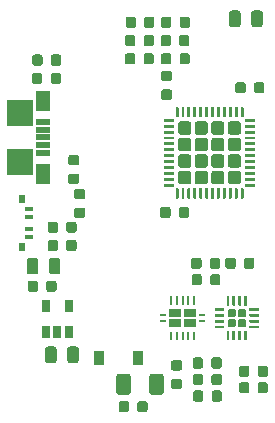
<source format=gbr>
G04 #@! TF.GenerationSoftware,KiCad,Pcbnew,(5.1.5)-3*
G04 #@! TF.CreationDate,2020-06-09T15:55:59-06:00*
G04 #@! TF.ProjectId,CruiseController,43727569-7365-4436-9f6e-74726f6c6c65,rev?*
G04 #@! TF.SameCoordinates,Original*
G04 #@! TF.FileFunction,Paste,Bot*
G04 #@! TF.FilePolarity,Positive*
%FSLAX46Y46*%
G04 Gerber Fmt 4.6, Leading zero omitted, Abs format (unit mm)*
G04 Created by KiCad (PCBNEW (5.1.5)-3) date 2020-06-09 15:55:59*
%MOMM*%
%LPD*%
G04 APERTURE LIST*
%ADD10C,0.100000*%
%ADD11R,0.630000X0.660000*%
%ADD12R,0.800000X0.400000*%
%ADD13O,0.230000X0.800000*%
%ADD14R,0.230000X0.230000*%
%ADD15R,1.050000X0.680000*%
%ADD16R,0.500000X0.260000*%
%ADD17R,2.300000X2.250000*%
%ADD18R,1.300000X1.750000*%
%ADD19R,1.300000X0.500000*%
%ADD20R,0.650000X1.060000*%
%ADD21R,0.900000X1.200000*%
G04 APERTURE END LIST*
D10*
G36*
X105877691Y-88338553D02*
G01*
X105898926Y-88341703D01*
X105919750Y-88346919D01*
X105939962Y-88354151D01*
X105959368Y-88363330D01*
X105977781Y-88374366D01*
X105995024Y-88387154D01*
X106010930Y-88401570D01*
X106025346Y-88417476D01*
X106038134Y-88434719D01*
X106049170Y-88453132D01*
X106058349Y-88472538D01*
X106065581Y-88492750D01*
X106070797Y-88513574D01*
X106073947Y-88534809D01*
X106075000Y-88556250D01*
X106075000Y-88993750D01*
X106073947Y-89015191D01*
X106070797Y-89036426D01*
X106065581Y-89057250D01*
X106058349Y-89077462D01*
X106049170Y-89096868D01*
X106038134Y-89115281D01*
X106025346Y-89132524D01*
X106010930Y-89148430D01*
X105995024Y-89162846D01*
X105977781Y-89175634D01*
X105959368Y-89186670D01*
X105939962Y-89195849D01*
X105919750Y-89203081D01*
X105898926Y-89208297D01*
X105877691Y-89211447D01*
X105856250Y-89212500D01*
X105343750Y-89212500D01*
X105322309Y-89211447D01*
X105301074Y-89208297D01*
X105280250Y-89203081D01*
X105260038Y-89195849D01*
X105240632Y-89186670D01*
X105222219Y-89175634D01*
X105204976Y-89162846D01*
X105189070Y-89148430D01*
X105174654Y-89132524D01*
X105161866Y-89115281D01*
X105150830Y-89096868D01*
X105141651Y-89077462D01*
X105134419Y-89057250D01*
X105129203Y-89036426D01*
X105126053Y-89015191D01*
X105125000Y-88993750D01*
X105125000Y-88556250D01*
X105126053Y-88534809D01*
X105129203Y-88513574D01*
X105134419Y-88492750D01*
X105141651Y-88472538D01*
X105150830Y-88453132D01*
X105161866Y-88434719D01*
X105174654Y-88417476D01*
X105189070Y-88401570D01*
X105204976Y-88387154D01*
X105222219Y-88374366D01*
X105240632Y-88363330D01*
X105260038Y-88354151D01*
X105280250Y-88346919D01*
X105301074Y-88341703D01*
X105322309Y-88338553D01*
X105343750Y-88337500D01*
X105856250Y-88337500D01*
X105877691Y-88338553D01*
G37*
G36*
X105877691Y-86763553D02*
G01*
X105898926Y-86766703D01*
X105919750Y-86771919D01*
X105939962Y-86779151D01*
X105959368Y-86788330D01*
X105977781Y-86799366D01*
X105995024Y-86812154D01*
X106010930Y-86826570D01*
X106025346Y-86842476D01*
X106038134Y-86859719D01*
X106049170Y-86878132D01*
X106058349Y-86897538D01*
X106065581Y-86917750D01*
X106070797Y-86938574D01*
X106073947Y-86959809D01*
X106075000Y-86981250D01*
X106075000Y-87418750D01*
X106073947Y-87440191D01*
X106070797Y-87461426D01*
X106065581Y-87482250D01*
X106058349Y-87502462D01*
X106049170Y-87521868D01*
X106038134Y-87540281D01*
X106025346Y-87557524D01*
X106010930Y-87573430D01*
X105995024Y-87587846D01*
X105977781Y-87600634D01*
X105959368Y-87611670D01*
X105939962Y-87620849D01*
X105919750Y-87628081D01*
X105898926Y-87633297D01*
X105877691Y-87636447D01*
X105856250Y-87637500D01*
X105343750Y-87637500D01*
X105322309Y-87636447D01*
X105301074Y-87633297D01*
X105280250Y-87628081D01*
X105260038Y-87620849D01*
X105240632Y-87611670D01*
X105222219Y-87600634D01*
X105204976Y-87587846D01*
X105189070Y-87573430D01*
X105174654Y-87557524D01*
X105161866Y-87540281D01*
X105150830Y-87521868D01*
X105141651Y-87502462D01*
X105134419Y-87482250D01*
X105129203Y-87461426D01*
X105126053Y-87440191D01*
X105125000Y-87418750D01*
X105125000Y-86981250D01*
X105126053Y-86959809D01*
X105129203Y-86938574D01*
X105134419Y-86917750D01*
X105141651Y-86897538D01*
X105150830Y-86878132D01*
X105161866Y-86859719D01*
X105174654Y-86842476D01*
X105189070Y-86826570D01*
X105204976Y-86812154D01*
X105222219Y-86799366D01*
X105240632Y-86788330D01*
X105260038Y-86779151D01*
X105280250Y-86771919D01*
X105301074Y-86766703D01*
X105322309Y-86763553D01*
X105343750Y-86762500D01*
X105856250Y-86762500D01*
X105877691Y-86763553D01*
G37*
G36*
X120867642Y-71651174D02*
G01*
X120891303Y-71654684D01*
X120914507Y-71660496D01*
X120937029Y-71668554D01*
X120958653Y-71678782D01*
X120979170Y-71691079D01*
X120998383Y-71705329D01*
X121016107Y-71721393D01*
X121032171Y-71739117D01*
X121046421Y-71758330D01*
X121058718Y-71778847D01*
X121068946Y-71800471D01*
X121077004Y-71822993D01*
X121082816Y-71846197D01*
X121086326Y-71869858D01*
X121087500Y-71893750D01*
X121087500Y-72806250D01*
X121086326Y-72830142D01*
X121082816Y-72853803D01*
X121077004Y-72877007D01*
X121068946Y-72899529D01*
X121058718Y-72921153D01*
X121046421Y-72941670D01*
X121032171Y-72960883D01*
X121016107Y-72978607D01*
X120998383Y-72994671D01*
X120979170Y-73008921D01*
X120958653Y-73021218D01*
X120937029Y-73031446D01*
X120914507Y-73039504D01*
X120891303Y-73045316D01*
X120867642Y-73048826D01*
X120843750Y-73050000D01*
X120356250Y-73050000D01*
X120332358Y-73048826D01*
X120308697Y-73045316D01*
X120285493Y-73039504D01*
X120262971Y-73031446D01*
X120241347Y-73021218D01*
X120220830Y-73008921D01*
X120201617Y-72994671D01*
X120183893Y-72978607D01*
X120167829Y-72960883D01*
X120153579Y-72941670D01*
X120141282Y-72921153D01*
X120131054Y-72899529D01*
X120122996Y-72877007D01*
X120117184Y-72853803D01*
X120113674Y-72830142D01*
X120112500Y-72806250D01*
X120112500Y-71893750D01*
X120113674Y-71869858D01*
X120117184Y-71846197D01*
X120122996Y-71822993D01*
X120131054Y-71800471D01*
X120141282Y-71778847D01*
X120153579Y-71758330D01*
X120167829Y-71739117D01*
X120183893Y-71721393D01*
X120201617Y-71705329D01*
X120220830Y-71691079D01*
X120241347Y-71678782D01*
X120262971Y-71668554D01*
X120285493Y-71660496D01*
X120308697Y-71654684D01*
X120332358Y-71651174D01*
X120356250Y-71650000D01*
X120843750Y-71650000D01*
X120867642Y-71651174D01*
G37*
G36*
X118992642Y-71651174D02*
G01*
X119016303Y-71654684D01*
X119039507Y-71660496D01*
X119062029Y-71668554D01*
X119083653Y-71678782D01*
X119104170Y-71691079D01*
X119123383Y-71705329D01*
X119141107Y-71721393D01*
X119157171Y-71739117D01*
X119171421Y-71758330D01*
X119183718Y-71778847D01*
X119193946Y-71800471D01*
X119202004Y-71822993D01*
X119207816Y-71846197D01*
X119211326Y-71869858D01*
X119212500Y-71893750D01*
X119212500Y-72806250D01*
X119211326Y-72830142D01*
X119207816Y-72853803D01*
X119202004Y-72877007D01*
X119193946Y-72899529D01*
X119183718Y-72921153D01*
X119171421Y-72941670D01*
X119157171Y-72960883D01*
X119141107Y-72978607D01*
X119123383Y-72994671D01*
X119104170Y-73008921D01*
X119083653Y-73021218D01*
X119062029Y-73031446D01*
X119039507Y-73039504D01*
X119016303Y-73045316D01*
X118992642Y-73048826D01*
X118968750Y-73050000D01*
X118481250Y-73050000D01*
X118457358Y-73048826D01*
X118433697Y-73045316D01*
X118410493Y-73039504D01*
X118387971Y-73031446D01*
X118366347Y-73021218D01*
X118345830Y-73008921D01*
X118326617Y-72994671D01*
X118308893Y-72978607D01*
X118292829Y-72960883D01*
X118278579Y-72941670D01*
X118266282Y-72921153D01*
X118256054Y-72899529D01*
X118247996Y-72877007D01*
X118242184Y-72853803D01*
X118238674Y-72830142D01*
X118237500Y-72806250D01*
X118237500Y-71893750D01*
X118238674Y-71869858D01*
X118242184Y-71846197D01*
X118247996Y-71822993D01*
X118256054Y-71800471D01*
X118266282Y-71778847D01*
X118278579Y-71758330D01*
X118292829Y-71739117D01*
X118308893Y-71721393D01*
X118326617Y-71705329D01*
X118345830Y-71691079D01*
X118366347Y-71678782D01*
X118387971Y-71668554D01*
X118410493Y-71660496D01*
X118433697Y-71654684D01*
X118457358Y-71651174D01*
X118481250Y-71650000D01*
X118968750Y-71650000D01*
X118992642Y-71651174D01*
G37*
G36*
X105292642Y-100101174D02*
G01*
X105316303Y-100104684D01*
X105339507Y-100110496D01*
X105362029Y-100118554D01*
X105383653Y-100128782D01*
X105404170Y-100141079D01*
X105423383Y-100155329D01*
X105441107Y-100171393D01*
X105457171Y-100189117D01*
X105471421Y-100208330D01*
X105483718Y-100228847D01*
X105493946Y-100250471D01*
X105502004Y-100272993D01*
X105507816Y-100296197D01*
X105511326Y-100319858D01*
X105512500Y-100343750D01*
X105512500Y-101256250D01*
X105511326Y-101280142D01*
X105507816Y-101303803D01*
X105502004Y-101327007D01*
X105493946Y-101349529D01*
X105483718Y-101371153D01*
X105471421Y-101391670D01*
X105457171Y-101410883D01*
X105441107Y-101428607D01*
X105423383Y-101444671D01*
X105404170Y-101458921D01*
X105383653Y-101471218D01*
X105362029Y-101481446D01*
X105339507Y-101489504D01*
X105316303Y-101495316D01*
X105292642Y-101498826D01*
X105268750Y-101500000D01*
X104781250Y-101500000D01*
X104757358Y-101498826D01*
X104733697Y-101495316D01*
X104710493Y-101489504D01*
X104687971Y-101481446D01*
X104666347Y-101471218D01*
X104645830Y-101458921D01*
X104626617Y-101444671D01*
X104608893Y-101428607D01*
X104592829Y-101410883D01*
X104578579Y-101391670D01*
X104566282Y-101371153D01*
X104556054Y-101349529D01*
X104547996Y-101327007D01*
X104542184Y-101303803D01*
X104538674Y-101280142D01*
X104537500Y-101256250D01*
X104537500Y-100343750D01*
X104538674Y-100319858D01*
X104542184Y-100296197D01*
X104547996Y-100272993D01*
X104556054Y-100250471D01*
X104566282Y-100228847D01*
X104578579Y-100208330D01*
X104592829Y-100189117D01*
X104608893Y-100171393D01*
X104626617Y-100155329D01*
X104645830Y-100141079D01*
X104666347Y-100128782D01*
X104687971Y-100118554D01*
X104710493Y-100110496D01*
X104733697Y-100104684D01*
X104757358Y-100101174D01*
X104781250Y-100100000D01*
X105268750Y-100100000D01*
X105292642Y-100101174D01*
G37*
G36*
X103417642Y-100101174D02*
G01*
X103441303Y-100104684D01*
X103464507Y-100110496D01*
X103487029Y-100118554D01*
X103508653Y-100128782D01*
X103529170Y-100141079D01*
X103548383Y-100155329D01*
X103566107Y-100171393D01*
X103582171Y-100189117D01*
X103596421Y-100208330D01*
X103608718Y-100228847D01*
X103618946Y-100250471D01*
X103627004Y-100272993D01*
X103632816Y-100296197D01*
X103636326Y-100319858D01*
X103637500Y-100343750D01*
X103637500Y-101256250D01*
X103636326Y-101280142D01*
X103632816Y-101303803D01*
X103627004Y-101327007D01*
X103618946Y-101349529D01*
X103608718Y-101371153D01*
X103596421Y-101391670D01*
X103582171Y-101410883D01*
X103566107Y-101428607D01*
X103548383Y-101444671D01*
X103529170Y-101458921D01*
X103508653Y-101471218D01*
X103487029Y-101481446D01*
X103464507Y-101489504D01*
X103441303Y-101495316D01*
X103417642Y-101498826D01*
X103393750Y-101500000D01*
X102906250Y-101500000D01*
X102882358Y-101498826D01*
X102858697Y-101495316D01*
X102835493Y-101489504D01*
X102812971Y-101481446D01*
X102791347Y-101471218D01*
X102770830Y-101458921D01*
X102751617Y-101444671D01*
X102733893Y-101428607D01*
X102717829Y-101410883D01*
X102703579Y-101391670D01*
X102691282Y-101371153D01*
X102681054Y-101349529D01*
X102672996Y-101327007D01*
X102667184Y-101303803D01*
X102663674Y-101280142D01*
X102662500Y-101256250D01*
X102662500Y-100343750D01*
X102663674Y-100319858D01*
X102667184Y-100296197D01*
X102672996Y-100272993D01*
X102681054Y-100250471D01*
X102691282Y-100228847D01*
X102703579Y-100208330D01*
X102717829Y-100189117D01*
X102733893Y-100171393D01*
X102751617Y-100155329D01*
X102770830Y-100141079D01*
X102791347Y-100128782D01*
X102812971Y-100118554D01*
X102835493Y-100110496D01*
X102858697Y-100104684D01*
X102882358Y-100101174D01*
X102906250Y-100100000D01*
X103393750Y-100100000D01*
X103417642Y-100101174D01*
G37*
D11*
X100715000Y-87630000D03*
D12*
X101300000Y-88440000D03*
X101300000Y-89120000D03*
X101300000Y-90180000D03*
X101300000Y-90860000D03*
D11*
X100715000Y-91670000D03*
D10*
G36*
X114077691Y-101263553D02*
G01*
X114098926Y-101266703D01*
X114119750Y-101271919D01*
X114139962Y-101279151D01*
X114159368Y-101288330D01*
X114177781Y-101299366D01*
X114195024Y-101312154D01*
X114210930Y-101326570D01*
X114225346Y-101342476D01*
X114238134Y-101359719D01*
X114249170Y-101378132D01*
X114258349Y-101397538D01*
X114265581Y-101417750D01*
X114270797Y-101438574D01*
X114273947Y-101459809D01*
X114275000Y-101481250D01*
X114275000Y-101918750D01*
X114273947Y-101940191D01*
X114270797Y-101961426D01*
X114265581Y-101982250D01*
X114258349Y-102002462D01*
X114249170Y-102021868D01*
X114238134Y-102040281D01*
X114225346Y-102057524D01*
X114210930Y-102073430D01*
X114195024Y-102087846D01*
X114177781Y-102100634D01*
X114159368Y-102111670D01*
X114139962Y-102120849D01*
X114119750Y-102128081D01*
X114098926Y-102133297D01*
X114077691Y-102136447D01*
X114056250Y-102137500D01*
X113543750Y-102137500D01*
X113522309Y-102136447D01*
X113501074Y-102133297D01*
X113480250Y-102128081D01*
X113460038Y-102120849D01*
X113440632Y-102111670D01*
X113422219Y-102100634D01*
X113404976Y-102087846D01*
X113389070Y-102073430D01*
X113374654Y-102057524D01*
X113361866Y-102040281D01*
X113350830Y-102021868D01*
X113341651Y-102002462D01*
X113334419Y-101982250D01*
X113329203Y-101961426D01*
X113326053Y-101940191D01*
X113325000Y-101918750D01*
X113325000Y-101481250D01*
X113326053Y-101459809D01*
X113329203Y-101438574D01*
X113334419Y-101417750D01*
X113341651Y-101397538D01*
X113350830Y-101378132D01*
X113361866Y-101359719D01*
X113374654Y-101342476D01*
X113389070Y-101326570D01*
X113404976Y-101312154D01*
X113422219Y-101299366D01*
X113440632Y-101288330D01*
X113460038Y-101279151D01*
X113480250Y-101271919D01*
X113501074Y-101266703D01*
X113522309Y-101263553D01*
X113543750Y-101262500D01*
X114056250Y-101262500D01*
X114077691Y-101263553D01*
G37*
G36*
X114077691Y-102838553D02*
G01*
X114098926Y-102841703D01*
X114119750Y-102846919D01*
X114139962Y-102854151D01*
X114159368Y-102863330D01*
X114177781Y-102874366D01*
X114195024Y-102887154D01*
X114210930Y-102901570D01*
X114225346Y-102917476D01*
X114238134Y-102934719D01*
X114249170Y-102953132D01*
X114258349Y-102972538D01*
X114265581Y-102992750D01*
X114270797Y-103013574D01*
X114273947Y-103034809D01*
X114275000Y-103056250D01*
X114275000Y-103493750D01*
X114273947Y-103515191D01*
X114270797Y-103536426D01*
X114265581Y-103557250D01*
X114258349Y-103577462D01*
X114249170Y-103596868D01*
X114238134Y-103615281D01*
X114225346Y-103632524D01*
X114210930Y-103648430D01*
X114195024Y-103662846D01*
X114177781Y-103675634D01*
X114159368Y-103686670D01*
X114139962Y-103695849D01*
X114119750Y-103703081D01*
X114098926Y-103708297D01*
X114077691Y-103711447D01*
X114056250Y-103712500D01*
X113543750Y-103712500D01*
X113522309Y-103711447D01*
X113501074Y-103708297D01*
X113480250Y-103703081D01*
X113460038Y-103695849D01*
X113440632Y-103686670D01*
X113422219Y-103675634D01*
X113404976Y-103662846D01*
X113389070Y-103648430D01*
X113374654Y-103632524D01*
X113361866Y-103615281D01*
X113350830Y-103596868D01*
X113341651Y-103577462D01*
X113334419Y-103557250D01*
X113329203Y-103536426D01*
X113326053Y-103515191D01*
X113325000Y-103493750D01*
X113325000Y-103056250D01*
X113326053Y-103034809D01*
X113329203Y-103013574D01*
X113334419Y-102992750D01*
X113341651Y-102972538D01*
X113350830Y-102953132D01*
X113361866Y-102934719D01*
X113374654Y-102917476D01*
X113389070Y-102901570D01*
X113404976Y-102887154D01*
X113422219Y-102874366D01*
X113440632Y-102863330D01*
X113460038Y-102854151D01*
X113480250Y-102846919D01*
X113501074Y-102841703D01*
X113522309Y-102838553D01*
X113543750Y-102837500D01*
X114056250Y-102837500D01*
X114077691Y-102838553D01*
G37*
G36*
X103552691Y-89526053D02*
G01*
X103573926Y-89529203D01*
X103594750Y-89534419D01*
X103614962Y-89541651D01*
X103634368Y-89550830D01*
X103652781Y-89561866D01*
X103670024Y-89574654D01*
X103685930Y-89589070D01*
X103700346Y-89604976D01*
X103713134Y-89622219D01*
X103724170Y-89640632D01*
X103733349Y-89660038D01*
X103740581Y-89680250D01*
X103745797Y-89701074D01*
X103748947Y-89722309D01*
X103750000Y-89743750D01*
X103750000Y-90256250D01*
X103748947Y-90277691D01*
X103745797Y-90298926D01*
X103740581Y-90319750D01*
X103733349Y-90339962D01*
X103724170Y-90359368D01*
X103713134Y-90377781D01*
X103700346Y-90395024D01*
X103685930Y-90410930D01*
X103670024Y-90425346D01*
X103652781Y-90438134D01*
X103634368Y-90449170D01*
X103614962Y-90458349D01*
X103594750Y-90465581D01*
X103573926Y-90470797D01*
X103552691Y-90473947D01*
X103531250Y-90475000D01*
X103093750Y-90475000D01*
X103072309Y-90473947D01*
X103051074Y-90470797D01*
X103030250Y-90465581D01*
X103010038Y-90458349D01*
X102990632Y-90449170D01*
X102972219Y-90438134D01*
X102954976Y-90425346D01*
X102939070Y-90410930D01*
X102924654Y-90395024D01*
X102911866Y-90377781D01*
X102900830Y-90359368D01*
X102891651Y-90339962D01*
X102884419Y-90319750D01*
X102879203Y-90298926D01*
X102876053Y-90277691D01*
X102875000Y-90256250D01*
X102875000Y-89743750D01*
X102876053Y-89722309D01*
X102879203Y-89701074D01*
X102884419Y-89680250D01*
X102891651Y-89660038D01*
X102900830Y-89640632D01*
X102911866Y-89622219D01*
X102924654Y-89604976D01*
X102939070Y-89589070D01*
X102954976Y-89574654D01*
X102972219Y-89561866D01*
X102990632Y-89550830D01*
X103010038Y-89541651D01*
X103030250Y-89534419D01*
X103051074Y-89529203D01*
X103072309Y-89526053D01*
X103093750Y-89525000D01*
X103531250Y-89525000D01*
X103552691Y-89526053D01*
G37*
G36*
X105127691Y-89526053D02*
G01*
X105148926Y-89529203D01*
X105169750Y-89534419D01*
X105189962Y-89541651D01*
X105209368Y-89550830D01*
X105227781Y-89561866D01*
X105245024Y-89574654D01*
X105260930Y-89589070D01*
X105275346Y-89604976D01*
X105288134Y-89622219D01*
X105299170Y-89640632D01*
X105308349Y-89660038D01*
X105315581Y-89680250D01*
X105320797Y-89701074D01*
X105323947Y-89722309D01*
X105325000Y-89743750D01*
X105325000Y-90256250D01*
X105323947Y-90277691D01*
X105320797Y-90298926D01*
X105315581Y-90319750D01*
X105308349Y-90339962D01*
X105299170Y-90359368D01*
X105288134Y-90377781D01*
X105275346Y-90395024D01*
X105260930Y-90410930D01*
X105245024Y-90425346D01*
X105227781Y-90438134D01*
X105209368Y-90449170D01*
X105189962Y-90458349D01*
X105169750Y-90465581D01*
X105148926Y-90470797D01*
X105127691Y-90473947D01*
X105106250Y-90475000D01*
X104668750Y-90475000D01*
X104647309Y-90473947D01*
X104626074Y-90470797D01*
X104605250Y-90465581D01*
X104585038Y-90458349D01*
X104565632Y-90449170D01*
X104547219Y-90438134D01*
X104529976Y-90425346D01*
X104514070Y-90410930D01*
X104499654Y-90395024D01*
X104486866Y-90377781D01*
X104475830Y-90359368D01*
X104466651Y-90339962D01*
X104459419Y-90319750D01*
X104454203Y-90298926D01*
X104451053Y-90277691D01*
X104450000Y-90256250D01*
X104450000Y-89743750D01*
X104451053Y-89722309D01*
X104454203Y-89701074D01*
X104459419Y-89680250D01*
X104466651Y-89660038D01*
X104475830Y-89640632D01*
X104486866Y-89622219D01*
X104499654Y-89604976D01*
X104514070Y-89589070D01*
X104529976Y-89574654D01*
X104547219Y-89561866D01*
X104565632Y-89550830D01*
X104585038Y-89541651D01*
X104605250Y-89534419D01*
X104626074Y-89529203D01*
X104647309Y-89526053D01*
X104668750Y-89525000D01*
X105106250Y-89525000D01*
X105127691Y-89526053D01*
G37*
G36*
X105377691Y-85463553D02*
G01*
X105398926Y-85466703D01*
X105419750Y-85471919D01*
X105439962Y-85479151D01*
X105459368Y-85488330D01*
X105477781Y-85499366D01*
X105495024Y-85512154D01*
X105510930Y-85526570D01*
X105525346Y-85542476D01*
X105538134Y-85559719D01*
X105549170Y-85578132D01*
X105558349Y-85597538D01*
X105565581Y-85617750D01*
X105570797Y-85638574D01*
X105573947Y-85659809D01*
X105575000Y-85681250D01*
X105575000Y-86118750D01*
X105573947Y-86140191D01*
X105570797Y-86161426D01*
X105565581Y-86182250D01*
X105558349Y-86202462D01*
X105549170Y-86221868D01*
X105538134Y-86240281D01*
X105525346Y-86257524D01*
X105510930Y-86273430D01*
X105495024Y-86287846D01*
X105477781Y-86300634D01*
X105459368Y-86311670D01*
X105439962Y-86320849D01*
X105419750Y-86328081D01*
X105398926Y-86333297D01*
X105377691Y-86336447D01*
X105356250Y-86337500D01*
X104843750Y-86337500D01*
X104822309Y-86336447D01*
X104801074Y-86333297D01*
X104780250Y-86328081D01*
X104760038Y-86320849D01*
X104740632Y-86311670D01*
X104722219Y-86300634D01*
X104704976Y-86287846D01*
X104689070Y-86273430D01*
X104674654Y-86257524D01*
X104661866Y-86240281D01*
X104650830Y-86221868D01*
X104641651Y-86202462D01*
X104634419Y-86182250D01*
X104629203Y-86161426D01*
X104626053Y-86140191D01*
X104625000Y-86118750D01*
X104625000Y-85681250D01*
X104626053Y-85659809D01*
X104629203Y-85638574D01*
X104634419Y-85617750D01*
X104641651Y-85597538D01*
X104650830Y-85578132D01*
X104661866Y-85559719D01*
X104674654Y-85542476D01*
X104689070Y-85526570D01*
X104704976Y-85512154D01*
X104722219Y-85499366D01*
X104740632Y-85488330D01*
X104760038Y-85479151D01*
X104780250Y-85471919D01*
X104801074Y-85466703D01*
X104822309Y-85463553D01*
X104843750Y-85462500D01*
X105356250Y-85462500D01*
X105377691Y-85463553D01*
G37*
G36*
X105377691Y-83888553D02*
G01*
X105398926Y-83891703D01*
X105419750Y-83896919D01*
X105439962Y-83904151D01*
X105459368Y-83913330D01*
X105477781Y-83924366D01*
X105495024Y-83937154D01*
X105510930Y-83951570D01*
X105525346Y-83967476D01*
X105538134Y-83984719D01*
X105549170Y-84003132D01*
X105558349Y-84022538D01*
X105565581Y-84042750D01*
X105570797Y-84063574D01*
X105573947Y-84084809D01*
X105575000Y-84106250D01*
X105575000Y-84543750D01*
X105573947Y-84565191D01*
X105570797Y-84586426D01*
X105565581Y-84607250D01*
X105558349Y-84627462D01*
X105549170Y-84646868D01*
X105538134Y-84665281D01*
X105525346Y-84682524D01*
X105510930Y-84698430D01*
X105495024Y-84712846D01*
X105477781Y-84725634D01*
X105459368Y-84736670D01*
X105439962Y-84745849D01*
X105419750Y-84753081D01*
X105398926Y-84758297D01*
X105377691Y-84761447D01*
X105356250Y-84762500D01*
X104843750Y-84762500D01*
X104822309Y-84761447D01*
X104801074Y-84758297D01*
X104780250Y-84753081D01*
X104760038Y-84745849D01*
X104740632Y-84736670D01*
X104722219Y-84725634D01*
X104704976Y-84712846D01*
X104689070Y-84698430D01*
X104674654Y-84682524D01*
X104661866Y-84665281D01*
X104650830Y-84646868D01*
X104641651Y-84627462D01*
X104634419Y-84607250D01*
X104629203Y-84586426D01*
X104626053Y-84565191D01*
X104625000Y-84543750D01*
X104625000Y-84106250D01*
X104626053Y-84084809D01*
X104629203Y-84063574D01*
X104634419Y-84042750D01*
X104641651Y-84022538D01*
X104650830Y-84003132D01*
X104661866Y-83984719D01*
X104674654Y-83967476D01*
X104689070Y-83951570D01*
X104704976Y-83937154D01*
X104722219Y-83924366D01*
X104740632Y-83913330D01*
X104760038Y-83904151D01*
X104780250Y-83896919D01*
X104801074Y-83891703D01*
X104822309Y-83888553D01*
X104843750Y-83887500D01*
X105356250Y-83887500D01*
X105377691Y-83888553D01*
G37*
G36*
X103552691Y-91076053D02*
G01*
X103573926Y-91079203D01*
X103594750Y-91084419D01*
X103614962Y-91091651D01*
X103634368Y-91100830D01*
X103652781Y-91111866D01*
X103670024Y-91124654D01*
X103685930Y-91139070D01*
X103700346Y-91154976D01*
X103713134Y-91172219D01*
X103724170Y-91190632D01*
X103733349Y-91210038D01*
X103740581Y-91230250D01*
X103745797Y-91251074D01*
X103748947Y-91272309D01*
X103750000Y-91293750D01*
X103750000Y-91806250D01*
X103748947Y-91827691D01*
X103745797Y-91848926D01*
X103740581Y-91869750D01*
X103733349Y-91889962D01*
X103724170Y-91909368D01*
X103713134Y-91927781D01*
X103700346Y-91945024D01*
X103685930Y-91960930D01*
X103670024Y-91975346D01*
X103652781Y-91988134D01*
X103634368Y-91999170D01*
X103614962Y-92008349D01*
X103594750Y-92015581D01*
X103573926Y-92020797D01*
X103552691Y-92023947D01*
X103531250Y-92025000D01*
X103093750Y-92025000D01*
X103072309Y-92023947D01*
X103051074Y-92020797D01*
X103030250Y-92015581D01*
X103010038Y-92008349D01*
X102990632Y-91999170D01*
X102972219Y-91988134D01*
X102954976Y-91975346D01*
X102939070Y-91960930D01*
X102924654Y-91945024D01*
X102911866Y-91927781D01*
X102900830Y-91909368D01*
X102891651Y-91889962D01*
X102884419Y-91869750D01*
X102879203Y-91848926D01*
X102876053Y-91827691D01*
X102875000Y-91806250D01*
X102875000Y-91293750D01*
X102876053Y-91272309D01*
X102879203Y-91251074D01*
X102884419Y-91230250D01*
X102891651Y-91210038D01*
X102900830Y-91190632D01*
X102911866Y-91172219D01*
X102924654Y-91154976D01*
X102939070Y-91139070D01*
X102954976Y-91124654D01*
X102972219Y-91111866D01*
X102990632Y-91100830D01*
X103010038Y-91091651D01*
X103030250Y-91084419D01*
X103051074Y-91079203D01*
X103072309Y-91076053D01*
X103093750Y-91075000D01*
X103531250Y-91075000D01*
X103552691Y-91076053D01*
G37*
G36*
X105127691Y-91076053D02*
G01*
X105148926Y-91079203D01*
X105169750Y-91084419D01*
X105189962Y-91091651D01*
X105209368Y-91100830D01*
X105227781Y-91111866D01*
X105245024Y-91124654D01*
X105260930Y-91139070D01*
X105275346Y-91154976D01*
X105288134Y-91172219D01*
X105299170Y-91190632D01*
X105308349Y-91210038D01*
X105315581Y-91230250D01*
X105320797Y-91251074D01*
X105323947Y-91272309D01*
X105325000Y-91293750D01*
X105325000Y-91806250D01*
X105323947Y-91827691D01*
X105320797Y-91848926D01*
X105315581Y-91869750D01*
X105308349Y-91889962D01*
X105299170Y-91909368D01*
X105288134Y-91927781D01*
X105275346Y-91945024D01*
X105260930Y-91960930D01*
X105245024Y-91975346D01*
X105227781Y-91988134D01*
X105209368Y-91999170D01*
X105189962Y-92008349D01*
X105169750Y-92015581D01*
X105148926Y-92020797D01*
X105127691Y-92023947D01*
X105106250Y-92025000D01*
X104668750Y-92025000D01*
X104647309Y-92023947D01*
X104626074Y-92020797D01*
X104605250Y-92015581D01*
X104585038Y-92008349D01*
X104565632Y-91999170D01*
X104547219Y-91988134D01*
X104529976Y-91975346D01*
X104514070Y-91960930D01*
X104499654Y-91945024D01*
X104486866Y-91927781D01*
X104475830Y-91909368D01*
X104466651Y-91889962D01*
X104459419Y-91869750D01*
X104454203Y-91848926D01*
X104451053Y-91827691D01*
X104450000Y-91806250D01*
X104450000Y-91293750D01*
X104451053Y-91272309D01*
X104454203Y-91251074D01*
X104459419Y-91230250D01*
X104466651Y-91210038D01*
X104475830Y-91190632D01*
X104486866Y-91172219D01*
X104499654Y-91154976D01*
X104514070Y-91139070D01*
X104529976Y-91124654D01*
X104547219Y-91111866D01*
X104565632Y-91100830D01*
X104585038Y-91091651D01*
X104605250Y-91084419D01*
X104626074Y-91079203D01*
X104647309Y-91076053D01*
X104668750Y-91075000D01*
X105106250Y-91075000D01*
X105127691Y-91076053D01*
G37*
D13*
X113300000Y-99175000D03*
X113800000Y-99175000D03*
X114300000Y-99175000D03*
D14*
X114800000Y-99460000D03*
X115300000Y-99460000D03*
D13*
X115300000Y-96225000D03*
D14*
X114800000Y-95940000D03*
D13*
X114300000Y-96225000D03*
D14*
X113800000Y-95940000D03*
X113300000Y-95940000D03*
D15*
X114935000Y-98150000D03*
X114935000Y-97250000D03*
X113665000Y-98150000D03*
D16*
X115930000Y-97950000D03*
X115930000Y-97450000D03*
X112670000Y-97950000D03*
X112670000Y-97450000D03*
D15*
X113665000Y-97250000D03*
D14*
X113300000Y-99460000D03*
X113800000Y-99460000D03*
X114300000Y-99460000D03*
D13*
X114800000Y-99175000D03*
X115300000Y-99175000D03*
D14*
X115300000Y-95940000D03*
D13*
X114800000Y-96225000D03*
D14*
X114300000Y-95940000D03*
D13*
X113800000Y-96225000D03*
X113300000Y-96225000D03*
D10*
G36*
X114665191Y-88276053D02*
G01*
X114686426Y-88279203D01*
X114707250Y-88284419D01*
X114727462Y-88291651D01*
X114746868Y-88300830D01*
X114765281Y-88311866D01*
X114782524Y-88324654D01*
X114798430Y-88339070D01*
X114812846Y-88354976D01*
X114825634Y-88372219D01*
X114836670Y-88390632D01*
X114845849Y-88410038D01*
X114853081Y-88430250D01*
X114858297Y-88451074D01*
X114861447Y-88472309D01*
X114862500Y-88493750D01*
X114862500Y-89006250D01*
X114861447Y-89027691D01*
X114858297Y-89048926D01*
X114853081Y-89069750D01*
X114845849Y-89089962D01*
X114836670Y-89109368D01*
X114825634Y-89127781D01*
X114812846Y-89145024D01*
X114798430Y-89160930D01*
X114782524Y-89175346D01*
X114765281Y-89188134D01*
X114746868Y-89199170D01*
X114727462Y-89208349D01*
X114707250Y-89215581D01*
X114686426Y-89220797D01*
X114665191Y-89223947D01*
X114643750Y-89225000D01*
X114206250Y-89225000D01*
X114184809Y-89223947D01*
X114163574Y-89220797D01*
X114142750Y-89215581D01*
X114122538Y-89208349D01*
X114103132Y-89199170D01*
X114084719Y-89188134D01*
X114067476Y-89175346D01*
X114051570Y-89160930D01*
X114037154Y-89145024D01*
X114024366Y-89127781D01*
X114013330Y-89109368D01*
X114004151Y-89089962D01*
X113996919Y-89069750D01*
X113991703Y-89048926D01*
X113988553Y-89027691D01*
X113987500Y-89006250D01*
X113987500Y-88493750D01*
X113988553Y-88472309D01*
X113991703Y-88451074D01*
X113996919Y-88430250D01*
X114004151Y-88410038D01*
X114013330Y-88390632D01*
X114024366Y-88372219D01*
X114037154Y-88354976D01*
X114051570Y-88339070D01*
X114067476Y-88324654D01*
X114084719Y-88311866D01*
X114103132Y-88300830D01*
X114122538Y-88291651D01*
X114142750Y-88284419D01*
X114163574Y-88279203D01*
X114184809Y-88276053D01*
X114206250Y-88275000D01*
X114643750Y-88275000D01*
X114665191Y-88276053D01*
G37*
G36*
X113090191Y-88276053D02*
G01*
X113111426Y-88279203D01*
X113132250Y-88284419D01*
X113152462Y-88291651D01*
X113171868Y-88300830D01*
X113190281Y-88311866D01*
X113207524Y-88324654D01*
X113223430Y-88339070D01*
X113237846Y-88354976D01*
X113250634Y-88372219D01*
X113261670Y-88390632D01*
X113270849Y-88410038D01*
X113278081Y-88430250D01*
X113283297Y-88451074D01*
X113286447Y-88472309D01*
X113287500Y-88493750D01*
X113287500Y-89006250D01*
X113286447Y-89027691D01*
X113283297Y-89048926D01*
X113278081Y-89069750D01*
X113270849Y-89089962D01*
X113261670Y-89109368D01*
X113250634Y-89127781D01*
X113237846Y-89145024D01*
X113223430Y-89160930D01*
X113207524Y-89175346D01*
X113190281Y-89188134D01*
X113171868Y-89199170D01*
X113152462Y-89208349D01*
X113132250Y-89215581D01*
X113111426Y-89220797D01*
X113090191Y-89223947D01*
X113068750Y-89225000D01*
X112631250Y-89225000D01*
X112609809Y-89223947D01*
X112588574Y-89220797D01*
X112567750Y-89215581D01*
X112547538Y-89208349D01*
X112528132Y-89199170D01*
X112509719Y-89188134D01*
X112492476Y-89175346D01*
X112476570Y-89160930D01*
X112462154Y-89145024D01*
X112449366Y-89127781D01*
X112438330Y-89109368D01*
X112429151Y-89089962D01*
X112421919Y-89069750D01*
X112416703Y-89048926D01*
X112413553Y-89027691D01*
X112412500Y-89006250D01*
X112412500Y-88493750D01*
X112413553Y-88472309D01*
X112416703Y-88451074D01*
X112421919Y-88430250D01*
X112429151Y-88410038D01*
X112438330Y-88390632D01*
X112449366Y-88372219D01*
X112462154Y-88354976D01*
X112476570Y-88339070D01*
X112492476Y-88324654D01*
X112509719Y-88311866D01*
X112528132Y-88300830D01*
X112547538Y-88291651D01*
X112567750Y-88284419D01*
X112588574Y-88279203D01*
X112609809Y-88276053D01*
X112631250Y-88275000D01*
X113068750Y-88275000D01*
X113090191Y-88276053D01*
G37*
D17*
X100550000Y-80325000D03*
X100550000Y-84475000D03*
D18*
X102500000Y-79325000D03*
X102500000Y-85475000D03*
D19*
X102500000Y-81100000D03*
X102500000Y-81750000D03*
X102500000Y-82400000D03*
X102500000Y-83050000D03*
X102500000Y-83700000D03*
D10*
G36*
X115715191Y-92584053D02*
G01*
X115736426Y-92587203D01*
X115757250Y-92592419D01*
X115777462Y-92599651D01*
X115796868Y-92608830D01*
X115815281Y-92619866D01*
X115832524Y-92632654D01*
X115848430Y-92647070D01*
X115862846Y-92662976D01*
X115875634Y-92680219D01*
X115886670Y-92698632D01*
X115895849Y-92718038D01*
X115903081Y-92738250D01*
X115908297Y-92759074D01*
X115911447Y-92780309D01*
X115912500Y-92801750D01*
X115912500Y-93314250D01*
X115911447Y-93335691D01*
X115908297Y-93356926D01*
X115903081Y-93377750D01*
X115895849Y-93397962D01*
X115886670Y-93417368D01*
X115875634Y-93435781D01*
X115862846Y-93453024D01*
X115848430Y-93468930D01*
X115832524Y-93483346D01*
X115815281Y-93496134D01*
X115796868Y-93507170D01*
X115777462Y-93516349D01*
X115757250Y-93523581D01*
X115736426Y-93528797D01*
X115715191Y-93531947D01*
X115693750Y-93533000D01*
X115256250Y-93533000D01*
X115234809Y-93531947D01*
X115213574Y-93528797D01*
X115192750Y-93523581D01*
X115172538Y-93516349D01*
X115153132Y-93507170D01*
X115134719Y-93496134D01*
X115117476Y-93483346D01*
X115101570Y-93468930D01*
X115087154Y-93453024D01*
X115074366Y-93435781D01*
X115063330Y-93417368D01*
X115054151Y-93397962D01*
X115046919Y-93377750D01*
X115041703Y-93356926D01*
X115038553Y-93335691D01*
X115037500Y-93314250D01*
X115037500Y-92801750D01*
X115038553Y-92780309D01*
X115041703Y-92759074D01*
X115046919Y-92738250D01*
X115054151Y-92718038D01*
X115063330Y-92698632D01*
X115074366Y-92680219D01*
X115087154Y-92662976D01*
X115101570Y-92647070D01*
X115117476Y-92632654D01*
X115134719Y-92619866D01*
X115153132Y-92608830D01*
X115172538Y-92599651D01*
X115192750Y-92592419D01*
X115213574Y-92587203D01*
X115234809Y-92584053D01*
X115256250Y-92583000D01*
X115693750Y-92583000D01*
X115715191Y-92584053D01*
G37*
G36*
X117290191Y-92584053D02*
G01*
X117311426Y-92587203D01*
X117332250Y-92592419D01*
X117352462Y-92599651D01*
X117371868Y-92608830D01*
X117390281Y-92619866D01*
X117407524Y-92632654D01*
X117423430Y-92647070D01*
X117437846Y-92662976D01*
X117450634Y-92680219D01*
X117461670Y-92698632D01*
X117470849Y-92718038D01*
X117478081Y-92738250D01*
X117483297Y-92759074D01*
X117486447Y-92780309D01*
X117487500Y-92801750D01*
X117487500Y-93314250D01*
X117486447Y-93335691D01*
X117483297Y-93356926D01*
X117478081Y-93377750D01*
X117470849Y-93397962D01*
X117461670Y-93417368D01*
X117450634Y-93435781D01*
X117437846Y-93453024D01*
X117423430Y-93468930D01*
X117407524Y-93483346D01*
X117390281Y-93496134D01*
X117371868Y-93507170D01*
X117352462Y-93516349D01*
X117332250Y-93523581D01*
X117311426Y-93528797D01*
X117290191Y-93531947D01*
X117268750Y-93533000D01*
X116831250Y-93533000D01*
X116809809Y-93531947D01*
X116788574Y-93528797D01*
X116767750Y-93523581D01*
X116747538Y-93516349D01*
X116728132Y-93507170D01*
X116709719Y-93496134D01*
X116692476Y-93483346D01*
X116676570Y-93468930D01*
X116662154Y-93453024D01*
X116649366Y-93435781D01*
X116638330Y-93417368D01*
X116629151Y-93397962D01*
X116621919Y-93377750D01*
X116616703Y-93356926D01*
X116613553Y-93335691D01*
X116612500Y-93314250D01*
X116612500Y-92801750D01*
X116613553Y-92780309D01*
X116616703Y-92759074D01*
X116621919Y-92738250D01*
X116629151Y-92718038D01*
X116638330Y-92698632D01*
X116649366Y-92680219D01*
X116662154Y-92662976D01*
X116676570Y-92647070D01*
X116692476Y-92632654D01*
X116709719Y-92619866D01*
X116728132Y-92608830D01*
X116747538Y-92599651D01*
X116767750Y-92592419D01*
X116788574Y-92587203D01*
X116809809Y-92584053D01*
X116831250Y-92583000D01*
X117268750Y-92583000D01*
X117290191Y-92584053D01*
G37*
G36*
X115865191Y-103826053D02*
G01*
X115886426Y-103829203D01*
X115907250Y-103834419D01*
X115927462Y-103841651D01*
X115946868Y-103850830D01*
X115965281Y-103861866D01*
X115982524Y-103874654D01*
X115998430Y-103889070D01*
X116012846Y-103904976D01*
X116025634Y-103922219D01*
X116036670Y-103940632D01*
X116045849Y-103960038D01*
X116053081Y-103980250D01*
X116058297Y-104001074D01*
X116061447Y-104022309D01*
X116062500Y-104043750D01*
X116062500Y-104556250D01*
X116061447Y-104577691D01*
X116058297Y-104598926D01*
X116053081Y-104619750D01*
X116045849Y-104639962D01*
X116036670Y-104659368D01*
X116025634Y-104677781D01*
X116012846Y-104695024D01*
X115998430Y-104710930D01*
X115982524Y-104725346D01*
X115965281Y-104738134D01*
X115946868Y-104749170D01*
X115927462Y-104758349D01*
X115907250Y-104765581D01*
X115886426Y-104770797D01*
X115865191Y-104773947D01*
X115843750Y-104775000D01*
X115406250Y-104775000D01*
X115384809Y-104773947D01*
X115363574Y-104770797D01*
X115342750Y-104765581D01*
X115322538Y-104758349D01*
X115303132Y-104749170D01*
X115284719Y-104738134D01*
X115267476Y-104725346D01*
X115251570Y-104710930D01*
X115237154Y-104695024D01*
X115224366Y-104677781D01*
X115213330Y-104659368D01*
X115204151Y-104639962D01*
X115196919Y-104619750D01*
X115191703Y-104598926D01*
X115188553Y-104577691D01*
X115187500Y-104556250D01*
X115187500Y-104043750D01*
X115188553Y-104022309D01*
X115191703Y-104001074D01*
X115196919Y-103980250D01*
X115204151Y-103960038D01*
X115213330Y-103940632D01*
X115224366Y-103922219D01*
X115237154Y-103904976D01*
X115251570Y-103889070D01*
X115267476Y-103874654D01*
X115284719Y-103861866D01*
X115303132Y-103850830D01*
X115322538Y-103841651D01*
X115342750Y-103834419D01*
X115363574Y-103829203D01*
X115384809Y-103826053D01*
X115406250Y-103825000D01*
X115843750Y-103825000D01*
X115865191Y-103826053D01*
G37*
G36*
X117440191Y-103826053D02*
G01*
X117461426Y-103829203D01*
X117482250Y-103834419D01*
X117502462Y-103841651D01*
X117521868Y-103850830D01*
X117540281Y-103861866D01*
X117557524Y-103874654D01*
X117573430Y-103889070D01*
X117587846Y-103904976D01*
X117600634Y-103922219D01*
X117611670Y-103940632D01*
X117620849Y-103960038D01*
X117628081Y-103980250D01*
X117633297Y-104001074D01*
X117636447Y-104022309D01*
X117637500Y-104043750D01*
X117637500Y-104556250D01*
X117636447Y-104577691D01*
X117633297Y-104598926D01*
X117628081Y-104619750D01*
X117620849Y-104639962D01*
X117611670Y-104659368D01*
X117600634Y-104677781D01*
X117587846Y-104695024D01*
X117573430Y-104710930D01*
X117557524Y-104725346D01*
X117540281Y-104738134D01*
X117521868Y-104749170D01*
X117502462Y-104758349D01*
X117482250Y-104765581D01*
X117461426Y-104770797D01*
X117440191Y-104773947D01*
X117418750Y-104775000D01*
X116981250Y-104775000D01*
X116959809Y-104773947D01*
X116938574Y-104770797D01*
X116917750Y-104765581D01*
X116897538Y-104758349D01*
X116878132Y-104749170D01*
X116859719Y-104738134D01*
X116842476Y-104725346D01*
X116826570Y-104710930D01*
X116812154Y-104695024D01*
X116799366Y-104677781D01*
X116788330Y-104659368D01*
X116779151Y-104639962D01*
X116771919Y-104619750D01*
X116766703Y-104598926D01*
X116763553Y-104577691D01*
X116762500Y-104556250D01*
X116762500Y-104043750D01*
X116763553Y-104022309D01*
X116766703Y-104001074D01*
X116771919Y-103980250D01*
X116779151Y-103960038D01*
X116788330Y-103940632D01*
X116799366Y-103922219D01*
X116812154Y-103904976D01*
X116826570Y-103889070D01*
X116842476Y-103874654D01*
X116859719Y-103861866D01*
X116878132Y-103850830D01*
X116897538Y-103841651D01*
X116917750Y-103834419D01*
X116938574Y-103829203D01*
X116959809Y-103826053D01*
X116981250Y-103825000D01*
X117418750Y-103825000D01*
X117440191Y-103826053D01*
G37*
G36*
X121327691Y-103126053D02*
G01*
X121348926Y-103129203D01*
X121369750Y-103134419D01*
X121389962Y-103141651D01*
X121409368Y-103150830D01*
X121427781Y-103161866D01*
X121445024Y-103174654D01*
X121460930Y-103189070D01*
X121475346Y-103204976D01*
X121488134Y-103222219D01*
X121499170Y-103240632D01*
X121508349Y-103260038D01*
X121515581Y-103280250D01*
X121520797Y-103301074D01*
X121523947Y-103322309D01*
X121525000Y-103343750D01*
X121525000Y-103856250D01*
X121523947Y-103877691D01*
X121520797Y-103898926D01*
X121515581Y-103919750D01*
X121508349Y-103939962D01*
X121499170Y-103959368D01*
X121488134Y-103977781D01*
X121475346Y-103995024D01*
X121460930Y-104010930D01*
X121445024Y-104025346D01*
X121427781Y-104038134D01*
X121409368Y-104049170D01*
X121389962Y-104058349D01*
X121369750Y-104065581D01*
X121348926Y-104070797D01*
X121327691Y-104073947D01*
X121306250Y-104075000D01*
X120868750Y-104075000D01*
X120847309Y-104073947D01*
X120826074Y-104070797D01*
X120805250Y-104065581D01*
X120785038Y-104058349D01*
X120765632Y-104049170D01*
X120747219Y-104038134D01*
X120729976Y-104025346D01*
X120714070Y-104010930D01*
X120699654Y-103995024D01*
X120686866Y-103977781D01*
X120675830Y-103959368D01*
X120666651Y-103939962D01*
X120659419Y-103919750D01*
X120654203Y-103898926D01*
X120651053Y-103877691D01*
X120650000Y-103856250D01*
X120650000Y-103343750D01*
X120651053Y-103322309D01*
X120654203Y-103301074D01*
X120659419Y-103280250D01*
X120666651Y-103260038D01*
X120675830Y-103240632D01*
X120686866Y-103222219D01*
X120699654Y-103204976D01*
X120714070Y-103189070D01*
X120729976Y-103174654D01*
X120747219Y-103161866D01*
X120765632Y-103150830D01*
X120785038Y-103141651D01*
X120805250Y-103134419D01*
X120826074Y-103129203D01*
X120847309Y-103126053D01*
X120868750Y-103125000D01*
X121306250Y-103125000D01*
X121327691Y-103126053D01*
G37*
G36*
X119752691Y-103126053D02*
G01*
X119773926Y-103129203D01*
X119794750Y-103134419D01*
X119814962Y-103141651D01*
X119834368Y-103150830D01*
X119852781Y-103161866D01*
X119870024Y-103174654D01*
X119885930Y-103189070D01*
X119900346Y-103204976D01*
X119913134Y-103222219D01*
X119924170Y-103240632D01*
X119933349Y-103260038D01*
X119940581Y-103280250D01*
X119945797Y-103301074D01*
X119948947Y-103322309D01*
X119950000Y-103343750D01*
X119950000Y-103856250D01*
X119948947Y-103877691D01*
X119945797Y-103898926D01*
X119940581Y-103919750D01*
X119933349Y-103939962D01*
X119924170Y-103959368D01*
X119913134Y-103977781D01*
X119900346Y-103995024D01*
X119885930Y-104010930D01*
X119870024Y-104025346D01*
X119852781Y-104038134D01*
X119834368Y-104049170D01*
X119814962Y-104058349D01*
X119794750Y-104065581D01*
X119773926Y-104070797D01*
X119752691Y-104073947D01*
X119731250Y-104075000D01*
X119293750Y-104075000D01*
X119272309Y-104073947D01*
X119251074Y-104070797D01*
X119230250Y-104065581D01*
X119210038Y-104058349D01*
X119190632Y-104049170D01*
X119172219Y-104038134D01*
X119154976Y-104025346D01*
X119139070Y-104010930D01*
X119124654Y-103995024D01*
X119111866Y-103977781D01*
X119100830Y-103959368D01*
X119091651Y-103939962D01*
X119084419Y-103919750D01*
X119079203Y-103898926D01*
X119076053Y-103877691D01*
X119075000Y-103856250D01*
X119075000Y-103343750D01*
X119076053Y-103322309D01*
X119079203Y-103301074D01*
X119084419Y-103280250D01*
X119091651Y-103260038D01*
X119100830Y-103240632D01*
X119111866Y-103222219D01*
X119124654Y-103204976D01*
X119139070Y-103189070D01*
X119154976Y-103174654D01*
X119172219Y-103161866D01*
X119190632Y-103150830D01*
X119210038Y-103141651D01*
X119230250Y-103134419D01*
X119251074Y-103129203D01*
X119272309Y-103126053D01*
X119293750Y-103125000D01*
X119731250Y-103125000D01*
X119752691Y-103126053D01*
G37*
G36*
X113152691Y-75276053D02*
G01*
X113173926Y-75279203D01*
X113194750Y-75284419D01*
X113214962Y-75291651D01*
X113234368Y-75300830D01*
X113252781Y-75311866D01*
X113270024Y-75324654D01*
X113285930Y-75339070D01*
X113300346Y-75354976D01*
X113313134Y-75372219D01*
X113324170Y-75390632D01*
X113333349Y-75410038D01*
X113340581Y-75430250D01*
X113345797Y-75451074D01*
X113348947Y-75472309D01*
X113350000Y-75493750D01*
X113350000Y-76006250D01*
X113348947Y-76027691D01*
X113345797Y-76048926D01*
X113340581Y-76069750D01*
X113333349Y-76089962D01*
X113324170Y-76109368D01*
X113313134Y-76127781D01*
X113300346Y-76145024D01*
X113285930Y-76160930D01*
X113270024Y-76175346D01*
X113252781Y-76188134D01*
X113234368Y-76199170D01*
X113214962Y-76208349D01*
X113194750Y-76215581D01*
X113173926Y-76220797D01*
X113152691Y-76223947D01*
X113131250Y-76225000D01*
X112693750Y-76225000D01*
X112672309Y-76223947D01*
X112651074Y-76220797D01*
X112630250Y-76215581D01*
X112610038Y-76208349D01*
X112590632Y-76199170D01*
X112572219Y-76188134D01*
X112554976Y-76175346D01*
X112539070Y-76160930D01*
X112524654Y-76145024D01*
X112511866Y-76127781D01*
X112500830Y-76109368D01*
X112491651Y-76089962D01*
X112484419Y-76069750D01*
X112479203Y-76048926D01*
X112476053Y-76027691D01*
X112475000Y-76006250D01*
X112475000Y-75493750D01*
X112476053Y-75472309D01*
X112479203Y-75451074D01*
X112484419Y-75430250D01*
X112491651Y-75410038D01*
X112500830Y-75390632D01*
X112511866Y-75372219D01*
X112524654Y-75354976D01*
X112539070Y-75339070D01*
X112554976Y-75324654D01*
X112572219Y-75311866D01*
X112590632Y-75300830D01*
X112610038Y-75291651D01*
X112630250Y-75284419D01*
X112651074Y-75279203D01*
X112672309Y-75276053D01*
X112693750Y-75275000D01*
X113131250Y-75275000D01*
X113152691Y-75276053D01*
G37*
G36*
X114727691Y-75276053D02*
G01*
X114748926Y-75279203D01*
X114769750Y-75284419D01*
X114789962Y-75291651D01*
X114809368Y-75300830D01*
X114827781Y-75311866D01*
X114845024Y-75324654D01*
X114860930Y-75339070D01*
X114875346Y-75354976D01*
X114888134Y-75372219D01*
X114899170Y-75390632D01*
X114908349Y-75410038D01*
X114915581Y-75430250D01*
X114920797Y-75451074D01*
X114923947Y-75472309D01*
X114925000Y-75493750D01*
X114925000Y-76006250D01*
X114923947Y-76027691D01*
X114920797Y-76048926D01*
X114915581Y-76069750D01*
X114908349Y-76089962D01*
X114899170Y-76109368D01*
X114888134Y-76127781D01*
X114875346Y-76145024D01*
X114860930Y-76160930D01*
X114845024Y-76175346D01*
X114827781Y-76188134D01*
X114809368Y-76199170D01*
X114789962Y-76208349D01*
X114769750Y-76215581D01*
X114748926Y-76220797D01*
X114727691Y-76223947D01*
X114706250Y-76225000D01*
X114268750Y-76225000D01*
X114247309Y-76223947D01*
X114226074Y-76220797D01*
X114205250Y-76215581D01*
X114185038Y-76208349D01*
X114165632Y-76199170D01*
X114147219Y-76188134D01*
X114129976Y-76175346D01*
X114114070Y-76160930D01*
X114099654Y-76145024D01*
X114086866Y-76127781D01*
X114075830Y-76109368D01*
X114066651Y-76089962D01*
X114059419Y-76069750D01*
X114054203Y-76048926D01*
X114051053Y-76027691D01*
X114050000Y-76006250D01*
X114050000Y-75493750D01*
X114051053Y-75472309D01*
X114054203Y-75451074D01*
X114059419Y-75430250D01*
X114066651Y-75410038D01*
X114075830Y-75390632D01*
X114086866Y-75372219D01*
X114099654Y-75354976D01*
X114114070Y-75339070D01*
X114129976Y-75324654D01*
X114147219Y-75311866D01*
X114165632Y-75300830D01*
X114185038Y-75291651D01*
X114205250Y-75284419D01*
X114226074Y-75279203D01*
X114247309Y-75276053D01*
X114268750Y-75275000D01*
X114706250Y-75275000D01*
X114727691Y-75276053D01*
G37*
G36*
X111727691Y-72176053D02*
G01*
X111748926Y-72179203D01*
X111769750Y-72184419D01*
X111789962Y-72191651D01*
X111809368Y-72200830D01*
X111827781Y-72211866D01*
X111845024Y-72224654D01*
X111860930Y-72239070D01*
X111875346Y-72254976D01*
X111888134Y-72272219D01*
X111899170Y-72290632D01*
X111908349Y-72310038D01*
X111915581Y-72330250D01*
X111920797Y-72351074D01*
X111923947Y-72372309D01*
X111925000Y-72393750D01*
X111925000Y-72906250D01*
X111923947Y-72927691D01*
X111920797Y-72948926D01*
X111915581Y-72969750D01*
X111908349Y-72989962D01*
X111899170Y-73009368D01*
X111888134Y-73027781D01*
X111875346Y-73045024D01*
X111860930Y-73060930D01*
X111845024Y-73075346D01*
X111827781Y-73088134D01*
X111809368Y-73099170D01*
X111789962Y-73108349D01*
X111769750Y-73115581D01*
X111748926Y-73120797D01*
X111727691Y-73123947D01*
X111706250Y-73125000D01*
X111268750Y-73125000D01*
X111247309Y-73123947D01*
X111226074Y-73120797D01*
X111205250Y-73115581D01*
X111185038Y-73108349D01*
X111165632Y-73099170D01*
X111147219Y-73088134D01*
X111129976Y-73075346D01*
X111114070Y-73060930D01*
X111099654Y-73045024D01*
X111086866Y-73027781D01*
X111075830Y-73009368D01*
X111066651Y-72989962D01*
X111059419Y-72969750D01*
X111054203Y-72948926D01*
X111051053Y-72927691D01*
X111050000Y-72906250D01*
X111050000Y-72393750D01*
X111051053Y-72372309D01*
X111054203Y-72351074D01*
X111059419Y-72330250D01*
X111066651Y-72310038D01*
X111075830Y-72290632D01*
X111086866Y-72272219D01*
X111099654Y-72254976D01*
X111114070Y-72239070D01*
X111129976Y-72224654D01*
X111147219Y-72211866D01*
X111165632Y-72200830D01*
X111185038Y-72191651D01*
X111205250Y-72184419D01*
X111226074Y-72179203D01*
X111247309Y-72176053D01*
X111268750Y-72175000D01*
X111706250Y-72175000D01*
X111727691Y-72176053D01*
G37*
G36*
X110152691Y-72176053D02*
G01*
X110173926Y-72179203D01*
X110194750Y-72184419D01*
X110214962Y-72191651D01*
X110234368Y-72200830D01*
X110252781Y-72211866D01*
X110270024Y-72224654D01*
X110285930Y-72239070D01*
X110300346Y-72254976D01*
X110313134Y-72272219D01*
X110324170Y-72290632D01*
X110333349Y-72310038D01*
X110340581Y-72330250D01*
X110345797Y-72351074D01*
X110348947Y-72372309D01*
X110350000Y-72393750D01*
X110350000Y-72906250D01*
X110348947Y-72927691D01*
X110345797Y-72948926D01*
X110340581Y-72969750D01*
X110333349Y-72989962D01*
X110324170Y-73009368D01*
X110313134Y-73027781D01*
X110300346Y-73045024D01*
X110285930Y-73060930D01*
X110270024Y-73075346D01*
X110252781Y-73088134D01*
X110234368Y-73099170D01*
X110214962Y-73108349D01*
X110194750Y-73115581D01*
X110173926Y-73120797D01*
X110152691Y-73123947D01*
X110131250Y-73125000D01*
X109693750Y-73125000D01*
X109672309Y-73123947D01*
X109651074Y-73120797D01*
X109630250Y-73115581D01*
X109610038Y-73108349D01*
X109590632Y-73099170D01*
X109572219Y-73088134D01*
X109554976Y-73075346D01*
X109539070Y-73060930D01*
X109524654Y-73045024D01*
X109511866Y-73027781D01*
X109500830Y-73009368D01*
X109491651Y-72989962D01*
X109484419Y-72969750D01*
X109479203Y-72948926D01*
X109476053Y-72927691D01*
X109475000Y-72906250D01*
X109475000Y-72393750D01*
X109476053Y-72372309D01*
X109479203Y-72351074D01*
X109484419Y-72330250D01*
X109491651Y-72310038D01*
X109500830Y-72290632D01*
X109511866Y-72272219D01*
X109524654Y-72254976D01*
X109539070Y-72239070D01*
X109554976Y-72224654D01*
X109572219Y-72211866D01*
X109590632Y-72200830D01*
X109610038Y-72191651D01*
X109630250Y-72184419D01*
X109651074Y-72179203D01*
X109672309Y-72176053D01*
X109693750Y-72175000D01*
X110131250Y-72175000D01*
X110152691Y-72176053D01*
G37*
G36*
X111677691Y-73726053D02*
G01*
X111698926Y-73729203D01*
X111719750Y-73734419D01*
X111739962Y-73741651D01*
X111759368Y-73750830D01*
X111777781Y-73761866D01*
X111795024Y-73774654D01*
X111810930Y-73789070D01*
X111825346Y-73804976D01*
X111838134Y-73822219D01*
X111849170Y-73840632D01*
X111858349Y-73860038D01*
X111865581Y-73880250D01*
X111870797Y-73901074D01*
X111873947Y-73922309D01*
X111875000Y-73943750D01*
X111875000Y-74456250D01*
X111873947Y-74477691D01*
X111870797Y-74498926D01*
X111865581Y-74519750D01*
X111858349Y-74539962D01*
X111849170Y-74559368D01*
X111838134Y-74577781D01*
X111825346Y-74595024D01*
X111810930Y-74610930D01*
X111795024Y-74625346D01*
X111777781Y-74638134D01*
X111759368Y-74649170D01*
X111739962Y-74658349D01*
X111719750Y-74665581D01*
X111698926Y-74670797D01*
X111677691Y-74673947D01*
X111656250Y-74675000D01*
X111218750Y-74675000D01*
X111197309Y-74673947D01*
X111176074Y-74670797D01*
X111155250Y-74665581D01*
X111135038Y-74658349D01*
X111115632Y-74649170D01*
X111097219Y-74638134D01*
X111079976Y-74625346D01*
X111064070Y-74610930D01*
X111049654Y-74595024D01*
X111036866Y-74577781D01*
X111025830Y-74559368D01*
X111016651Y-74539962D01*
X111009419Y-74519750D01*
X111004203Y-74498926D01*
X111001053Y-74477691D01*
X111000000Y-74456250D01*
X111000000Y-73943750D01*
X111001053Y-73922309D01*
X111004203Y-73901074D01*
X111009419Y-73880250D01*
X111016651Y-73860038D01*
X111025830Y-73840632D01*
X111036866Y-73822219D01*
X111049654Y-73804976D01*
X111064070Y-73789070D01*
X111079976Y-73774654D01*
X111097219Y-73761866D01*
X111115632Y-73750830D01*
X111135038Y-73741651D01*
X111155250Y-73734419D01*
X111176074Y-73729203D01*
X111197309Y-73726053D01*
X111218750Y-73725000D01*
X111656250Y-73725000D01*
X111677691Y-73726053D01*
G37*
G36*
X110102691Y-73726053D02*
G01*
X110123926Y-73729203D01*
X110144750Y-73734419D01*
X110164962Y-73741651D01*
X110184368Y-73750830D01*
X110202781Y-73761866D01*
X110220024Y-73774654D01*
X110235930Y-73789070D01*
X110250346Y-73804976D01*
X110263134Y-73822219D01*
X110274170Y-73840632D01*
X110283349Y-73860038D01*
X110290581Y-73880250D01*
X110295797Y-73901074D01*
X110298947Y-73922309D01*
X110300000Y-73943750D01*
X110300000Y-74456250D01*
X110298947Y-74477691D01*
X110295797Y-74498926D01*
X110290581Y-74519750D01*
X110283349Y-74539962D01*
X110274170Y-74559368D01*
X110263134Y-74577781D01*
X110250346Y-74595024D01*
X110235930Y-74610930D01*
X110220024Y-74625346D01*
X110202781Y-74638134D01*
X110184368Y-74649170D01*
X110164962Y-74658349D01*
X110144750Y-74665581D01*
X110123926Y-74670797D01*
X110102691Y-74673947D01*
X110081250Y-74675000D01*
X109643750Y-74675000D01*
X109622309Y-74673947D01*
X109601074Y-74670797D01*
X109580250Y-74665581D01*
X109560038Y-74658349D01*
X109540632Y-74649170D01*
X109522219Y-74638134D01*
X109504976Y-74625346D01*
X109489070Y-74610930D01*
X109474654Y-74595024D01*
X109461866Y-74577781D01*
X109450830Y-74559368D01*
X109441651Y-74539962D01*
X109434419Y-74519750D01*
X109429203Y-74498926D01*
X109426053Y-74477691D01*
X109425000Y-74456250D01*
X109425000Y-73943750D01*
X109426053Y-73922309D01*
X109429203Y-73901074D01*
X109434419Y-73880250D01*
X109441651Y-73860038D01*
X109450830Y-73840632D01*
X109461866Y-73822219D01*
X109474654Y-73804976D01*
X109489070Y-73789070D01*
X109504976Y-73774654D01*
X109522219Y-73761866D01*
X109540632Y-73750830D01*
X109560038Y-73741651D01*
X109580250Y-73734419D01*
X109601074Y-73729203D01*
X109622309Y-73726053D01*
X109643750Y-73725000D01*
X110081250Y-73725000D01*
X110102691Y-73726053D01*
G37*
G36*
X114727691Y-72176053D02*
G01*
X114748926Y-72179203D01*
X114769750Y-72184419D01*
X114789962Y-72191651D01*
X114809368Y-72200830D01*
X114827781Y-72211866D01*
X114845024Y-72224654D01*
X114860930Y-72239070D01*
X114875346Y-72254976D01*
X114888134Y-72272219D01*
X114899170Y-72290632D01*
X114908349Y-72310038D01*
X114915581Y-72330250D01*
X114920797Y-72351074D01*
X114923947Y-72372309D01*
X114925000Y-72393750D01*
X114925000Y-72906250D01*
X114923947Y-72927691D01*
X114920797Y-72948926D01*
X114915581Y-72969750D01*
X114908349Y-72989962D01*
X114899170Y-73009368D01*
X114888134Y-73027781D01*
X114875346Y-73045024D01*
X114860930Y-73060930D01*
X114845024Y-73075346D01*
X114827781Y-73088134D01*
X114809368Y-73099170D01*
X114789962Y-73108349D01*
X114769750Y-73115581D01*
X114748926Y-73120797D01*
X114727691Y-73123947D01*
X114706250Y-73125000D01*
X114268750Y-73125000D01*
X114247309Y-73123947D01*
X114226074Y-73120797D01*
X114205250Y-73115581D01*
X114185038Y-73108349D01*
X114165632Y-73099170D01*
X114147219Y-73088134D01*
X114129976Y-73075346D01*
X114114070Y-73060930D01*
X114099654Y-73045024D01*
X114086866Y-73027781D01*
X114075830Y-73009368D01*
X114066651Y-72989962D01*
X114059419Y-72969750D01*
X114054203Y-72948926D01*
X114051053Y-72927691D01*
X114050000Y-72906250D01*
X114050000Y-72393750D01*
X114051053Y-72372309D01*
X114054203Y-72351074D01*
X114059419Y-72330250D01*
X114066651Y-72310038D01*
X114075830Y-72290632D01*
X114086866Y-72272219D01*
X114099654Y-72254976D01*
X114114070Y-72239070D01*
X114129976Y-72224654D01*
X114147219Y-72211866D01*
X114165632Y-72200830D01*
X114185038Y-72191651D01*
X114205250Y-72184419D01*
X114226074Y-72179203D01*
X114247309Y-72176053D01*
X114268750Y-72175000D01*
X114706250Y-72175000D01*
X114727691Y-72176053D01*
G37*
G36*
X113152691Y-72176053D02*
G01*
X113173926Y-72179203D01*
X113194750Y-72184419D01*
X113214962Y-72191651D01*
X113234368Y-72200830D01*
X113252781Y-72211866D01*
X113270024Y-72224654D01*
X113285930Y-72239070D01*
X113300346Y-72254976D01*
X113313134Y-72272219D01*
X113324170Y-72290632D01*
X113333349Y-72310038D01*
X113340581Y-72330250D01*
X113345797Y-72351074D01*
X113348947Y-72372309D01*
X113350000Y-72393750D01*
X113350000Y-72906250D01*
X113348947Y-72927691D01*
X113345797Y-72948926D01*
X113340581Y-72969750D01*
X113333349Y-72989962D01*
X113324170Y-73009368D01*
X113313134Y-73027781D01*
X113300346Y-73045024D01*
X113285930Y-73060930D01*
X113270024Y-73075346D01*
X113252781Y-73088134D01*
X113234368Y-73099170D01*
X113214962Y-73108349D01*
X113194750Y-73115581D01*
X113173926Y-73120797D01*
X113152691Y-73123947D01*
X113131250Y-73125000D01*
X112693750Y-73125000D01*
X112672309Y-73123947D01*
X112651074Y-73120797D01*
X112630250Y-73115581D01*
X112610038Y-73108349D01*
X112590632Y-73099170D01*
X112572219Y-73088134D01*
X112554976Y-73075346D01*
X112539070Y-73060930D01*
X112524654Y-73045024D01*
X112511866Y-73027781D01*
X112500830Y-73009368D01*
X112491651Y-72989962D01*
X112484419Y-72969750D01*
X112479203Y-72948926D01*
X112476053Y-72927691D01*
X112475000Y-72906250D01*
X112475000Y-72393750D01*
X112476053Y-72372309D01*
X112479203Y-72351074D01*
X112484419Y-72330250D01*
X112491651Y-72310038D01*
X112500830Y-72290632D01*
X112511866Y-72272219D01*
X112524654Y-72254976D01*
X112539070Y-72239070D01*
X112554976Y-72224654D01*
X112572219Y-72211866D01*
X112590632Y-72200830D01*
X112610038Y-72191651D01*
X112630250Y-72184419D01*
X112651074Y-72179203D01*
X112672309Y-72176053D01*
X112693750Y-72175000D01*
X113131250Y-72175000D01*
X113152691Y-72176053D01*
G37*
G36*
X113227691Y-76763553D02*
G01*
X113248926Y-76766703D01*
X113269750Y-76771919D01*
X113289962Y-76779151D01*
X113309368Y-76788330D01*
X113327781Y-76799366D01*
X113345024Y-76812154D01*
X113360930Y-76826570D01*
X113375346Y-76842476D01*
X113388134Y-76859719D01*
X113399170Y-76878132D01*
X113408349Y-76897538D01*
X113415581Y-76917750D01*
X113420797Y-76938574D01*
X113423947Y-76959809D01*
X113425000Y-76981250D01*
X113425000Y-77418750D01*
X113423947Y-77440191D01*
X113420797Y-77461426D01*
X113415581Y-77482250D01*
X113408349Y-77502462D01*
X113399170Y-77521868D01*
X113388134Y-77540281D01*
X113375346Y-77557524D01*
X113360930Y-77573430D01*
X113345024Y-77587846D01*
X113327781Y-77600634D01*
X113309368Y-77611670D01*
X113289962Y-77620849D01*
X113269750Y-77628081D01*
X113248926Y-77633297D01*
X113227691Y-77636447D01*
X113206250Y-77637500D01*
X112693750Y-77637500D01*
X112672309Y-77636447D01*
X112651074Y-77633297D01*
X112630250Y-77628081D01*
X112610038Y-77620849D01*
X112590632Y-77611670D01*
X112572219Y-77600634D01*
X112554976Y-77587846D01*
X112539070Y-77573430D01*
X112524654Y-77557524D01*
X112511866Y-77540281D01*
X112500830Y-77521868D01*
X112491651Y-77502462D01*
X112484419Y-77482250D01*
X112479203Y-77461426D01*
X112476053Y-77440191D01*
X112475000Y-77418750D01*
X112475000Y-76981250D01*
X112476053Y-76959809D01*
X112479203Y-76938574D01*
X112484419Y-76917750D01*
X112491651Y-76897538D01*
X112500830Y-76878132D01*
X112511866Y-76859719D01*
X112524654Y-76842476D01*
X112539070Y-76826570D01*
X112554976Y-76812154D01*
X112572219Y-76799366D01*
X112590632Y-76788330D01*
X112610038Y-76779151D01*
X112630250Y-76771919D01*
X112651074Y-76766703D01*
X112672309Y-76763553D01*
X112693750Y-76762500D01*
X113206250Y-76762500D01*
X113227691Y-76763553D01*
G37*
G36*
X113227691Y-78338553D02*
G01*
X113248926Y-78341703D01*
X113269750Y-78346919D01*
X113289962Y-78354151D01*
X113309368Y-78363330D01*
X113327781Y-78374366D01*
X113345024Y-78387154D01*
X113360930Y-78401570D01*
X113375346Y-78417476D01*
X113388134Y-78434719D01*
X113399170Y-78453132D01*
X113408349Y-78472538D01*
X113415581Y-78492750D01*
X113420797Y-78513574D01*
X113423947Y-78534809D01*
X113425000Y-78556250D01*
X113425000Y-78993750D01*
X113423947Y-79015191D01*
X113420797Y-79036426D01*
X113415581Y-79057250D01*
X113408349Y-79077462D01*
X113399170Y-79096868D01*
X113388134Y-79115281D01*
X113375346Y-79132524D01*
X113360930Y-79148430D01*
X113345024Y-79162846D01*
X113327781Y-79175634D01*
X113309368Y-79186670D01*
X113289962Y-79195849D01*
X113269750Y-79203081D01*
X113248926Y-79208297D01*
X113227691Y-79211447D01*
X113206250Y-79212500D01*
X112693750Y-79212500D01*
X112672309Y-79211447D01*
X112651074Y-79208297D01*
X112630250Y-79203081D01*
X112610038Y-79195849D01*
X112590632Y-79186670D01*
X112572219Y-79175634D01*
X112554976Y-79162846D01*
X112539070Y-79148430D01*
X112524654Y-79132524D01*
X112511866Y-79115281D01*
X112500830Y-79096868D01*
X112491651Y-79077462D01*
X112484419Y-79057250D01*
X112479203Y-79036426D01*
X112476053Y-79015191D01*
X112475000Y-78993750D01*
X112475000Y-78556250D01*
X112476053Y-78534809D01*
X112479203Y-78513574D01*
X112484419Y-78492750D01*
X112491651Y-78472538D01*
X112500830Y-78453132D01*
X112511866Y-78434719D01*
X112524654Y-78417476D01*
X112539070Y-78401570D01*
X112554976Y-78387154D01*
X112572219Y-78374366D01*
X112590632Y-78363330D01*
X112610038Y-78354151D01*
X112630250Y-78346919D01*
X112651074Y-78341703D01*
X112672309Y-78338553D01*
X112693750Y-78337500D01*
X113206250Y-78337500D01*
X113227691Y-78338553D01*
G37*
G36*
X114690191Y-73726053D02*
G01*
X114711426Y-73729203D01*
X114732250Y-73734419D01*
X114752462Y-73741651D01*
X114771868Y-73750830D01*
X114790281Y-73761866D01*
X114807524Y-73774654D01*
X114823430Y-73789070D01*
X114837846Y-73804976D01*
X114850634Y-73822219D01*
X114861670Y-73840632D01*
X114870849Y-73860038D01*
X114878081Y-73880250D01*
X114883297Y-73901074D01*
X114886447Y-73922309D01*
X114887500Y-73943750D01*
X114887500Y-74456250D01*
X114886447Y-74477691D01*
X114883297Y-74498926D01*
X114878081Y-74519750D01*
X114870849Y-74539962D01*
X114861670Y-74559368D01*
X114850634Y-74577781D01*
X114837846Y-74595024D01*
X114823430Y-74610930D01*
X114807524Y-74625346D01*
X114790281Y-74638134D01*
X114771868Y-74649170D01*
X114752462Y-74658349D01*
X114732250Y-74665581D01*
X114711426Y-74670797D01*
X114690191Y-74673947D01*
X114668750Y-74675000D01*
X114231250Y-74675000D01*
X114209809Y-74673947D01*
X114188574Y-74670797D01*
X114167750Y-74665581D01*
X114147538Y-74658349D01*
X114128132Y-74649170D01*
X114109719Y-74638134D01*
X114092476Y-74625346D01*
X114076570Y-74610930D01*
X114062154Y-74595024D01*
X114049366Y-74577781D01*
X114038330Y-74559368D01*
X114029151Y-74539962D01*
X114021919Y-74519750D01*
X114016703Y-74498926D01*
X114013553Y-74477691D01*
X114012500Y-74456250D01*
X114012500Y-73943750D01*
X114013553Y-73922309D01*
X114016703Y-73901074D01*
X114021919Y-73880250D01*
X114029151Y-73860038D01*
X114038330Y-73840632D01*
X114049366Y-73822219D01*
X114062154Y-73804976D01*
X114076570Y-73789070D01*
X114092476Y-73774654D01*
X114109719Y-73761866D01*
X114128132Y-73750830D01*
X114147538Y-73741651D01*
X114167750Y-73734419D01*
X114188574Y-73729203D01*
X114209809Y-73726053D01*
X114231250Y-73725000D01*
X114668750Y-73725000D01*
X114690191Y-73726053D01*
G37*
G36*
X113115191Y-73726053D02*
G01*
X113136426Y-73729203D01*
X113157250Y-73734419D01*
X113177462Y-73741651D01*
X113196868Y-73750830D01*
X113215281Y-73761866D01*
X113232524Y-73774654D01*
X113248430Y-73789070D01*
X113262846Y-73804976D01*
X113275634Y-73822219D01*
X113286670Y-73840632D01*
X113295849Y-73860038D01*
X113303081Y-73880250D01*
X113308297Y-73901074D01*
X113311447Y-73922309D01*
X113312500Y-73943750D01*
X113312500Y-74456250D01*
X113311447Y-74477691D01*
X113308297Y-74498926D01*
X113303081Y-74519750D01*
X113295849Y-74539962D01*
X113286670Y-74559368D01*
X113275634Y-74577781D01*
X113262846Y-74595024D01*
X113248430Y-74610930D01*
X113232524Y-74625346D01*
X113215281Y-74638134D01*
X113196868Y-74649170D01*
X113177462Y-74658349D01*
X113157250Y-74665581D01*
X113136426Y-74670797D01*
X113115191Y-74673947D01*
X113093750Y-74675000D01*
X112656250Y-74675000D01*
X112634809Y-74673947D01*
X112613574Y-74670797D01*
X112592750Y-74665581D01*
X112572538Y-74658349D01*
X112553132Y-74649170D01*
X112534719Y-74638134D01*
X112517476Y-74625346D01*
X112501570Y-74610930D01*
X112487154Y-74595024D01*
X112474366Y-74577781D01*
X112463330Y-74559368D01*
X112454151Y-74539962D01*
X112446919Y-74519750D01*
X112441703Y-74498926D01*
X112438553Y-74477691D01*
X112437500Y-74456250D01*
X112437500Y-73943750D01*
X112438553Y-73922309D01*
X112441703Y-73901074D01*
X112446919Y-73880250D01*
X112454151Y-73860038D01*
X112463330Y-73840632D01*
X112474366Y-73822219D01*
X112487154Y-73804976D01*
X112501570Y-73789070D01*
X112517476Y-73774654D01*
X112534719Y-73761866D01*
X112553132Y-73750830D01*
X112572538Y-73741651D01*
X112592750Y-73734419D01*
X112613574Y-73729203D01*
X112634809Y-73726053D01*
X112656250Y-73725000D01*
X113093750Y-73725000D01*
X113115191Y-73726053D01*
G37*
G36*
X103742642Y-92601174D02*
G01*
X103766303Y-92604684D01*
X103789507Y-92610496D01*
X103812029Y-92618554D01*
X103833653Y-92628782D01*
X103854170Y-92641079D01*
X103873383Y-92655329D01*
X103891107Y-92671393D01*
X103907171Y-92689117D01*
X103921421Y-92708330D01*
X103933718Y-92728847D01*
X103943946Y-92750471D01*
X103952004Y-92772993D01*
X103957816Y-92796197D01*
X103961326Y-92819858D01*
X103962500Y-92843750D01*
X103962500Y-93756250D01*
X103961326Y-93780142D01*
X103957816Y-93803803D01*
X103952004Y-93827007D01*
X103943946Y-93849529D01*
X103933718Y-93871153D01*
X103921421Y-93891670D01*
X103907171Y-93910883D01*
X103891107Y-93928607D01*
X103873383Y-93944671D01*
X103854170Y-93958921D01*
X103833653Y-93971218D01*
X103812029Y-93981446D01*
X103789507Y-93989504D01*
X103766303Y-93995316D01*
X103742642Y-93998826D01*
X103718750Y-94000000D01*
X103231250Y-94000000D01*
X103207358Y-93998826D01*
X103183697Y-93995316D01*
X103160493Y-93989504D01*
X103137971Y-93981446D01*
X103116347Y-93971218D01*
X103095830Y-93958921D01*
X103076617Y-93944671D01*
X103058893Y-93928607D01*
X103042829Y-93910883D01*
X103028579Y-93891670D01*
X103016282Y-93871153D01*
X103006054Y-93849529D01*
X102997996Y-93827007D01*
X102992184Y-93803803D01*
X102988674Y-93780142D01*
X102987500Y-93756250D01*
X102987500Y-92843750D01*
X102988674Y-92819858D01*
X102992184Y-92796197D01*
X102997996Y-92772993D01*
X103006054Y-92750471D01*
X103016282Y-92728847D01*
X103028579Y-92708330D01*
X103042829Y-92689117D01*
X103058893Y-92671393D01*
X103076617Y-92655329D01*
X103095830Y-92641079D01*
X103116347Y-92628782D01*
X103137971Y-92618554D01*
X103160493Y-92610496D01*
X103183697Y-92604684D01*
X103207358Y-92601174D01*
X103231250Y-92600000D01*
X103718750Y-92600000D01*
X103742642Y-92601174D01*
G37*
G36*
X101867642Y-92601174D02*
G01*
X101891303Y-92604684D01*
X101914507Y-92610496D01*
X101937029Y-92618554D01*
X101958653Y-92628782D01*
X101979170Y-92641079D01*
X101998383Y-92655329D01*
X102016107Y-92671393D01*
X102032171Y-92689117D01*
X102046421Y-92708330D01*
X102058718Y-92728847D01*
X102068946Y-92750471D01*
X102077004Y-92772993D01*
X102082816Y-92796197D01*
X102086326Y-92819858D01*
X102087500Y-92843750D01*
X102087500Y-93756250D01*
X102086326Y-93780142D01*
X102082816Y-93803803D01*
X102077004Y-93827007D01*
X102068946Y-93849529D01*
X102058718Y-93871153D01*
X102046421Y-93891670D01*
X102032171Y-93910883D01*
X102016107Y-93928607D01*
X101998383Y-93944671D01*
X101979170Y-93958921D01*
X101958653Y-93971218D01*
X101937029Y-93981446D01*
X101914507Y-93989504D01*
X101891303Y-93995316D01*
X101867642Y-93998826D01*
X101843750Y-94000000D01*
X101356250Y-94000000D01*
X101332358Y-93998826D01*
X101308697Y-93995316D01*
X101285493Y-93989504D01*
X101262971Y-93981446D01*
X101241347Y-93971218D01*
X101220830Y-93958921D01*
X101201617Y-93944671D01*
X101183893Y-93928607D01*
X101167829Y-93910883D01*
X101153579Y-93891670D01*
X101141282Y-93871153D01*
X101131054Y-93849529D01*
X101122996Y-93827007D01*
X101117184Y-93803803D01*
X101113674Y-93780142D01*
X101112500Y-93756250D01*
X101112500Y-92843750D01*
X101113674Y-92819858D01*
X101117184Y-92796197D01*
X101122996Y-92772993D01*
X101131054Y-92750471D01*
X101141282Y-92728847D01*
X101153579Y-92708330D01*
X101167829Y-92689117D01*
X101183893Y-92671393D01*
X101201617Y-92655329D01*
X101220830Y-92641079D01*
X101241347Y-92628782D01*
X101262971Y-92618554D01*
X101285493Y-92610496D01*
X101308697Y-92604684D01*
X101332358Y-92601174D01*
X101356250Y-92600000D01*
X101843750Y-92600000D01*
X101867642Y-92601174D01*
G37*
G36*
X119452691Y-77726053D02*
G01*
X119473926Y-77729203D01*
X119494750Y-77734419D01*
X119514962Y-77741651D01*
X119534368Y-77750830D01*
X119552781Y-77761866D01*
X119570024Y-77774654D01*
X119585930Y-77789070D01*
X119600346Y-77804976D01*
X119613134Y-77822219D01*
X119624170Y-77840632D01*
X119633349Y-77860038D01*
X119640581Y-77880250D01*
X119645797Y-77901074D01*
X119648947Y-77922309D01*
X119650000Y-77943750D01*
X119650000Y-78456250D01*
X119648947Y-78477691D01*
X119645797Y-78498926D01*
X119640581Y-78519750D01*
X119633349Y-78539962D01*
X119624170Y-78559368D01*
X119613134Y-78577781D01*
X119600346Y-78595024D01*
X119585930Y-78610930D01*
X119570024Y-78625346D01*
X119552781Y-78638134D01*
X119534368Y-78649170D01*
X119514962Y-78658349D01*
X119494750Y-78665581D01*
X119473926Y-78670797D01*
X119452691Y-78673947D01*
X119431250Y-78675000D01*
X118993750Y-78675000D01*
X118972309Y-78673947D01*
X118951074Y-78670797D01*
X118930250Y-78665581D01*
X118910038Y-78658349D01*
X118890632Y-78649170D01*
X118872219Y-78638134D01*
X118854976Y-78625346D01*
X118839070Y-78610930D01*
X118824654Y-78595024D01*
X118811866Y-78577781D01*
X118800830Y-78559368D01*
X118791651Y-78539962D01*
X118784419Y-78519750D01*
X118779203Y-78498926D01*
X118776053Y-78477691D01*
X118775000Y-78456250D01*
X118775000Y-77943750D01*
X118776053Y-77922309D01*
X118779203Y-77901074D01*
X118784419Y-77880250D01*
X118791651Y-77860038D01*
X118800830Y-77840632D01*
X118811866Y-77822219D01*
X118824654Y-77804976D01*
X118839070Y-77789070D01*
X118854976Y-77774654D01*
X118872219Y-77761866D01*
X118890632Y-77750830D01*
X118910038Y-77741651D01*
X118930250Y-77734419D01*
X118951074Y-77729203D01*
X118972309Y-77726053D01*
X118993750Y-77725000D01*
X119431250Y-77725000D01*
X119452691Y-77726053D01*
G37*
G36*
X121027691Y-77726053D02*
G01*
X121048926Y-77729203D01*
X121069750Y-77734419D01*
X121089962Y-77741651D01*
X121109368Y-77750830D01*
X121127781Y-77761866D01*
X121145024Y-77774654D01*
X121160930Y-77789070D01*
X121175346Y-77804976D01*
X121188134Y-77822219D01*
X121199170Y-77840632D01*
X121208349Y-77860038D01*
X121215581Y-77880250D01*
X121220797Y-77901074D01*
X121223947Y-77922309D01*
X121225000Y-77943750D01*
X121225000Y-78456250D01*
X121223947Y-78477691D01*
X121220797Y-78498926D01*
X121215581Y-78519750D01*
X121208349Y-78539962D01*
X121199170Y-78559368D01*
X121188134Y-78577781D01*
X121175346Y-78595024D01*
X121160930Y-78610930D01*
X121145024Y-78625346D01*
X121127781Y-78638134D01*
X121109368Y-78649170D01*
X121089962Y-78658349D01*
X121069750Y-78665581D01*
X121048926Y-78670797D01*
X121027691Y-78673947D01*
X121006250Y-78675000D01*
X120568750Y-78675000D01*
X120547309Y-78673947D01*
X120526074Y-78670797D01*
X120505250Y-78665581D01*
X120485038Y-78658349D01*
X120465632Y-78649170D01*
X120447219Y-78638134D01*
X120429976Y-78625346D01*
X120414070Y-78610930D01*
X120399654Y-78595024D01*
X120386866Y-78577781D01*
X120375830Y-78559368D01*
X120366651Y-78539962D01*
X120359419Y-78519750D01*
X120354203Y-78498926D01*
X120351053Y-78477691D01*
X120350000Y-78456250D01*
X120350000Y-77943750D01*
X120351053Y-77922309D01*
X120354203Y-77901074D01*
X120359419Y-77880250D01*
X120366651Y-77860038D01*
X120375830Y-77840632D01*
X120386866Y-77822219D01*
X120399654Y-77804976D01*
X120414070Y-77789070D01*
X120429976Y-77774654D01*
X120447219Y-77761866D01*
X120465632Y-77750830D01*
X120485038Y-77741651D01*
X120505250Y-77734419D01*
X120526074Y-77729203D01*
X120547309Y-77726053D01*
X120568750Y-77725000D01*
X121006250Y-77725000D01*
X121027691Y-77726053D01*
G37*
G36*
X111677691Y-75276053D02*
G01*
X111698926Y-75279203D01*
X111719750Y-75284419D01*
X111739962Y-75291651D01*
X111759368Y-75300830D01*
X111777781Y-75311866D01*
X111795024Y-75324654D01*
X111810930Y-75339070D01*
X111825346Y-75354976D01*
X111838134Y-75372219D01*
X111849170Y-75390632D01*
X111858349Y-75410038D01*
X111865581Y-75430250D01*
X111870797Y-75451074D01*
X111873947Y-75472309D01*
X111875000Y-75493750D01*
X111875000Y-76006250D01*
X111873947Y-76027691D01*
X111870797Y-76048926D01*
X111865581Y-76069750D01*
X111858349Y-76089962D01*
X111849170Y-76109368D01*
X111838134Y-76127781D01*
X111825346Y-76145024D01*
X111810930Y-76160930D01*
X111795024Y-76175346D01*
X111777781Y-76188134D01*
X111759368Y-76199170D01*
X111739962Y-76208349D01*
X111719750Y-76215581D01*
X111698926Y-76220797D01*
X111677691Y-76223947D01*
X111656250Y-76225000D01*
X111218750Y-76225000D01*
X111197309Y-76223947D01*
X111176074Y-76220797D01*
X111155250Y-76215581D01*
X111135038Y-76208349D01*
X111115632Y-76199170D01*
X111097219Y-76188134D01*
X111079976Y-76175346D01*
X111064070Y-76160930D01*
X111049654Y-76145024D01*
X111036866Y-76127781D01*
X111025830Y-76109368D01*
X111016651Y-76089962D01*
X111009419Y-76069750D01*
X111004203Y-76048926D01*
X111001053Y-76027691D01*
X111000000Y-76006250D01*
X111000000Y-75493750D01*
X111001053Y-75472309D01*
X111004203Y-75451074D01*
X111009419Y-75430250D01*
X111016651Y-75410038D01*
X111025830Y-75390632D01*
X111036866Y-75372219D01*
X111049654Y-75354976D01*
X111064070Y-75339070D01*
X111079976Y-75324654D01*
X111097219Y-75311866D01*
X111115632Y-75300830D01*
X111135038Y-75291651D01*
X111155250Y-75284419D01*
X111176074Y-75279203D01*
X111197309Y-75276053D01*
X111218750Y-75275000D01*
X111656250Y-75275000D01*
X111677691Y-75276053D01*
G37*
G36*
X110102691Y-75276053D02*
G01*
X110123926Y-75279203D01*
X110144750Y-75284419D01*
X110164962Y-75291651D01*
X110184368Y-75300830D01*
X110202781Y-75311866D01*
X110220024Y-75324654D01*
X110235930Y-75339070D01*
X110250346Y-75354976D01*
X110263134Y-75372219D01*
X110274170Y-75390632D01*
X110283349Y-75410038D01*
X110290581Y-75430250D01*
X110295797Y-75451074D01*
X110298947Y-75472309D01*
X110300000Y-75493750D01*
X110300000Y-76006250D01*
X110298947Y-76027691D01*
X110295797Y-76048926D01*
X110290581Y-76069750D01*
X110283349Y-76089962D01*
X110274170Y-76109368D01*
X110263134Y-76127781D01*
X110250346Y-76145024D01*
X110235930Y-76160930D01*
X110220024Y-76175346D01*
X110202781Y-76188134D01*
X110184368Y-76199170D01*
X110164962Y-76208349D01*
X110144750Y-76215581D01*
X110123926Y-76220797D01*
X110102691Y-76223947D01*
X110081250Y-76225000D01*
X109643750Y-76225000D01*
X109622309Y-76223947D01*
X109601074Y-76220797D01*
X109580250Y-76215581D01*
X109560038Y-76208349D01*
X109540632Y-76199170D01*
X109522219Y-76188134D01*
X109504976Y-76175346D01*
X109489070Y-76160930D01*
X109474654Y-76145024D01*
X109461866Y-76127781D01*
X109450830Y-76109368D01*
X109441651Y-76089962D01*
X109434419Y-76069750D01*
X109429203Y-76048926D01*
X109426053Y-76027691D01*
X109425000Y-76006250D01*
X109425000Y-75493750D01*
X109426053Y-75472309D01*
X109429203Y-75451074D01*
X109434419Y-75430250D01*
X109441651Y-75410038D01*
X109450830Y-75390632D01*
X109461866Y-75372219D01*
X109474654Y-75354976D01*
X109489070Y-75339070D01*
X109504976Y-75324654D01*
X109522219Y-75311866D01*
X109540632Y-75300830D01*
X109560038Y-75291651D01*
X109580250Y-75284419D01*
X109601074Y-75279203D01*
X109622309Y-75276053D01*
X109643750Y-75275000D01*
X110081250Y-75275000D01*
X110102691Y-75276053D01*
G37*
G36*
X119406126Y-79825301D02*
G01*
X119412193Y-79826201D01*
X119418143Y-79827691D01*
X119423918Y-79829758D01*
X119429462Y-79832380D01*
X119434723Y-79835533D01*
X119439650Y-79839187D01*
X119444194Y-79843306D01*
X119448313Y-79847850D01*
X119451967Y-79852777D01*
X119455120Y-79858038D01*
X119457742Y-79863582D01*
X119459809Y-79869357D01*
X119461299Y-79875307D01*
X119462199Y-79881374D01*
X119462500Y-79887500D01*
X119462500Y-80637500D01*
X119462199Y-80643626D01*
X119461299Y-80649693D01*
X119459809Y-80655643D01*
X119457742Y-80661418D01*
X119455120Y-80666962D01*
X119451967Y-80672223D01*
X119448313Y-80677150D01*
X119444194Y-80681694D01*
X119439650Y-80685813D01*
X119434723Y-80689467D01*
X119429462Y-80692620D01*
X119423918Y-80695242D01*
X119418143Y-80697309D01*
X119412193Y-80698799D01*
X119406126Y-80699699D01*
X119400000Y-80700000D01*
X119275000Y-80700000D01*
X119268874Y-80699699D01*
X119262807Y-80698799D01*
X119256857Y-80697309D01*
X119251082Y-80695242D01*
X119245538Y-80692620D01*
X119240277Y-80689467D01*
X119235350Y-80685813D01*
X119230806Y-80681694D01*
X119226687Y-80677150D01*
X119223033Y-80672223D01*
X119219880Y-80666962D01*
X119217258Y-80661418D01*
X119215191Y-80655643D01*
X119213701Y-80649693D01*
X119212801Y-80643626D01*
X119212500Y-80637500D01*
X119212500Y-79887500D01*
X119212801Y-79881374D01*
X119213701Y-79875307D01*
X119215191Y-79869357D01*
X119217258Y-79863582D01*
X119219880Y-79858038D01*
X119223033Y-79852777D01*
X119226687Y-79847850D01*
X119230806Y-79843306D01*
X119235350Y-79839187D01*
X119240277Y-79835533D01*
X119245538Y-79832380D01*
X119251082Y-79829758D01*
X119256857Y-79827691D01*
X119262807Y-79826201D01*
X119268874Y-79825301D01*
X119275000Y-79825000D01*
X119400000Y-79825000D01*
X119406126Y-79825301D01*
G37*
G36*
X118906126Y-79825301D02*
G01*
X118912193Y-79826201D01*
X118918143Y-79827691D01*
X118923918Y-79829758D01*
X118929462Y-79832380D01*
X118934723Y-79835533D01*
X118939650Y-79839187D01*
X118944194Y-79843306D01*
X118948313Y-79847850D01*
X118951967Y-79852777D01*
X118955120Y-79858038D01*
X118957742Y-79863582D01*
X118959809Y-79869357D01*
X118961299Y-79875307D01*
X118962199Y-79881374D01*
X118962500Y-79887500D01*
X118962500Y-80637500D01*
X118962199Y-80643626D01*
X118961299Y-80649693D01*
X118959809Y-80655643D01*
X118957742Y-80661418D01*
X118955120Y-80666962D01*
X118951967Y-80672223D01*
X118948313Y-80677150D01*
X118944194Y-80681694D01*
X118939650Y-80685813D01*
X118934723Y-80689467D01*
X118929462Y-80692620D01*
X118923918Y-80695242D01*
X118918143Y-80697309D01*
X118912193Y-80698799D01*
X118906126Y-80699699D01*
X118900000Y-80700000D01*
X118775000Y-80700000D01*
X118768874Y-80699699D01*
X118762807Y-80698799D01*
X118756857Y-80697309D01*
X118751082Y-80695242D01*
X118745538Y-80692620D01*
X118740277Y-80689467D01*
X118735350Y-80685813D01*
X118730806Y-80681694D01*
X118726687Y-80677150D01*
X118723033Y-80672223D01*
X118719880Y-80666962D01*
X118717258Y-80661418D01*
X118715191Y-80655643D01*
X118713701Y-80649693D01*
X118712801Y-80643626D01*
X118712500Y-80637500D01*
X118712500Y-79887500D01*
X118712801Y-79881374D01*
X118713701Y-79875307D01*
X118715191Y-79869357D01*
X118717258Y-79863582D01*
X118719880Y-79858038D01*
X118723033Y-79852777D01*
X118726687Y-79847850D01*
X118730806Y-79843306D01*
X118735350Y-79839187D01*
X118740277Y-79835533D01*
X118745538Y-79832380D01*
X118751082Y-79829758D01*
X118756857Y-79827691D01*
X118762807Y-79826201D01*
X118768874Y-79825301D01*
X118775000Y-79825000D01*
X118900000Y-79825000D01*
X118906126Y-79825301D01*
G37*
G36*
X118406126Y-79825301D02*
G01*
X118412193Y-79826201D01*
X118418143Y-79827691D01*
X118423918Y-79829758D01*
X118429462Y-79832380D01*
X118434723Y-79835533D01*
X118439650Y-79839187D01*
X118444194Y-79843306D01*
X118448313Y-79847850D01*
X118451967Y-79852777D01*
X118455120Y-79858038D01*
X118457742Y-79863582D01*
X118459809Y-79869357D01*
X118461299Y-79875307D01*
X118462199Y-79881374D01*
X118462500Y-79887500D01*
X118462500Y-80637500D01*
X118462199Y-80643626D01*
X118461299Y-80649693D01*
X118459809Y-80655643D01*
X118457742Y-80661418D01*
X118455120Y-80666962D01*
X118451967Y-80672223D01*
X118448313Y-80677150D01*
X118444194Y-80681694D01*
X118439650Y-80685813D01*
X118434723Y-80689467D01*
X118429462Y-80692620D01*
X118423918Y-80695242D01*
X118418143Y-80697309D01*
X118412193Y-80698799D01*
X118406126Y-80699699D01*
X118400000Y-80700000D01*
X118275000Y-80700000D01*
X118268874Y-80699699D01*
X118262807Y-80698799D01*
X118256857Y-80697309D01*
X118251082Y-80695242D01*
X118245538Y-80692620D01*
X118240277Y-80689467D01*
X118235350Y-80685813D01*
X118230806Y-80681694D01*
X118226687Y-80677150D01*
X118223033Y-80672223D01*
X118219880Y-80666962D01*
X118217258Y-80661418D01*
X118215191Y-80655643D01*
X118213701Y-80649693D01*
X118212801Y-80643626D01*
X118212500Y-80637500D01*
X118212500Y-79887500D01*
X118212801Y-79881374D01*
X118213701Y-79875307D01*
X118215191Y-79869357D01*
X118217258Y-79863582D01*
X118219880Y-79858038D01*
X118223033Y-79852777D01*
X118226687Y-79847850D01*
X118230806Y-79843306D01*
X118235350Y-79839187D01*
X118240277Y-79835533D01*
X118245538Y-79832380D01*
X118251082Y-79829758D01*
X118256857Y-79827691D01*
X118262807Y-79826201D01*
X118268874Y-79825301D01*
X118275000Y-79825000D01*
X118400000Y-79825000D01*
X118406126Y-79825301D01*
G37*
G36*
X117906126Y-79825301D02*
G01*
X117912193Y-79826201D01*
X117918143Y-79827691D01*
X117923918Y-79829758D01*
X117929462Y-79832380D01*
X117934723Y-79835533D01*
X117939650Y-79839187D01*
X117944194Y-79843306D01*
X117948313Y-79847850D01*
X117951967Y-79852777D01*
X117955120Y-79858038D01*
X117957742Y-79863582D01*
X117959809Y-79869357D01*
X117961299Y-79875307D01*
X117962199Y-79881374D01*
X117962500Y-79887500D01*
X117962500Y-80637500D01*
X117962199Y-80643626D01*
X117961299Y-80649693D01*
X117959809Y-80655643D01*
X117957742Y-80661418D01*
X117955120Y-80666962D01*
X117951967Y-80672223D01*
X117948313Y-80677150D01*
X117944194Y-80681694D01*
X117939650Y-80685813D01*
X117934723Y-80689467D01*
X117929462Y-80692620D01*
X117923918Y-80695242D01*
X117918143Y-80697309D01*
X117912193Y-80698799D01*
X117906126Y-80699699D01*
X117900000Y-80700000D01*
X117775000Y-80700000D01*
X117768874Y-80699699D01*
X117762807Y-80698799D01*
X117756857Y-80697309D01*
X117751082Y-80695242D01*
X117745538Y-80692620D01*
X117740277Y-80689467D01*
X117735350Y-80685813D01*
X117730806Y-80681694D01*
X117726687Y-80677150D01*
X117723033Y-80672223D01*
X117719880Y-80666962D01*
X117717258Y-80661418D01*
X117715191Y-80655643D01*
X117713701Y-80649693D01*
X117712801Y-80643626D01*
X117712500Y-80637500D01*
X117712500Y-79887500D01*
X117712801Y-79881374D01*
X117713701Y-79875307D01*
X117715191Y-79869357D01*
X117717258Y-79863582D01*
X117719880Y-79858038D01*
X117723033Y-79852777D01*
X117726687Y-79847850D01*
X117730806Y-79843306D01*
X117735350Y-79839187D01*
X117740277Y-79835533D01*
X117745538Y-79832380D01*
X117751082Y-79829758D01*
X117756857Y-79827691D01*
X117762807Y-79826201D01*
X117768874Y-79825301D01*
X117775000Y-79825000D01*
X117900000Y-79825000D01*
X117906126Y-79825301D01*
G37*
G36*
X117406126Y-79825301D02*
G01*
X117412193Y-79826201D01*
X117418143Y-79827691D01*
X117423918Y-79829758D01*
X117429462Y-79832380D01*
X117434723Y-79835533D01*
X117439650Y-79839187D01*
X117444194Y-79843306D01*
X117448313Y-79847850D01*
X117451967Y-79852777D01*
X117455120Y-79858038D01*
X117457742Y-79863582D01*
X117459809Y-79869357D01*
X117461299Y-79875307D01*
X117462199Y-79881374D01*
X117462500Y-79887500D01*
X117462500Y-80637500D01*
X117462199Y-80643626D01*
X117461299Y-80649693D01*
X117459809Y-80655643D01*
X117457742Y-80661418D01*
X117455120Y-80666962D01*
X117451967Y-80672223D01*
X117448313Y-80677150D01*
X117444194Y-80681694D01*
X117439650Y-80685813D01*
X117434723Y-80689467D01*
X117429462Y-80692620D01*
X117423918Y-80695242D01*
X117418143Y-80697309D01*
X117412193Y-80698799D01*
X117406126Y-80699699D01*
X117400000Y-80700000D01*
X117275000Y-80700000D01*
X117268874Y-80699699D01*
X117262807Y-80698799D01*
X117256857Y-80697309D01*
X117251082Y-80695242D01*
X117245538Y-80692620D01*
X117240277Y-80689467D01*
X117235350Y-80685813D01*
X117230806Y-80681694D01*
X117226687Y-80677150D01*
X117223033Y-80672223D01*
X117219880Y-80666962D01*
X117217258Y-80661418D01*
X117215191Y-80655643D01*
X117213701Y-80649693D01*
X117212801Y-80643626D01*
X117212500Y-80637500D01*
X117212500Y-79887500D01*
X117212801Y-79881374D01*
X117213701Y-79875307D01*
X117215191Y-79869357D01*
X117217258Y-79863582D01*
X117219880Y-79858038D01*
X117223033Y-79852777D01*
X117226687Y-79847850D01*
X117230806Y-79843306D01*
X117235350Y-79839187D01*
X117240277Y-79835533D01*
X117245538Y-79832380D01*
X117251082Y-79829758D01*
X117256857Y-79827691D01*
X117262807Y-79826201D01*
X117268874Y-79825301D01*
X117275000Y-79825000D01*
X117400000Y-79825000D01*
X117406126Y-79825301D01*
G37*
G36*
X116906126Y-79825301D02*
G01*
X116912193Y-79826201D01*
X116918143Y-79827691D01*
X116923918Y-79829758D01*
X116929462Y-79832380D01*
X116934723Y-79835533D01*
X116939650Y-79839187D01*
X116944194Y-79843306D01*
X116948313Y-79847850D01*
X116951967Y-79852777D01*
X116955120Y-79858038D01*
X116957742Y-79863582D01*
X116959809Y-79869357D01*
X116961299Y-79875307D01*
X116962199Y-79881374D01*
X116962500Y-79887500D01*
X116962500Y-80637500D01*
X116962199Y-80643626D01*
X116961299Y-80649693D01*
X116959809Y-80655643D01*
X116957742Y-80661418D01*
X116955120Y-80666962D01*
X116951967Y-80672223D01*
X116948313Y-80677150D01*
X116944194Y-80681694D01*
X116939650Y-80685813D01*
X116934723Y-80689467D01*
X116929462Y-80692620D01*
X116923918Y-80695242D01*
X116918143Y-80697309D01*
X116912193Y-80698799D01*
X116906126Y-80699699D01*
X116900000Y-80700000D01*
X116775000Y-80700000D01*
X116768874Y-80699699D01*
X116762807Y-80698799D01*
X116756857Y-80697309D01*
X116751082Y-80695242D01*
X116745538Y-80692620D01*
X116740277Y-80689467D01*
X116735350Y-80685813D01*
X116730806Y-80681694D01*
X116726687Y-80677150D01*
X116723033Y-80672223D01*
X116719880Y-80666962D01*
X116717258Y-80661418D01*
X116715191Y-80655643D01*
X116713701Y-80649693D01*
X116712801Y-80643626D01*
X116712500Y-80637500D01*
X116712500Y-79887500D01*
X116712801Y-79881374D01*
X116713701Y-79875307D01*
X116715191Y-79869357D01*
X116717258Y-79863582D01*
X116719880Y-79858038D01*
X116723033Y-79852777D01*
X116726687Y-79847850D01*
X116730806Y-79843306D01*
X116735350Y-79839187D01*
X116740277Y-79835533D01*
X116745538Y-79832380D01*
X116751082Y-79829758D01*
X116756857Y-79827691D01*
X116762807Y-79826201D01*
X116768874Y-79825301D01*
X116775000Y-79825000D01*
X116900000Y-79825000D01*
X116906126Y-79825301D01*
G37*
G36*
X116406126Y-79825301D02*
G01*
X116412193Y-79826201D01*
X116418143Y-79827691D01*
X116423918Y-79829758D01*
X116429462Y-79832380D01*
X116434723Y-79835533D01*
X116439650Y-79839187D01*
X116444194Y-79843306D01*
X116448313Y-79847850D01*
X116451967Y-79852777D01*
X116455120Y-79858038D01*
X116457742Y-79863582D01*
X116459809Y-79869357D01*
X116461299Y-79875307D01*
X116462199Y-79881374D01*
X116462500Y-79887500D01*
X116462500Y-80637500D01*
X116462199Y-80643626D01*
X116461299Y-80649693D01*
X116459809Y-80655643D01*
X116457742Y-80661418D01*
X116455120Y-80666962D01*
X116451967Y-80672223D01*
X116448313Y-80677150D01*
X116444194Y-80681694D01*
X116439650Y-80685813D01*
X116434723Y-80689467D01*
X116429462Y-80692620D01*
X116423918Y-80695242D01*
X116418143Y-80697309D01*
X116412193Y-80698799D01*
X116406126Y-80699699D01*
X116400000Y-80700000D01*
X116275000Y-80700000D01*
X116268874Y-80699699D01*
X116262807Y-80698799D01*
X116256857Y-80697309D01*
X116251082Y-80695242D01*
X116245538Y-80692620D01*
X116240277Y-80689467D01*
X116235350Y-80685813D01*
X116230806Y-80681694D01*
X116226687Y-80677150D01*
X116223033Y-80672223D01*
X116219880Y-80666962D01*
X116217258Y-80661418D01*
X116215191Y-80655643D01*
X116213701Y-80649693D01*
X116212801Y-80643626D01*
X116212500Y-80637500D01*
X116212500Y-79887500D01*
X116212801Y-79881374D01*
X116213701Y-79875307D01*
X116215191Y-79869357D01*
X116217258Y-79863582D01*
X116219880Y-79858038D01*
X116223033Y-79852777D01*
X116226687Y-79847850D01*
X116230806Y-79843306D01*
X116235350Y-79839187D01*
X116240277Y-79835533D01*
X116245538Y-79832380D01*
X116251082Y-79829758D01*
X116256857Y-79827691D01*
X116262807Y-79826201D01*
X116268874Y-79825301D01*
X116275000Y-79825000D01*
X116400000Y-79825000D01*
X116406126Y-79825301D01*
G37*
G36*
X115906126Y-79825301D02*
G01*
X115912193Y-79826201D01*
X115918143Y-79827691D01*
X115923918Y-79829758D01*
X115929462Y-79832380D01*
X115934723Y-79835533D01*
X115939650Y-79839187D01*
X115944194Y-79843306D01*
X115948313Y-79847850D01*
X115951967Y-79852777D01*
X115955120Y-79858038D01*
X115957742Y-79863582D01*
X115959809Y-79869357D01*
X115961299Y-79875307D01*
X115962199Y-79881374D01*
X115962500Y-79887500D01*
X115962500Y-80637500D01*
X115962199Y-80643626D01*
X115961299Y-80649693D01*
X115959809Y-80655643D01*
X115957742Y-80661418D01*
X115955120Y-80666962D01*
X115951967Y-80672223D01*
X115948313Y-80677150D01*
X115944194Y-80681694D01*
X115939650Y-80685813D01*
X115934723Y-80689467D01*
X115929462Y-80692620D01*
X115923918Y-80695242D01*
X115918143Y-80697309D01*
X115912193Y-80698799D01*
X115906126Y-80699699D01*
X115900000Y-80700000D01*
X115775000Y-80700000D01*
X115768874Y-80699699D01*
X115762807Y-80698799D01*
X115756857Y-80697309D01*
X115751082Y-80695242D01*
X115745538Y-80692620D01*
X115740277Y-80689467D01*
X115735350Y-80685813D01*
X115730806Y-80681694D01*
X115726687Y-80677150D01*
X115723033Y-80672223D01*
X115719880Y-80666962D01*
X115717258Y-80661418D01*
X115715191Y-80655643D01*
X115713701Y-80649693D01*
X115712801Y-80643626D01*
X115712500Y-80637500D01*
X115712500Y-79887500D01*
X115712801Y-79881374D01*
X115713701Y-79875307D01*
X115715191Y-79869357D01*
X115717258Y-79863582D01*
X115719880Y-79858038D01*
X115723033Y-79852777D01*
X115726687Y-79847850D01*
X115730806Y-79843306D01*
X115735350Y-79839187D01*
X115740277Y-79835533D01*
X115745538Y-79832380D01*
X115751082Y-79829758D01*
X115756857Y-79827691D01*
X115762807Y-79826201D01*
X115768874Y-79825301D01*
X115775000Y-79825000D01*
X115900000Y-79825000D01*
X115906126Y-79825301D01*
G37*
G36*
X115406126Y-79825301D02*
G01*
X115412193Y-79826201D01*
X115418143Y-79827691D01*
X115423918Y-79829758D01*
X115429462Y-79832380D01*
X115434723Y-79835533D01*
X115439650Y-79839187D01*
X115444194Y-79843306D01*
X115448313Y-79847850D01*
X115451967Y-79852777D01*
X115455120Y-79858038D01*
X115457742Y-79863582D01*
X115459809Y-79869357D01*
X115461299Y-79875307D01*
X115462199Y-79881374D01*
X115462500Y-79887500D01*
X115462500Y-80637500D01*
X115462199Y-80643626D01*
X115461299Y-80649693D01*
X115459809Y-80655643D01*
X115457742Y-80661418D01*
X115455120Y-80666962D01*
X115451967Y-80672223D01*
X115448313Y-80677150D01*
X115444194Y-80681694D01*
X115439650Y-80685813D01*
X115434723Y-80689467D01*
X115429462Y-80692620D01*
X115423918Y-80695242D01*
X115418143Y-80697309D01*
X115412193Y-80698799D01*
X115406126Y-80699699D01*
X115400000Y-80700000D01*
X115275000Y-80700000D01*
X115268874Y-80699699D01*
X115262807Y-80698799D01*
X115256857Y-80697309D01*
X115251082Y-80695242D01*
X115245538Y-80692620D01*
X115240277Y-80689467D01*
X115235350Y-80685813D01*
X115230806Y-80681694D01*
X115226687Y-80677150D01*
X115223033Y-80672223D01*
X115219880Y-80666962D01*
X115217258Y-80661418D01*
X115215191Y-80655643D01*
X115213701Y-80649693D01*
X115212801Y-80643626D01*
X115212500Y-80637500D01*
X115212500Y-79887500D01*
X115212801Y-79881374D01*
X115213701Y-79875307D01*
X115215191Y-79869357D01*
X115217258Y-79863582D01*
X115219880Y-79858038D01*
X115223033Y-79852777D01*
X115226687Y-79847850D01*
X115230806Y-79843306D01*
X115235350Y-79839187D01*
X115240277Y-79835533D01*
X115245538Y-79832380D01*
X115251082Y-79829758D01*
X115256857Y-79827691D01*
X115262807Y-79826201D01*
X115268874Y-79825301D01*
X115275000Y-79825000D01*
X115400000Y-79825000D01*
X115406126Y-79825301D01*
G37*
G36*
X114906126Y-79825301D02*
G01*
X114912193Y-79826201D01*
X114918143Y-79827691D01*
X114923918Y-79829758D01*
X114929462Y-79832380D01*
X114934723Y-79835533D01*
X114939650Y-79839187D01*
X114944194Y-79843306D01*
X114948313Y-79847850D01*
X114951967Y-79852777D01*
X114955120Y-79858038D01*
X114957742Y-79863582D01*
X114959809Y-79869357D01*
X114961299Y-79875307D01*
X114962199Y-79881374D01*
X114962500Y-79887500D01*
X114962500Y-80637500D01*
X114962199Y-80643626D01*
X114961299Y-80649693D01*
X114959809Y-80655643D01*
X114957742Y-80661418D01*
X114955120Y-80666962D01*
X114951967Y-80672223D01*
X114948313Y-80677150D01*
X114944194Y-80681694D01*
X114939650Y-80685813D01*
X114934723Y-80689467D01*
X114929462Y-80692620D01*
X114923918Y-80695242D01*
X114918143Y-80697309D01*
X114912193Y-80698799D01*
X114906126Y-80699699D01*
X114900000Y-80700000D01*
X114775000Y-80700000D01*
X114768874Y-80699699D01*
X114762807Y-80698799D01*
X114756857Y-80697309D01*
X114751082Y-80695242D01*
X114745538Y-80692620D01*
X114740277Y-80689467D01*
X114735350Y-80685813D01*
X114730806Y-80681694D01*
X114726687Y-80677150D01*
X114723033Y-80672223D01*
X114719880Y-80666962D01*
X114717258Y-80661418D01*
X114715191Y-80655643D01*
X114713701Y-80649693D01*
X114712801Y-80643626D01*
X114712500Y-80637500D01*
X114712500Y-79887500D01*
X114712801Y-79881374D01*
X114713701Y-79875307D01*
X114715191Y-79869357D01*
X114717258Y-79863582D01*
X114719880Y-79858038D01*
X114723033Y-79852777D01*
X114726687Y-79847850D01*
X114730806Y-79843306D01*
X114735350Y-79839187D01*
X114740277Y-79835533D01*
X114745538Y-79832380D01*
X114751082Y-79829758D01*
X114756857Y-79827691D01*
X114762807Y-79826201D01*
X114768874Y-79825301D01*
X114775000Y-79825000D01*
X114900000Y-79825000D01*
X114906126Y-79825301D01*
G37*
G36*
X114406126Y-79825301D02*
G01*
X114412193Y-79826201D01*
X114418143Y-79827691D01*
X114423918Y-79829758D01*
X114429462Y-79832380D01*
X114434723Y-79835533D01*
X114439650Y-79839187D01*
X114444194Y-79843306D01*
X114448313Y-79847850D01*
X114451967Y-79852777D01*
X114455120Y-79858038D01*
X114457742Y-79863582D01*
X114459809Y-79869357D01*
X114461299Y-79875307D01*
X114462199Y-79881374D01*
X114462500Y-79887500D01*
X114462500Y-80637500D01*
X114462199Y-80643626D01*
X114461299Y-80649693D01*
X114459809Y-80655643D01*
X114457742Y-80661418D01*
X114455120Y-80666962D01*
X114451967Y-80672223D01*
X114448313Y-80677150D01*
X114444194Y-80681694D01*
X114439650Y-80685813D01*
X114434723Y-80689467D01*
X114429462Y-80692620D01*
X114423918Y-80695242D01*
X114418143Y-80697309D01*
X114412193Y-80698799D01*
X114406126Y-80699699D01*
X114400000Y-80700000D01*
X114275000Y-80700000D01*
X114268874Y-80699699D01*
X114262807Y-80698799D01*
X114256857Y-80697309D01*
X114251082Y-80695242D01*
X114245538Y-80692620D01*
X114240277Y-80689467D01*
X114235350Y-80685813D01*
X114230806Y-80681694D01*
X114226687Y-80677150D01*
X114223033Y-80672223D01*
X114219880Y-80666962D01*
X114217258Y-80661418D01*
X114215191Y-80655643D01*
X114213701Y-80649693D01*
X114212801Y-80643626D01*
X114212500Y-80637500D01*
X114212500Y-79887500D01*
X114212801Y-79881374D01*
X114213701Y-79875307D01*
X114215191Y-79869357D01*
X114217258Y-79863582D01*
X114219880Y-79858038D01*
X114223033Y-79852777D01*
X114226687Y-79847850D01*
X114230806Y-79843306D01*
X114235350Y-79839187D01*
X114240277Y-79835533D01*
X114245538Y-79832380D01*
X114251082Y-79829758D01*
X114256857Y-79827691D01*
X114262807Y-79826201D01*
X114268874Y-79825301D01*
X114275000Y-79825000D01*
X114400000Y-79825000D01*
X114406126Y-79825301D01*
G37*
G36*
X113906126Y-79825301D02*
G01*
X113912193Y-79826201D01*
X113918143Y-79827691D01*
X113923918Y-79829758D01*
X113929462Y-79832380D01*
X113934723Y-79835533D01*
X113939650Y-79839187D01*
X113944194Y-79843306D01*
X113948313Y-79847850D01*
X113951967Y-79852777D01*
X113955120Y-79858038D01*
X113957742Y-79863582D01*
X113959809Y-79869357D01*
X113961299Y-79875307D01*
X113962199Y-79881374D01*
X113962500Y-79887500D01*
X113962500Y-80637500D01*
X113962199Y-80643626D01*
X113961299Y-80649693D01*
X113959809Y-80655643D01*
X113957742Y-80661418D01*
X113955120Y-80666962D01*
X113951967Y-80672223D01*
X113948313Y-80677150D01*
X113944194Y-80681694D01*
X113939650Y-80685813D01*
X113934723Y-80689467D01*
X113929462Y-80692620D01*
X113923918Y-80695242D01*
X113918143Y-80697309D01*
X113912193Y-80698799D01*
X113906126Y-80699699D01*
X113900000Y-80700000D01*
X113775000Y-80700000D01*
X113768874Y-80699699D01*
X113762807Y-80698799D01*
X113756857Y-80697309D01*
X113751082Y-80695242D01*
X113745538Y-80692620D01*
X113740277Y-80689467D01*
X113735350Y-80685813D01*
X113730806Y-80681694D01*
X113726687Y-80677150D01*
X113723033Y-80672223D01*
X113719880Y-80666962D01*
X113717258Y-80661418D01*
X113715191Y-80655643D01*
X113713701Y-80649693D01*
X113712801Y-80643626D01*
X113712500Y-80637500D01*
X113712500Y-79887500D01*
X113712801Y-79881374D01*
X113713701Y-79875307D01*
X113715191Y-79869357D01*
X113717258Y-79863582D01*
X113719880Y-79858038D01*
X113723033Y-79852777D01*
X113726687Y-79847850D01*
X113730806Y-79843306D01*
X113735350Y-79839187D01*
X113740277Y-79835533D01*
X113745538Y-79832380D01*
X113751082Y-79829758D01*
X113756857Y-79827691D01*
X113762807Y-79826201D01*
X113768874Y-79825301D01*
X113775000Y-79825000D01*
X113900000Y-79825000D01*
X113906126Y-79825301D01*
G37*
G36*
X113531126Y-80825301D02*
G01*
X113537193Y-80826201D01*
X113543143Y-80827691D01*
X113548918Y-80829758D01*
X113554462Y-80832380D01*
X113559723Y-80835533D01*
X113564650Y-80839187D01*
X113569194Y-80843306D01*
X113573313Y-80847850D01*
X113576967Y-80852777D01*
X113580120Y-80858038D01*
X113582742Y-80863582D01*
X113584809Y-80869357D01*
X113586299Y-80875307D01*
X113587199Y-80881374D01*
X113587500Y-80887500D01*
X113587500Y-81012500D01*
X113587199Y-81018626D01*
X113586299Y-81024693D01*
X113584809Y-81030643D01*
X113582742Y-81036418D01*
X113580120Y-81041962D01*
X113576967Y-81047223D01*
X113573313Y-81052150D01*
X113569194Y-81056694D01*
X113564650Y-81060813D01*
X113559723Y-81064467D01*
X113554462Y-81067620D01*
X113548918Y-81070242D01*
X113543143Y-81072309D01*
X113537193Y-81073799D01*
X113531126Y-81074699D01*
X113525000Y-81075000D01*
X112775000Y-81075000D01*
X112768874Y-81074699D01*
X112762807Y-81073799D01*
X112756857Y-81072309D01*
X112751082Y-81070242D01*
X112745538Y-81067620D01*
X112740277Y-81064467D01*
X112735350Y-81060813D01*
X112730806Y-81056694D01*
X112726687Y-81052150D01*
X112723033Y-81047223D01*
X112719880Y-81041962D01*
X112717258Y-81036418D01*
X112715191Y-81030643D01*
X112713701Y-81024693D01*
X112712801Y-81018626D01*
X112712500Y-81012500D01*
X112712500Y-80887500D01*
X112712801Y-80881374D01*
X112713701Y-80875307D01*
X112715191Y-80869357D01*
X112717258Y-80863582D01*
X112719880Y-80858038D01*
X112723033Y-80852777D01*
X112726687Y-80847850D01*
X112730806Y-80843306D01*
X112735350Y-80839187D01*
X112740277Y-80835533D01*
X112745538Y-80832380D01*
X112751082Y-80829758D01*
X112756857Y-80827691D01*
X112762807Y-80826201D01*
X112768874Y-80825301D01*
X112775000Y-80825000D01*
X113525000Y-80825000D01*
X113531126Y-80825301D01*
G37*
G36*
X113531126Y-81325301D02*
G01*
X113537193Y-81326201D01*
X113543143Y-81327691D01*
X113548918Y-81329758D01*
X113554462Y-81332380D01*
X113559723Y-81335533D01*
X113564650Y-81339187D01*
X113569194Y-81343306D01*
X113573313Y-81347850D01*
X113576967Y-81352777D01*
X113580120Y-81358038D01*
X113582742Y-81363582D01*
X113584809Y-81369357D01*
X113586299Y-81375307D01*
X113587199Y-81381374D01*
X113587500Y-81387500D01*
X113587500Y-81512500D01*
X113587199Y-81518626D01*
X113586299Y-81524693D01*
X113584809Y-81530643D01*
X113582742Y-81536418D01*
X113580120Y-81541962D01*
X113576967Y-81547223D01*
X113573313Y-81552150D01*
X113569194Y-81556694D01*
X113564650Y-81560813D01*
X113559723Y-81564467D01*
X113554462Y-81567620D01*
X113548918Y-81570242D01*
X113543143Y-81572309D01*
X113537193Y-81573799D01*
X113531126Y-81574699D01*
X113525000Y-81575000D01*
X112775000Y-81575000D01*
X112768874Y-81574699D01*
X112762807Y-81573799D01*
X112756857Y-81572309D01*
X112751082Y-81570242D01*
X112745538Y-81567620D01*
X112740277Y-81564467D01*
X112735350Y-81560813D01*
X112730806Y-81556694D01*
X112726687Y-81552150D01*
X112723033Y-81547223D01*
X112719880Y-81541962D01*
X112717258Y-81536418D01*
X112715191Y-81530643D01*
X112713701Y-81524693D01*
X112712801Y-81518626D01*
X112712500Y-81512500D01*
X112712500Y-81387500D01*
X112712801Y-81381374D01*
X112713701Y-81375307D01*
X112715191Y-81369357D01*
X112717258Y-81363582D01*
X112719880Y-81358038D01*
X112723033Y-81352777D01*
X112726687Y-81347850D01*
X112730806Y-81343306D01*
X112735350Y-81339187D01*
X112740277Y-81335533D01*
X112745538Y-81332380D01*
X112751082Y-81329758D01*
X112756857Y-81327691D01*
X112762807Y-81326201D01*
X112768874Y-81325301D01*
X112775000Y-81325000D01*
X113525000Y-81325000D01*
X113531126Y-81325301D01*
G37*
G36*
X113531126Y-81825301D02*
G01*
X113537193Y-81826201D01*
X113543143Y-81827691D01*
X113548918Y-81829758D01*
X113554462Y-81832380D01*
X113559723Y-81835533D01*
X113564650Y-81839187D01*
X113569194Y-81843306D01*
X113573313Y-81847850D01*
X113576967Y-81852777D01*
X113580120Y-81858038D01*
X113582742Y-81863582D01*
X113584809Y-81869357D01*
X113586299Y-81875307D01*
X113587199Y-81881374D01*
X113587500Y-81887500D01*
X113587500Y-82012500D01*
X113587199Y-82018626D01*
X113586299Y-82024693D01*
X113584809Y-82030643D01*
X113582742Y-82036418D01*
X113580120Y-82041962D01*
X113576967Y-82047223D01*
X113573313Y-82052150D01*
X113569194Y-82056694D01*
X113564650Y-82060813D01*
X113559723Y-82064467D01*
X113554462Y-82067620D01*
X113548918Y-82070242D01*
X113543143Y-82072309D01*
X113537193Y-82073799D01*
X113531126Y-82074699D01*
X113525000Y-82075000D01*
X112775000Y-82075000D01*
X112768874Y-82074699D01*
X112762807Y-82073799D01*
X112756857Y-82072309D01*
X112751082Y-82070242D01*
X112745538Y-82067620D01*
X112740277Y-82064467D01*
X112735350Y-82060813D01*
X112730806Y-82056694D01*
X112726687Y-82052150D01*
X112723033Y-82047223D01*
X112719880Y-82041962D01*
X112717258Y-82036418D01*
X112715191Y-82030643D01*
X112713701Y-82024693D01*
X112712801Y-82018626D01*
X112712500Y-82012500D01*
X112712500Y-81887500D01*
X112712801Y-81881374D01*
X112713701Y-81875307D01*
X112715191Y-81869357D01*
X112717258Y-81863582D01*
X112719880Y-81858038D01*
X112723033Y-81852777D01*
X112726687Y-81847850D01*
X112730806Y-81843306D01*
X112735350Y-81839187D01*
X112740277Y-81835533D01*
X112745538Y-81832380D01*
X112751082Y-81829758D01*
X112756857Y-81827691D01*
X112762807Y-81826201D01*
X112768874Y-81825301D01*
X112775000Y-81825000D01*
X113525000Y-81825000D01*
X113531126Y-81825301D01*
G37*
G36*
X113531126Y-82325301D02*
G01*
X113537193Y-82326201D01*
X113543143Y-82327691D01*
X113548918Y-82329758D01*
X113554462Y-82332380D01*
X113559723Y-82335533D01*
X113564650Y-82339187D01*
X113569194Y-82343306D01*
X113573313Y-82347850D01*
X113576967Y-82352777D01*
X113580120Y-82358038D01*
X113582742Y-82363582D01*
X113584809Y-82369357D01*
X113586299Y-82375307D01*
X113587199Y-82381374D01*
X113587500Y-82387500D01*
X113587500Y-82512500D01*
X113587199Y-82518626D01*
X113586299Y-82524693D01*
X113584809Y-82530643D01*
X113582742Y-82536418D01*
X113580120Y-82541962D01*
X113576967Y-82547223D01*
X113573313Y-82552150D01*
X113569194Y-82556694D01*
X113564650Y-82560813D01*
X113559723Y-82564467D01*
X113554462Y-82567620D01*
X113548918Y-82570242D01*
X113543143Y-82572309D01*
X113537193Y-82573799D01*
X113531126Y-82574699D01*
X113525000Y-82575000D01*
X112775000Y-82575000D01*
X112768874Y-82574699D01*
X112762807Y-82573799D01*
X112756857Y-82572309D01*
X112751082Y-82570242D01*
X112745538Y-82567620D01*
X112740277Y-82564467D01*
X112735350Y-82560813D01*
X112730806Y-82556694D01*
X112726687Y-82552150D01*
X112723033Y-82547223D01*
X112719880Y-82541962D01*
X112717258Y-82536418D01*
X112715191Y-82530643D01*
X112713701Y-82524693D01*
X112712801Y-82518626D01*
X112712500Y-82512500D01*
X112712500Y-82387500D01*
X112712801Y-82381374D01*
X112713701Y-82375307D01*
X112715191Y-82369357D01*
X112717258Y-82363582D01*
X112719880Y-82358038D01*
X112723033Y-82352777D01*
X112726687Y-82347850D01*
X112730806Y-82343306D01*
X112735350Y-82339187D01*
X112740277Y-82335533D01*
X112745538Y-82332380D01*
X112751082Y-82329758D01*
X112756857Y-82327691D01*
X112762807Y-82326201D01*
X112768874Y-82325301D01*
X112775000Y-82325000D01*
X113525000Y-82325000D01*
X113531126Y-82325301D01*
G37*
G36*
X113531126Y-82825301D02*
G01*
X113537193Y-82826201D01*
X113543143Y-82827691D01*
X113548918Y-82829758D01*
X113554462Y-82832380D01*
X113559723Y-82835533D01*
X113564650Y-82839187D01*
X113569194Y-82843306D01*
X113573313Y-82847850D01*
X113576967Y-82852777D01*
X113580120Y-82858038D01*
X113582742Y-82863582D01*
X113584809Y-82869357D01*
X113586299Y-82875307D01*
X113587199Y-82881374D01*
X113587500Y-82887500D01*
X113587500Y-83012500D01*
X113587199Y-83018626D01*
X113586299Y-83024693D01*
X113584809Y-83030643D01*
X113582742Y-83036418D01*
X113580120Y-83041962D01*
X113576967Y-83047223D01*
X113573313Y-83052150D01*
X113569194Y-83056694D01*
X113564650Y-83060813D01*
X113559723Y-83064467D01*
X113554462Y-83067620D01*
X113548918Y-83070242D01*
X113543143Y-83072309D01*
X113537193Y-83073799D01*
X113531126Y-83074699D01*
X113525000Y-83075000D01*
X112775000Y-83075000D01*
X112768874Y-83074699D01*
X112762807Y-83073799D01*
X112756857Y-83072309D01*
X112751082Y-83070242D01*
X112745538Y-83067620D01*
X112740277Y-83064467D01*
X112735350Y-83060813D01*
X112730806Y-83056694D01*
X112726687Y-83052150D01*
X112723033Y-83047223D01*
X112719880Y-83041962D01*
X112717258Y-83036418D01*
X112715191Y-83030643D01*
X112713701Y-83024693D01*
X112712801Y-83018626D01*
X112712500Y-83012500D01*
X112712500Y-82887500D01*
X112712801Y-82881374D01*
X112713701Y-82875307D01*
X112715191Y-82869357D01*
X112717258Y-82863582D01*
X112719880Y-82858038D01*
X112723033Y-82852777D01*
X112726687Y-82847850D01*
X112730806Y-82843306D01*
X112735350Y-82839187D01*
X112740277Y-82835533D01*
X112745538Y-82832380D01*
X112751082Y-82829758D01*
X112756857Y-82827691D01*
X112762807Y-82826201D01*
X112768874Y-82825301D01*
X112775000Y-82825000D01*
X113525000Y-82825000D01*
X113531126Y-82825301D01*
G37*
G36*
X113531126Y-83325301D02*
G01*
X113537193Y-83326201D01*
X113543143Y-83327691D01*
X113548918Y-83329758D01*
X113554462Y-83332380D01*
X113559723Y-83335533D01*
X113564650Y-83339187D01*
X113569194Y-83343306D01*
X113573313Y-83347850D01*
X113576967Y-83352777D01*
X113580120Y-83358038D01*
X113582742Y-83363582D01*
X113584809Y-83369357D01*
X113586299Y-83375307D01*
X113587199Y-83381374D01*
X113587500Y-83387500D01*
X113587500Y-83512500D01*
X113587199Y-83518626D01*
X113586299Y-83524693D01*
X113584809Y-83530643D01*
X113582742Y-83536418D01*
X113580120Y-83541962D01*
X113576967Y-83547223D01*
X113573313Y-83552150D01*
X113569194Y-83556694D01*
X113564650Y-83560813D01*
X113559723Y-83564467D01*
X113554462Y-83567620D01*
X113548918Y-83570242D01*
X113543143Y-83572309D01*
X113537193Y-83573799D01*
X113531126Y-83574699D01*
X113525000Y-83575000D01*
X112775000Y-83575000D01*
X112768874Y-83574699D01*
X112762807Y-83573799D01*
X112756857Y-83572309D01*
X112751082Y-83570242D01*
X112745538Y-83567620D01*
X112740277Y-83564467D01*
X112735350Y-83560813D01*
X112730806Y-83556694D01*
X112726687Y-83552150D01*
X112723033Y-83547223D01*
X112719880Y-83541962D01*
X112717258Y-83536418D01*
X112715191Y-83530643D01*
X112713701Y-83524693D01*
X112712801Y-83518626D01*
X112712500Y-83512500D01*
X112712500Y-83387500D01*
X112712801Y-83381374D01*
X112713701Y-83375307D01*
X112715191Y-83369357D01*
X112717258Y-83363582D01*
X112719880Y-83358038D01*
X112723033Y-83352777D01*
X112726687Y-83347850D01*
X112730806Y-83343306D01*
X112735350Y-83339187D01*
X112740277Y-83335533D01*
X112745538Y-83332380D01*
X112751082Y-83329758D01*
X112756857Y-83327691D01*
X112762807Y-83326201D01*
X112768874Y-83325301D01*
X112775000Y-83325000D01*
X113525000Y-83325000D01*
X113531126Y-83325301D01*
G37*
G36*
X113531126Y-83825301D02*
G01*
X113537193Y-83826201D01*
X113543143Y-83827691D01*
X113548918Y-83829758D01*
X113554462Y-83832380D01*
X113559723Y-83835533D01*
X113564650Y-83839187D01*
X113569194Y-83843306D01*
X113573313Y-83847850D01*
X113576967Y-83852777D01*
X113580120Y-83858038D01*
X113582742Y-83863582D01*
X113584809Y-83869357D01*
X113586299Y-83875307D01*
X113587199Y-83881374D01*
X113587500Y-83887500D01*
X113587500Y-84012500D01*
X113587199Y-84018626D01*
X113586299Y-84024693D01*
X113584809Y-84030643D01*
X113582742Y-84036418D01*
X113580120Y-84041962D01*
X113576967Y-84047223D01*
X113573313Y-84052150D01*
X113569194Y-84056694D01*
X113564650Y-84060813D01*
X113559723Y-84064467D01*
X113554462Y-84067620D01*
X113548918Y-84070242D01*
X113543143Y-84072309D01*
X113537193Y-84073799D01*
X113531126Y-84074699D01*
X113525000Y-84075000D01*
X112775000Y-84075000D01*
X112768874Y-84074699D01*
X112762807Y-84073799D01*
X112756857Y-84072309D01*
X112751082Y-84070242D01*
X112745538Y-84067620D01*
X112740277Y-84064467D01*
X112735350Y-84060813D01*
X112730806Y-84056694D01*
X112726687Y-84052150D01*
X112723033Y-84047223D01*
X112719880Y-84041962D01*
X112717258Y-84036418D01*
X112715191Y-84030643D01*
X112713701Y-84024693D01*
X112712801Y-84018626D01*
X112712500Y-84012500D01*
X112712500Y-83887500D01*
X112712801Y-83881374D01*
X112713701Y-83875307D01*
X112715191Y-83869357D01*
X112717258Y-83863582D01*
X112719880Y-83858038D01*
X112723033Y-83852777D01*
X112726687Y-83847850D01*
X112730806Y-83843306D01*
X112735350Y-83839187D01*
X112740277Y-83835533D01*
X112745538Y-83832380D01*
X112751082Y-83829758D01*
X112756857Y-83827691D01*
X112762807Y-83826201D01*
X112768874Y-83825301D01*
X112775000Y-83825000D01*
X113525000Y-83825000D01*
X113531126Y-83825301D01*
G37*
G36*
X113531126Y-84325301D02*
G01*
X113537193Y-84326201D01*
X113543143Y-84327691D01*
X113548918Y-84329758D01*
X113554462Y-84332380D01*
X113559723Y-84335533D01*
X113564650Y-84339187D01*
X113569194Y-84343306D01*
X113573313Y-84347850D01*
X113576967Y-84352777D01*
X113580120Y-84358038D01*
X113582742Y-84363582D01*
X113584809Y-84369357D01*
X113586299Y-84375307D01*
X113587199Y-84381374D01*
X113587500Y-84387500D01*
X113587500Y-84512500D01*
X113587199Y-84518626D01*
X113586299Y-84524693D01*
X113584809Y-84530643D01*
X113582742Y-84536418D01*
X113580120Y-84541962D01*
X113576967Y-84547223D01*
X113573313Y-84552150D01*
X113569194Y-84556694D01*
X113564650Y-84560813D01*
X113559723Y-84564467D01*
X113554462Y-84567620D01*
X113548918Y-84570242D01*
X113543143Y-84572309D01*
X113537193Y-84573799D01*
X113531126Y-84574699D01*
X113525000Y-84575000D01*
X112775000Y-84575000D01*
X112768874Y-84574699D01*
X112762807Y-84573799D01*
X112756857Y-84572309D01*
X112751082Y-84570242D01*
X112745538Y-84567620D01*
X112740277Y-84564467D01*
X112735350Y-84560813D01*
X112730806Y-84556694D01*
X112726687Y-84552150D01*
X112723033Y-84547223D01*
X112719880Y-84541962D01*
X112717258Y-84536418D01*
X112715191Y-84530643D01*
X112713701Y-84524693D01*
X112712801Y-84518626D01*
X112712500Y-84512500D01*
X112712500Y-84387500D01*
X112712801Y-84381374D01*
X112713701Y-84375307D01*
X112715191Y-84369357D01*
X112717258Y-84363582D01*
X112719880Y-84358038D01*
X112723033Y-84352777D01*
X112726687Y-84347850D01*
X112730806Y-84343306D01*
X112735350Y-84339187D01*
X112740277Y-84335533D01*
X112745538Y-84332380D01*
X112751082Y-84329758D01*
X112756857Y-84327691D01*
X112762807Y-84326201D01*
X112768874Y-84325301D01*
X112775000Y-84325000D01*
X113525000Y-84325000D01*
X113531126Y-84325301D01*
G37*
G36*
X113531126Y-84825301D02*
G01*
X113537193Y-84826201D01*
X113543143Y-84827691D01*
X113548918Y-84829758D01*
X113554462Y-84832380D01*
X113559723Y-84835533D01*
X113564650Y-84839187D01*
X113569194Y-84843306D01*
X113573313Y-84847850D01*
X113576967Y-84852777D01*
X113580120Y-84858038D01*
X113582742Y-84863582D01*
X113584809Y-84869357D01*
X113586299Y-84875307D01*
X113587199Y-84881374D01*
X113587500Y-84887500D01*
X113587500Y-85012500D01*
X113587199Y-85018626D01*
X113586299Y-85024693D01*
X113584809Y-85030643D01*
X113582742Y-85036418D01*
X113580120Y-85041962D01*
X113576967Y-85047223D01*
X113573313Y-85052150D01*
X113569194Y-85056694D01*
X113564650Y-85060813D01*
X113559723Y-85064467D01*
X113554462Y-85067620D01*
X113548918Y-85070242D01*
X113543143Y-85072309D01*
X113537193Y-85073799D01*
X113531126Y-85074699D01*
X113525000Y-85075000D01*
X112775000Y-85075000D01*
X112768874Y-85074699D01*
X112762807Y-85073799D01*
X112756857Y-85072309D01*
X112751082Y-85070242D01*
X112745538Y-85067620D01*
X112740277Y-85064467D01*
X112735350Y-85060813D01*
X112730806Y-85056694D01*
X112726687Y-85052150D01*
X112723033Y-85047223D01*
X112719880Y-85041962D01*
X112717258Y-85036418D01*
X112715191Y-85030643D01*
X112713701Y-85024693D01*
X112712801Y-85018626D01*
X112712500Y-85012500D01*
X112712500Y-84887500D01*
X112712801Y-84881374D01*
X112713701Y-84875307D01*
X112715191Y-84869357D01*
X112717258Y-84863582D01*
X112719880Y-84858038D01*
X112723033Y-84852777D01*
X112726687Y-84847850D01*
X112730806Y-84843306D01*
X112735350Y-84839187D01*
X112740277Y-84835533D01*
X112745538Y-84832380D01*
X112751082Y-84829758D01*
X112756857Y-84827691D01*
X112762807Y-84826201D01*
X112768874Y-84825301D01*
X112775000Y-84825000D01*
X113525000Y-84825000D01*
X113531126Y-84825301D01*
G37*
G36*
X113531126Y-85325301D02*
G01*
X113537193Y-85326201D01*
X113543143Y-85327691D01*
X113548918Y-85329758D01*
X113554462Y-85332380D01*
X113559723Y-85335533D01*
X113564650Y-85339187D01*
X113569194Y-85343306D01*
X113573313Y-85347850D01*
X113576967Y-85352777D01*
X113580120Y-85358038D01*
X113582742Y-85363582D01*
X113584809Y-85369357D01*
X113586299Y-85375307D01*
X113587199Y-85381374D01*
X113587500Y-85387500D01*
X113587500Y-85512500D01*
X113587199Y-85518626D01*
X113586299Y-85524693D01*
X113584809Y-85530643D01*
X113582742Y-85536418D01*
X113580120Y-85541962D01*
X113576967Y-85547223D01*
X113573313Y-85552150D01*
X113569194Y-85556694D01*
X113564650Y-85560813D01*
X113559723Y-85564467D01*
X113554462Y-85567620D01*
X113548918Y-85570242D01*
X113543143Y-85572309D01*
X113537193Y-85573799D01*
X113531126Y-85574699D01*
X113525000Y-85575000D01*
X112775000Y-85575000D01*
X112768874Y-85574699D01*
X112762807Y-85573799D01*
X112756857Y-85572309D01*
X112751082Y-85570242D01*
X112745538Y-85567620D01*
X112740277Y-85564467D01*
X112735350Y-85560813D01*
X112730806Y-85556694D01*
X112726687Y-85552150D01*
X112723033Y-85547223D01*
X112719880Y-85541962D01*
X112717258Y-85536418D01*
X112715191Y-85530643D01*
X112713701Y-85524693D01*
X112712801Y-85518626D01*
X112712500Y-85512500D01*
X112712500Y-85387500D01*
X112712801Y-85381374D01*
X112713701Y-85375307D01*
X112715191Y-85369357D01*
X112717258Y-85363582D01*
X112719880Y-85358038D01*
X112723033Y-85352777D01*
X112726687Y-85347850D01*
X112730806Y-85343306D01*
X112735350Y-85339187D01*
X112740277Y-85335533D01*
X112745538Y-85332380D01*
X112751082Y-85329758D01*
X112756857Y-85327691D01*
X112762807Y-85326201D01*
X112768874Y-85325301D01*
X112775000Y-85325000D01*
X113525000Y-85325000D01*
X113531126Y-85325301D01*
G37*
G36*
X113531126Y-85825301D02*
G01*
X113537193Y-85826201D01*
X113543143Y-85827691D01*
X113548918Y-85829758D01*
X113554462Y-85832380D01*
X113559723Y-85835533D01*
X113564650Y-85839187D01*
X113569194Y-85843306D01*
X113573313Y-85847850D01*
X113576967Y-85852777D01*
X113580120Y-85858038D01*
X113582742Y-85863582D01*
X113584809Y-85869357D01*
X113586299Y-85875307D01*
X113587199Y-85881374D01*
X113587500Y-85887500D01*
X113587500Y-86012500D01*
X113587199Y-86018626D01*
X113586299Y-86024693D01*
X113584809Y-86030643D01*
X113582742Y-86036418D01*
X113580120Y-86041962D01*
X113576967Y-86047223D01*
X113573313Y-86052150D01*
X113569194Y-86056694D01*
X113564650Y-86060813D01*
X113559723Y-86064467D01*
X113554462Y-86067620D01*
X113548918Y-86070242D01*
X113543143Y-86072309D01*
X113537193Y-86073799D01*
X113531126Y-86074699D01*
X113525000Y-86075000D01*
X112775000Y-86075000D01*
X112768874Y-86074699D01*
X112762807Y-86073799D01*
X112756857Y-86072309D01*
X112751082Y-86070242D01*
X112745538Y-86067620D01*
X112740277Y-86064467D01*
X112735350Y-86060813D01*
X112730806Y-86056694D01*
X112726687Y-86052150D01*
X112723033Y-86047223D01*
X112719880Y-86041962D01*
X112717258Y-86036418D01*
X112715191Y-86030643D01*
X112713701Y-86024693D01*
X112712801Y-86018626D01*
X112712500Y-86012500D01*
X112712500Y-85887500D01*
X112712801Y-85881374D01*
X112713701Y-85875307D01*
X112715191Y-85869357D01*
X112717258Y-85863582D01*
X112719880Y-85858038D01*
X112723033Y-85852777D01*
X112726687Y-85847850D01*
X112730806Y-85843306D01*
X112735350Y-85839187D01*
X112740277Y-85835533D01*
X112745538Y-85832380D01*
X112751082Y-85829758D01*
X112756857Y-85827691D01*
X112762807Y-85826201D01*
X112768874Y-85825301D01*
X112775000Y-85825000D01*
X113525000Y-85825000D01*
X113531126Y-85825301D01*
G37*
G36*
X113531126Y-86325301D02*
G01*
X113537193Y-86326201D01*
X113543143Y-86327691D01*
X113548918Y-86329758D01*
X113554462Y-86332380D01*
X113559723Y-86335533D01*
X113564650Y-86339187D01*
X113569194Y-86343306D01*
X113573313Y-86347850D01*
X113576967Y-86352777D01*
X113580120Y-86358038D01*
X113582742Y-86363582D01*
X113584809Y-86369357D01*
X113586299Y-86375307D01*
X113587199Y-86381374D01*
X113587500Y-86387500D01*
X113587500Y-86512500D01*
X113587199Y-86518626D01*
X113586299Y-86524693D01*
X113584809Y-86530643D01*
X113582742Y-86536418D01*
X113580120Y-86541962D01*
X113576967Y-86547223D01*
X113573313Y-86552150D01*
X113569194Y-86556694D01*
X113564650Y-86560813D01*
X113559723Y-86564467D01*
X113554462Y-86567620D01*
X113548918Y-86570242D01*
X113543143Y-86572309D01*
X113537193Y-86573799D01*
X113531126Y-86574699D01*
X113525000Y-86575000D01*
X112775000Y-86575000D01*
X112768874Y-86574699D01*
X112762807Y-86573799D01*
X112756857Y-86572309D01*
X112751082Y-86570242D01*
X112745538Y-86567620D01*
X112740277Y-86564467D01*
X112735350Y-86560813D01*
X112730806Y-86556694D01*
X112726687Y-86552150D01*
X112723033Y-86547223D01*
X112719880Y-86541962D01*
X112717258Y-86536418D01*
X112715191Y-86530643D01*
X112713701Y-86524693D01*
X112712801Y-86518626D01*
X112712500Y-86512500D01*
X112712500Y-86387500D01*
X112712801Y-86381374D01*
X112713701Y-86375307D01*
X112715191Y-86369357D01*
X112717258Y-86363582D01*
X112719880Y-86358038D01*
X112723033Y-86352777D01*
X112726687Y-86347850D01*
X112730806Y-86343306D01*
X112735350Y-86339187D01*
X112740277Y-86335533D01*
X112745538Y-86332380D01*
X112751082Y-86329758D01*
X112756857Y-86327691D01*
X112762807Y-86326201D01*
X112768874Y-86325301D01*
X112775000Y-86325000D01*
X113525000Y-86325000D01*
X113531126Y-86325301D01*
G37*
G36*
X113906126Y-86700301D02*
G01*
X113912193Y-86701201D01*
X113918143Y-86702691D01*
X113923918Y-86704758D01*
X113929462Y-86707380D01*
X113934723Y-86710533D01*
X113939650Y-86714187D01*
X113944194Y-86718306D01*
X113948313Y-86722850D01*
X113951967Y-86727777D01*
X113955120Y-86733038D01*
X113957742Y-86738582D01*
X113959809Y-86744357D01*
X113961299Y-86750307D01*
X113962199Y-86756374D01*
X113962500Y-86762500D01*
X113962500Y-87512500D01*
X113962199Y-87518626D01*
X113961299Y-87524693D01*
X113959809Y-87530643D01*
X113957742Y-87536418D01*
X113955120Y-87541962D01*
X113951967Y-87547223D01*
X113948313Y-87552150D01*
X113944194Y-87556694D01*
X113939650Y-87560813D01*
X113934723Y-87564467D01*
X113929462Y-87567620D01*
X113923918Y-87570242D01*
X113918143Y-87572309D01*
X113912193Y-87573799D01*
X113906126Y-87574699D01*
X113900000Y-87575000D01*
X113775000Y-87575000D01*
X113768874Y-87574699D01*
X113762807Y-87573799D01*
X113756857Y-87572309D01*
X113751082Y-87570242D01*
X113745538Y-87567620D01*
X113740277Y-87564467D01*
X113735350Y-87560813D01*
X113730806Y-87556694D01*
X113726687Y-87552150D01*
X113723033Y-87547223D01*
X113719880Y-87541962D01*
X113717258Y-87536418D01*
X113715191Y-87530643D01*
X113713701Y-87524693D01*
X113712801Y-87518626D01*
X113712500Y-87512500D01*
X113712500Y-86762500D01*
X113712801Y-86756374D01*
X113713701Y-86750307D01*
X113715191Y-86744357D01*
X113717258Y-86738582D01*
X113719880Y-86733038D01*
X113723033Y-86727777D01*
X113726687Y-86722850D01*
X113730806Y-86718306D01*
X113735350Y-86714187D01*
X113740277Y-86710533D01*
X113745538Y-86707380D01*
X113751082Y-86704758D01*
X113756857Y-86702691D01*
X113762807Y-86701201D01*
X113768874Y-86700301D01*
X113775000Y-86700000D01*
X113900000Y-86700000D01*
X113906126Y-86700301D01*
G37*
G36*
X114406126Y-86700301D02*
G01*
X114412193Y-86701201D01*
X114418143Y-86702691D01*
X114423918Y-86704758D01*
X114429462Y-86707380D01*
X114434723Y-86710533D01*
X114439650Y-86714187D01*
X114444194Y-86718306D01*
X114448313Y-86722850D01*
X114451967Y-86727777D01*
X114455120Y-86733038D01*
X114457742Y-86738582D01*
X114459809Y-86744357D01*
X114461299Y-86750307D01*
X114462199Y-86756374D01*
X114462500Y-86762500D01*
X114462500Y-87512500D01*
X114462199Y-87518626D01*
X114461299Y-87524693D01*
X114459809Y-87530643D01*
X114457742Y-87536418D01*
X114455120Y-87541962D01*
X114451967Y-87547223D01*
X114448313Y-87552150D01*
X114444194Y-87556694D01*
X114439650Y-87560813D01*
X114434723Y-87564467D01*
X114429462Y-87567620D01*
X114423918Y-87570242D01*
X114418143Y-87572309D01*
X114412193Y-87573799D01*
X114406126Y-87574699D01*
X114400000Y-87575000D01*
X114275000Y-87575000D01*
X114268874Y-87574699D01*
X114262807Y-87573799D01*
X114256857Y-87572309D01*
X114251082Y-87570242D01*
X114245538Y-87567620D01*
X114240277Y-87564467D01*
X114235350Y-87560813D01*
X114230806Y-87556694D01*
X114226687Y-87552150D01*
X114223033Y-87547223D01*
X114219880Y-87541962D01*
X114217258Y-87536418D01*
X114215191Y-87530643D01*
X114213701Y-87524693D01*
X114212801Y-87518626D01*
X114212500Y-87512500D01*
X114212500Y-86762500D01*
X114212801Y-86756374D01*
X114213701Y-86750307D01*
X114215191Y-86744357D01*
X114217258Y-86738582D01*
X114219880Y-86733038D01*
X114223033Y-86727777D01*
X114226687Y-86722850D01*
X114230806Y-86718306D01*
X114235350Y-86714187D01*
X114240277Y-86710533D01*
X114245538Y-86707380D01*
X114251082Y-86704758D01*
X114256857Y-86702691D01*
X114262807Y-86701201D01*
X114268874Y-86700301D01*
X114275000Y-86700000D01*
X114400000Y-86700000D01*
X114406126Y-86700301D01*
G37*
G36*
X114906126Y-86700301D02*
G01*
X114912193Y-86701201D01*
X114918143Y-86702691D01*
X114923918Y-86704758D01*
X114929462Y-86707380D01*
X114934723Y-86710533D01*
X114939650Y-86714187D01*
X114944194Y-86718306D01*
X114948313Y-86722850D01*
X114951967Y-86727777D01*
X114955120Y-86733038D01*
X114957742Y-86738582D01*
X114959809Y-86744357D01*
X114961299Y-86750307D01*
X114962199Y-86756374D01*
X114962500Y-86762500D01*
X114962500Y-87512500D01*
X114962199Y-87518626D01*
X114961299Y-87524693D01*
X114959809Y-87530643D01*
X114957742Y-87536418D01*
X114955120Y-87541962D01*
X114951967Y-87547223D01*
X114948313Y-87552150D01*
X114944194Y-87556694D01*
X114939650Y-87560813D01*
X114934723Y-87564467D01*
X114929462Y-87567620D01*
X114923918Y-87570242D01*
X114918143Y-87572309D01*
X114912193Y-87573799D01*
X114906126Y-87574699D01*
X114900000Y-87575000D01*
X114775000Y-87575000D01*
X114768874Y-87574699D01*
X114762807Y-87573799D01*
X114756857Y-87572309D01*
X114751082Y-87570242D01*
X114745538Y-87567620D01*
X114740277Y-87564467D01*
X114735350Y-87560813D01*
X114730806Y-87556694D01*
X114726687Y-87552150D01*
X114723033Y-87547223D01*
X114719880Y-87541962D01*
X114717258Y-87536418D01*
X114715191Y-87530643D01*
X114713701Y-87524693D01*
X114712801Y-87518626D01*
X114712500Y-87512500D01*
X114712500Y-86762500D01*
X114712801Y-86756374D01*
X114713701Y-86750307D01*
X114715191Y-86744357D01*
X114717258Y-86738582D01*
X114719880Y-86733038D01*
X114723033Y-86727777D01*
X114726687Y-86722850D01*
X114730806Y-86718306D01*
X114735350Y-86714187D01*
X114740277Y-86710533D01*
X114745538Y-86707380D01*
X114751082Y-86704758D01*
X114756857Y-86702691D01*
X114762807Y-86701201D01*
X114768874Y-86700301D01*
X114775000Y-86700000D01*
X114900000Y-86700000D01*
X114906126Y-86700301D01*
G37*
G36*
X115406126Y-86700301D02*
G01*
X115412193Y-86701201D01*
X115418143Y-86702691D01*
X115423918Y-86704758D01*
X115429462Y-86707380D01*
X115434723Y-86710533D01*
X115439650Y-86714187D01*
X115444194Y-86718306D01*
X115448313Y-86722850D01*
X115451967Y-86727777D01*
X115455120Y-86733038D01*
X115457742Y-86738582D01*
X115459809Y-86744357D01*
X115461299Y-86750307D01*
X115462199Y-86756374D01*
X115462500Y-86762500D01*
X115462500Y-87512500D01*
X115462199Y-87518626D01*
X115461299Y-87524693D01*
X115459809Y-87530643D01*
X115457742Y-87536418D01*
X115455120Y-87541962D01*
X115451967Y-87547223D01*
X115448313Y-87552150D01*
X115444194Y-87556694D01*
X115439650Y-87560813D01*
X115434723Y-87564467D01*
X115429462Y-87567620D01*
X115423918Y-87570242D01*
X115418143Y-87572309D01*
X115412193Y-87573799D01*
X115406126Y-87574699D01*
X115400000Y-87575000D01*
X115275000Y-87575000D01*
X115268874Y-87574699D01*
X115262807Y-87573799D01*
X115256857Y-87572309D01*
X115251082Y-87570242D01*
X115245538Y-87567620D01*
X115240277Y-87564467D01*
X115235350Y-87560813D01*
X115230806Y-87556694D01*
X115226687Y-87552150D01*
X115223033Y-87547223D01*
X115219880Y-87541962D01*
X115217258Y-87536418D01*
X115215191Y-87530643D01*
X115213701Y-87524693D01*
X115212801Y-87518626D01*
X115212500Y-87512500D01*
X115212500Y-86762500D01*
X115212801Y-86756374D01*
X115213701Y-86750307D01*
X115215191Y-86744357D01*
X115217258Y-86738582D01*
X115219880Y-86733038D01*
X115223033Y-86727777D01*
X115226687Y-86722850D01*
X115230806Y-86718306D01*
X115235350Y-86714187D01*
X115240277Y-86710533D01*
X115245538Y-86707380D01*
X115251082Y-86704758D01*
X115256857Y-86702691D01*
X115262807Y-86701201D01*
X115268874Y-86700301D01*
X115275000Y-86700000D01*
X115400000Y-86700000D01*
X115406126Y-86700301D01*
G37*
G36*
X115906126Y-86700301D02*
G01*
X115912193Y-86701201D01*
X115918143Y-86702691D01*
X115923918Y-86704758D01*
X115929462Y-86707380D01*
X115934723Y-86710533D01*
X115939650Y-86714187D01*
X115944194Y-86718306D01*
X115948313Y-86722850D01*
X115951967Y-86727777D01*
X115955120Y-86733038D01*
X115957742Y-86738582D01*
X115959809Y-86744357D01*
X115961299Y-86750307D01*
X115962199Y-86756374D01*
X115962500Y-86762500D01*
X115962500Y-87512500D01*
X115962199Y-87518626D01*
X115961299Y-87524693D01*
X115959809Y-87530643D01*
X115957742Y-87536418D01*
X115955120Y-87541962D01*
X115951967Y-87547223D01*
X115948313Y-87552150D01*
X115944194Y-87556694D01*
X115939650Y-87560813D01*
X115934723Y-87564467D01*
X115929462Y-87567620D01*
X115923918Y-87570242D01*
X115918143Y-87572309D01*
X115912193Y-87573799D01*
X115906126Y-87574699D01*
X115900000Y-87575000D01*
X115775000Y-87575000D01*
X115768874Y-87574699D01*
X115762807Y-87573799D01*
X115756857Y-87572309D01*
X115751082Y-87570242D01*
X115745538Y-87567620D01*
X115740277Y-87564467D01*
X115735350Y-87560813D01*
X115730806Y-87556694D01*
X115726687Y-87552150D01*
X115723033Y-87547223D01*
X115719880Y-87541962D01*
X115717258Y-87536418D01*
X115715191Y-87530643D01*
X115713701Y-87524693D01*
X115712801Y-87518626D01*
X115712500Y-87512500D01*
X115712500Y-86762500D01*
X115712801Y-86756374D01*
X115713701Y-86750307D01*
X115715191Y-86744357D01*
X115717258Y-86738582D01*
X115719880Y-86733038D01*
X115723033Y-86727777D01*
X115726687Y-86722850D01*
X115730806Y-86718306D01*
X115735350Y-86714187D01*
X115740277Y-86710533D01*
X115745538Y-86707380D01*
X115751082Y-86704758D01*
X115756857Y-86702691D01*
X115762807Y-86701201D01*
X115768874Y-86700301D01*
X115775000Y-86700000D01*
X115900000Y-86700000D01*
X115906126Y-86700301D01*
G37*
G36*
X116406126Y-86700301D02*
G01*
X116412193Y-86701201D01*
X116418143Y-86702691D01*
X116423918Y-86704758D01*
X116429462Y-86707380D01*
X116434723Y-86710533D01*
X116439650Y-86714187D01*
X116444194Y-86718306D01*
X116448313Y-86722850D01*
X116451967Y-86727777D01*
X116455120Y-86733038D01*
X116457742Y-86738582D01*
X116459809Y-86744357D01*
X116461299Y-86750307D01*
X116462199Y-86756374D01*
X116462500Y-86762500D01*
X116462500Y-87512500D01*
X116462199Y-87518626D01*
X116461299Y-87524693D01*
X116459809Y-87530643D01*
X116457742Y-87536418D01*
X116455120Y-87541962D01*
X116451967Y-87547223D01*
X116448313Y-87552150D01*
X116444194Y-87556694D01*
X116439650Y-87560813D01*
X116434723Y-87564467D01*
X116429462Y-87567620D01*
X116423918Y-87570242D01*
X116418143Y-87572309D01*
X116412193Y-87573799D01*
X116406126Y-87574699D01*
X116400000Y-87575000D01*
X116275000Y-87575000D01*
X116268874Y-87574699D01*
X116262807Y-87573799D01*
X116256857Y-87572309D01*
X116251082Y-87570242D01*
X116245538Y-87567620D01*
X116240277Y-87564467D01*
X116235350Y-87560813D01*
X116230806Y-87556694D01*
X116226687Y-87552150D01*
X116223033Y-87547223D01*
X116219880Y-87541962D01*
X116217258Y-87536418D01*
X116215191Y-87530643D01*
X116213701Y-87524693D01*
X116212801Y-87518626D01*
X116212500Y-87512500D01*
X116212500Y-86762500D01*
X116212801Y-86756374D01*
X116213701Y-86750307D01*
X116215191Y-86744357D01*
X116217258Y-86738582D01*
X116219880Y-86733038D01*
X116223033Y-86727777D01*
X116226687Y-86722850D01*
X116230806Y-86718306D01*
X116235350Y-86714187D01*
X116240277Y-86710533D01*
X116245538Y-86707380D01*
X116251082Y-86704758D01*
X116256857Y-86702691D01*
X116262807Y-86701201D01*
X116268874Y-86700301D01*
X116275000Y-86700000D01*
X116400000Y-86700000D01*
X116406126Y-86700301D01*
G37*
G36*
X116906126Y-86700301D02*
G01*
X116912193Y-86701201D01*
X116918143Y-86702691D01*
X116923918Y-86704758D01*
X116929462Y-86707380D01*
X116934723Y-86710533D01*
X116939650Y-86714187D01*
X116944194Y-86718306D01*
X116948313Y-86722850D01*
X116951967Y-86727777D01*
X116955120Y-86733038D01*
X116957742Y-86738582D01*
X116959809Y-86744357D01*
X116961299Y-86750307D01*
X116962199Y-86756374D01*
X116962500Y-86762500D01*
X116962500Y-87512500D01*
X116962199Y-87518626D01*
X116961299Y-87524693D01*
X116959809Y-87530643D01*
X116957742Y-87536418D01*
X116955120Y-87541962D01*
X116951967Y-87547223D01*
X116948313Y-87552150D01*
X116944194Y-87556694D01*
X116939650Y-87560813D01*
X116934723Y-87564467D01*
X116929462Y-87567620D01*
X116923918Y-87570242D01*
X116918143Y-87572309D01*
X116912193Y-87573799D01*
X116906126Y-87574699D01*
X116900000Y-87575000D01*
X116775000Y-87575000D01*
X116768874Y-87574699D01*
X116762807Y-87573799D01*
X116756857Y-87572309D01*
X116751082Y-87570242D01*
X116745538Y-87567620D01*
X116740277Y-87564467D01*
X116735350Y-87560813D01*
X116730806Y-87556694D01*
X116726687Y-87552150D01*
X116723033Y-87547223D01*
X116719880Y-87541962D01*
X116717258Y-87536418D01*
X116715191Y-87530643D01*
X116713701Y-87524693D01*
X116712801Y-87518626D01*
X116712500Y-87512500D01*
X116712500Y-86762500D01*
X116712801Y-86756374D01*
X116713701Y-86750307D01*
X116715191Y-86744357D01*
X116717258Y-86738582D01*
X116719880Y-86733038D01*
X116723033Y-86727777D01*
X116726687Y-86722850D01*
X116730806Y-86718306D01*
X116735350Y-86714187D01*
X116740277Y-86710533D01*
X116745538Y-86707380D01*
X116751082Y-86704758D01*
X116756857Y-86702691D01*
X116762807Y-86701201D01*
X116768874Y-86700301D01*
X116775000Y-86700000D01*
X116900000Y-86700000D01*
X116906126Y-86700301D01*
G37*
G36*
X117406126Y-86700301D02*
G01*
X117412193Y-86701201D01*
X117418143Y-86702691D01*
X117423918Y-86704758D01*
X117429462Y-86707380D01*
X117434723Y-86710533D01*
X117439650Y-86714187D01*
X117444194Y-86718306D01*
X117448313Y-86722850D01*
X117451967Y-86727777D01*
X117455120Y-86733038D01*
X117457742Y-86738582D01*
X117459809Y-86744357D01*
X117461299Y-86750307D01*
X117462199Y-86756374D01*
X117462500Y-86762500D01*
X117462500Y-87512500D01*
X117462199Y-87518626D01*
X117461299Y-87524693D01*
X117459809Y-87530643D01*
X117457742Y-87536418D01*
X117455120Y-87541962D01*
X117451967Y-87547223D01*
X117448313Y-87552150D01*
X117444194Y-87556694D01*
X117439650Y-87560813D01*
X117434723Y-87564467D01*
X117429462Y-87567620D01*
X117423918Y-87570242D01*
X117418143Y-87572309D01*
X117412193Y-87573799D01*
X117406126Y-87574699D01*
X117400000Y-87575000D01*
X117275000Y-87575000D01*
X117268874Y-87574699D01*
X117262807Y-87573799D01*
X117256857Y-87572309D01*
X117251082Y-87570242D01*
X117245538Y-87567620D01*
X117240277Y-87564467D01*
X117235350Y-87560813D01*
X117230806Y-87556694D01*
X117226687Y-87552150D01*
X117223033Y-87547223D01*
X117219880Y-87541962D01*
X117217258Y-87536418D01*
X117215191Y-87530643D01*
X117213701Y-87524693D01*
X117212801Y-87518626D01*
X117212500Y-87512500D01*
X117212500Y-86762500D01*
X117212801Y-86756374D01*
X117213701Y-86750307D01*
X117215191Y-86744357D01*
X117217258Y-86738582D01*
X117219880Y-86733038D01*
X117223033Y-86727777D01*
X117226687Y-86722850D01*
X117230806Y-86718306D01*
X117235350Y-86714187D01*
X117240277Y-86710533D01*
X117245538Y-86707380D01*
X117251082Y-86704758D01*
X117256857Y-86702691D01*
X117262807Y-86701201D01*
X117268874Y-86700301D01*
X117275000Y-86700000D01*
X117400000Y-86700000D01*
X117406126Y-86700301D01*
G37*
G36*
X117906126Y-86700301D02*
G01*
X117912193Y-86701201D01*
X117918143Y-86702691D01*
X117923918Y-86704758D01*
X117929462Y-86707380D01*
X117934723Y-86710533D01*
X117939650Y-86714187D01*
X117944194Y-86718306D01*
X117948313Y-86722850D01*
X117951967Y-86727777D01*
X117955120Y-86733038D01*
X117957742Y-86738582D01*
X117959809Y-86744357D01*
X117961299Y-86750307D01*
X117962199Y-86756374D01*
X117962500Y-86762500D01*
X117962500Y-87512500D01*
X117962199Y-87518626D01*
X117961299Y-87524693D01*
X117959809Y-87530643D01*
X117957742Y-87536418D01*
X117955120Y-87541962D01*
X117951967Y-87547223D01*
X117948313Y-87552150D01*
X117944194Y-87556694D01*
X117939650Y-87560813D01*
X117934723Y-87564467D01*
X117929462Y-87567620D01*
X117923918Y-87570242D01*
X117918143Y-87572309D01*
X117912193Y-87573799D01*
X117906126Y-87574699D01*
X117900000Y-87575000D01*
X117775000Y-87575000D01*
X117768874Y-87574699D01*
X117762807Y-87573799D01*
X117756857Y-87572309D01*
X117751082Y-87570242D01*
X117745538Y-87567620D01*
X117740277Y-87564467D01*
X117735350Y-87560813D01*
X117730806Y-87556694D01*
X117726687Y-87552150D01*
X117723033Y-87547223D01*
X117719880Y-87541962D01*
X117717258Y-87536418D01*
X117715191Y-87530643D01*
X117713701Y-87524693D01*
X117712801Y-87518626D01*
X117712500Y-87512500D01*
X117712500Y-86762500D01*
X117712801Y-86756374D01*
X117713701Y-86750307D01*
X117715191Y-86744357D01*
X117717258Y-86738582D01*
X117719880Y-86733038D01*
X117723033Y-86727777D01*
X117726687Y-86722850D01*
X117730806Y-86718306D01*
X117735350Y-86714187D01*
X117740277Y-86710533D01*
X117745538Y-86707380D01*
X117751082Y-86704758D01*
X117756857Y-86702691D01*
X117762807Y-86701201D01*
X117768874Y-86700301D01*
X117775000Y-86700000D01*
X117900000Y-86700000D01*
X117906126Y-86700301D01*
G37*
G36*
X118406126Y-86700301D02*
G01*
X118412193Y-86701201D01*
X118418143Y-86702691D01*
X118423918Y-86704758D01*
X118429462Y-86707380D01*
X118434723Y-86710533D01*
X118439650Y-86714187D01*
X118444194Y-86718306D01*
X118448313Y-86722850D01*
X118451967Y-86727777D01*
X118455120Y-86733038D01*
X118457742Y-86738582D01*
X118459809Y-86744357D01*
X118461299Y-86750307D01*
X118462199Y-86756374D01*
X118462500Y-86762500D01*
X118462500Y-87512500D01*
X118462199Y-87518626D01*
X118461299Y-87524693D01*
X118459809Y-87530643D01*
X118457742Y-87536418D01*
X118455120Y-87541962D01*
X118451967Y-87547223D01*
X118448313Y-87552150D01*
X118444194Y-87556694D01*
X118439650Y-87560813D01*
X118434723Y-87564467D01*
X118429462Y-87567620D01*
X118423918Y-87570242D01*
X118418143Y-87572309D01*
X118412193Y-87573799D01*
X118406126Y-87574699D01*
X118400000Y-87575000D01*
X118275000Y-87575000D01*
X118268874Y-87574699D01*
X118262807Y-87573799D01*
X118256857Y-87572309D01*
X118251082Y-87570242D01*
X118245538Y-87567620D01*
X118240277Y-87564467D01*
X118235350Y-87560813D01*
X118230806Y-87556694D01*
X118226687Y-87552150D01*
X118223033Y-87547223D01*
X118219880Y-87541962D01*
X118217258Y-87536418D01*
X118215191Y-87530643D01*
X118213701Y-87524693D01*
X118212801Y-87518626D01*
X118212500Y-87512500D01*
X118212500Y-86762500D01*
X118212801Y-86756374D01*
X118213701Y-86750307D01*
X118215191Y-86744357D01*
X118217258Y-86738582D01*
X118219880Y-86733038D01*
X118223033Y-86727777D01*
X118226687Y-86722850D01*
X118230806Y-86718306D01*
X118235350Y-86714187D01*
X118240277Y-86710533D01*
X118245538Y-86707380D01*
X118251082Y-86704758D01*
X118256857Y-86702691D01*
X118262807Y-86701201D01*
X118268874Y-86700301D01*
X118275000Y-86700000D01*
X118400000Y-86700000D01*
X118406126Y-86700301D01*
G37*
G36*
X118906126Y-86700301D02*
G01*
X118912193Y-86701201D01*
X118918143Y-86702691D01*
X118923918Y-86704758D01*
X118929462Y-86707380D01*
X118934723Y-86710533D01*
X118939650Y-86714187D01*
X118944194Y-86718306D01*
X118948313Y-86722850D01*
X118951967Y-86727777D01*
X118955120Y-86733038D01*
X118957742Y-86738582D01*
X118959809Y-86744357D01*
X118961299Y-86750307D01*
X118962199Y-86756374D01*
X118962500Y-86762500D01*
X118962500Y-87512500D01*
X118962199Y-87518626D01*
X118961299Y-87524693D01*
X118959809Y-87530643D01*
X118957742Y-87536418D01*
X118955120Y-87541962D01*
X118951967Y-87547223D01*
X118948313Y-87552150D01*
X118944194Y-87556694D01*
X118939650Y-87560813D01*
X118934723Y-87564467D01*
X118929462Y-87567620D01*
X118923918Y-87570242D01*
X118918143Y-87572309D01*
X118912193Y-87573799D01*
X118906126Y-87574699D01*
X118900000Y-87575000D01*
X118775000Y-87575000D01*
X118768874Y-87574699D01*
X118762807Y-87573799D01*
X118756857Y-87572309D01*
X118751082Y-87570242D01*
X118745538Y-87567620D01*
X118740277Y-87564467D01*
X118735350Y-87560813D01*
X118730806Y-87556694D01*
X118726687Y-87552150D01*
X118723033Y-87547223D01*
X118719880Y-87541962D01*
X118717258Y-87536418D01*
X118715191Y-87530643D01*
X118713701Y-87524693D01*
X118712801Y-87518626D01*
X118712500Y-87512500D01*
X118712500Y-86762500D01*
X118712801Y-86756374D01*
X118713701Y-86750307D01*
X118715191Y-86744357D01*
X118717258Y-86738582D01*
X118719880Y-86733038D01*
X118723033Y-86727777D01*
X118726687Y-86722850D01*
X118730806Y-86718306D01*
X118735350Y-86714187D01*
X118740277Y-86710533D01*
X118745538Y-86707380D01*
X118751082Y-86704758D01*
X118756857Y-86702691D01*
X118762807Y-86701201D01*
X118768874Y-86700301D01*
X118775000Y-86700000D01*
X118900000Y-86700000D01*
X118906126Y-86700301D01*
G37*
G36*
X119406126Y-86700301D02*
G01*
X119412193Y-86701201D01*
X119418143Y-86702691D01*
X119423918Y-86704758D01*
X119429462Y-86707380D01*
X119434723Y-86710533D01*
X119439650Y-86714187D01*
X119444194Y-86718306D01*
X119448313Y-86722850D01*
X119451967Y-86727777D01*
X119455120Y-86733038D01*
X119457742Y-86738582D01*
X119459809Y-86744357D01*
X119461299Y-86750307D01*
X119462199Y-86756374D01*
X119462500Y-86762500D01*
X119462500Y-87512500D01*
X119462199Y-87518626D01*
X119461299Y-87524693D01*
X119459809Y-87530643D01*
X119457742Y-87536418D01*
X119455120Y-87541962D01*
X119451967Y-87547223D01*
X119448313Y-87552150D01*
X119444194Y-87556694D01*
X119439650Y-87560813D01*
X119434723Y-87564467D01*
X119429462Y-87567620D01*
X119423918Y-87570242D01*
X119418143Y-87572309D01*
X119412193Y-87573799D01*
X119406126Y-87574699D01*
X119400000Y-87575000D01*
X119275000Y-87575000D01*
X119268874Y-87574699D01*
X119262807Y-87573799D01*
X119256857Y-87572309D01*
X119251082Y-87570242D01*
X119245538Y-87567620D01*
X119240277Y-87564467D01*
X119235350Y-87560813D01*
X119230806Y-87556694D01*
X119226687Y-87552150D01*
X119223033Y-87547223D01*
X119219880Y-87541962D01*
X119217258Y-87536418D01*
X119215191Y-87530643D01*
X119213701Y-87524693D01*
X119212801Y-87518626D01*
X119212500Y-87512500D01*
X119212500Y-86762500D01*
X119212801Y-86756374D01*
X119213701Y-86750307D01*
X119215191Y-86744357D01*
X119217258Y-86738582D01*
X119219880Y-86733038D01*
X119223033Y-86727777D01*
X119226687Y-86722850D01*
X119230806Y-86718306D01*
X119235350Y-86714187D01*
X119240277Y-86710533D01*
X119245538Y-86707380D01*
X119251082Y-86704758D01*
X119256857Y-86702691D01*
X119262807Y-86701201D01*
X119268874Y-86700301D01*
X119275000Y-86700000D01*
X119400000Y-86700000D01*
X119406126Y-86700301D01*
G37*
G36*
X120406126Y-86325301D02*
G01*
X120412193Y-86326201D01*
X120418143Y-86327691D01*
X120423918Y-86329758D01*
X120429462Y-86332380D01*
X120434723Y-86335533D01*
X120439650Y-86339187D01*
X120444194Y-86343306D01*
X120448313Y-86347850D01*
X120451967Y-86352777D01*
X120455120Y-86358038D01*
X120457742Y-86363582D01*
X120459809Y-86369357D01*
X120461299Y-86375307D01*
X120462199Y-86381374D01*
X120462500Y-86387500D01*
X120462500Y-86512500D01*
X120462199Y-86518626D01*
X120461299Y-86524693D01*
X120459809Y-86530643D01*
X120457742Y-86536418D01*
X120455120Y-86541962D01*
X120451967Y-86547223D01*
X120448313Y-86552150D01*
X120444194Y-86556694D01*
X120439650Y-86560813D01*
X120434723Y-86564467D01*
X120429462Y-86567620D01*
X120423918Y-86570242D01*
X120418143Y-86572309D01*
X120412193Y-86573799D01*
X120406126Y-86574699D01*
X120400000Y-86575000D01*
X119650000Y-86575000D01*
X119643874Y-86574699D01*
X119637807Y-86573799D01*
X119631857Y-86572309D01*
X119626082Y-86570242D01*
X119620538Y-86567620D01*
X119615277Y-86564467D01*
X119610350Y-86560813D01*
X119605806Y-86556694D01*
X119601687Y-86552150D01*
X119598033Y-86547223D01*
X119594880Y-86541962D01*
X119592258Y-86536418D01*
X119590191Y-86530643D01*
X119588701Y-86524693D01*
X119587801Y-86518626D01*
X119587500Y-86512500D01*
X119587500Y-86387500D01*
X119587801Y-86381374D01*
X119588701Y-86375307D01*
X119590191Y-86369357D01*
X119592258Y-86363582D01*
X119594880Y-86358038D01*
X119598033Y-86352777D01*
X119601687Y-86347850D01*
X119605806Y-86343306D01*
X119610350Y-86339187D01*
X119615277Y-86335533D01*
X119620538Y-86332380D01*
X119626082Y-86329758D01*
X119631857Y-86327691D01*
X119637807Y-86326201D01*
X119643874Y-86325301D01*
X119650000Y-86325000D01*
X120400000Y-86325000D01*
X120406126Y-86325301D01*
G37*
G36*
X120406126Y-85825301D02*
G01*
X120412193Y-85826201D01*
X120418143Y-85827691D01*
X120423918Y-85829758D01*
X120429462Y-85832380D01*
X120434723Y-85835533D01*
X120439650Y-85839187D01*
X120444194Y-85843306D01*
X120448313Y-85847850D01*
X120451967Y-85852777D01*
X120455120Y-85858038D01*
X120457742Y-85863582D01*
X120459809Y-85869357D01*
X120461299Y-85875307D01*
X120462199Y-85881374D01*
X120462500Y-85887500D01*
X120462500Y-86012500D01*
X120462199Y-86018626D01*
X120461299Y-86024693D01*
X120459809Y-86030643D01*
X120457742Y-86036418D01*
X120455120Y-86041962D01*
X120451967Y-86047223D01*
X120448313Y-86052150D01*
X120444194Y-86056694D01*
X120439650Y-86060813D01*
X120434723Y-86064467D01*
X120429462Y-86067620D01*
X120423918Y-86070242D01*
X120418143Y-86072309D01*
X120412193Y-86073799D01*
X120406126Y-86074699D01*
X120400000Y-86075000D01*
X119650000Y-86075000D01*
X119643874Y-86074699D01*
X119637807Y-86073799D01*
X119631857Y-86072309D01*
X119626082Y-86070242D01*
X119620538Y-86067620D01*
X119615277Y-86064467D01*
X119610350Y-86060813D01*
X119605806Y-86056694D01*
X119601687Y-86052150D01*
X119598033Y-86047223D01*
X119594880Y-86041962D01*
X119592258Y-86036418D01*
X119590191Y-86030643D01*
X119588701Y-86024693D01*
X119587801Y-86018626D01*
X119587500Y-86012500D01*
X119587500Y-85887500D01*
X119587801Y-85881374D01*
X119588701Y-85875307D01*
X119590191Y-85869357D01*
X119592258Y-85863582D01*
X119594880Y-85858038D01*
X119598033Y-85852777D01*
X119601687Y-85847850D01*
X119605806Y-85843306D01*
X119610350Y-85839187D01*
X119615277Y-85835533D01*
X119620538Y-85832380D01*
X119626082Y-85829758D01*
X119631857Y-85827691D01*
X119637807Y-85826201D01*
X119643874Y-85825301D01*
X119650000Y-85825000D01*
X120400000Y-85825000D01*
X120406126Y-85825301D01*
G37*
G36*
X120406126Y-85325301D02*
G01*
X120412193Y-85326201D01*
X120418143Y-85327691D01*
X120423918Y-85329758D01*
X120429462Y-85332380D01*
X120434723Y-85335533D01*
X120439650Y-85339187D01*
X120444194Y-85343306D01*
X120448313Y-85347850D01*
X120451967Y-85352777D01*
X120455120Y-85358038D01*
X120457742Y-85363582D01*
X120459809Y-85369357D01*
X120461299Y-85375307D01*
X120462199Y-85381374D01*
X120462500Y-85387500D01*
X120462500Y-85512500D01*
X120462199Y-85518626D01*
X120461299Y-85524693D01*
X120459809Y-85530643D01*
X120457742Y-85536418D01*
X120455120Y-85541962D01*
X120451967Y-85547223D01*
X120448313Y-85552150D01*
X120444194Y-85556694D01*
X120439650Y-85560813D01*
X120434723Y-85564467D01*
X120429462Y-85567620D01*
X120423918Y-85570242D01*
X120418143Y-85572309D01*
X120412193Y-85573799D01*
X120406126Y-85574699D01*
X120400000Y-85575000D01*
X119650000Y-85575000D01*
X119643874Y-85574699D01*
X119637807Y-85573799D01*
X119631857Y-85572309D01*
X119626082Y-85570242D01*
X119620538Y-85567620D01*
X119615277Y-85564467D01*
X119610350Y-85560813D01*
X119605806Y-85556694D01*
X119601687Y-85552150D01*
X119598033Y-85547223D01*
X119594880Y-85541962D01*
X119592258Y-85536418D01*
X119590191Y-85530643D01*
X119588701Y-85524693D01*
X119587801Y-85518626D01*
X119587500Y-85512500D01*
X119587500Y-85387500D01*
X119587801Y-85381374D01*
X119588701Y-85375307D01*
X119590191Y-85369357D01*
X119592258Y-85363582D01*
X119594880Y-85358038D01*
X119598033Y-85352777D01*
X119601687Y-85347850D01*
X119605806Y-85343306D01*
X119610350Y-85339187D01*
X119615277Y-85335533D01*
X119620538Y-85332380D01*
X119626082Y-85329758D01*
X119631857Y-85327691D01*
X119637807Y-85326201D01*
X119643874Y-85325301D01*
X119650000Y-85325000D01*
X120400000Y-85325000D01*
X120406126Y-85325301D01*
G37*
G36*
X120406126Y-84825301D02*
G01*
X120412193Y-84826201D01*
X120418143Y-84827691D01*
X120423918Y-84829758D01*
X120429462Y-84832380D01*
X120434723Y-84835533D01*
X120439650Y-84839187D01*
X120444194Y-84843306D01*
X120448313Y-84847850D01*
X120451967Y-84852777D01*
X120455120Y-84858038D01*
X120457742Y-84863582D01*
X120459809Y-84869357D01*
X120461299Y-84875307D01*
X120462199Y-84881374D01*
X120462500Y-84887500D01*
X120462500Y-85012500D01*
X120462199Y-85018626D01*
X120461299Y-85024693D01*
X120459809Y-85030643D01*
X120457742Y-85036418D01*
X120455120Y-85041962D01*
X120451967Y-85047223D01*
X120448313Y-85052150D01*
X120444194Y-85056694D01*
X120439650Y-85060813D01*
X120434723Y-85064467D01*
X120429462Y-85067620D01*
X120423918Y-85070242D01*
X120418143Y-85072309D01*
X120412193Y-85073799D01*
X120406126Y-85074699D01*
X120400000Y-85075000D01*
X119650000Y-85075000D01*
X119643874Y-85074699D01*
X119637807Y-85073799D01*
X119631857Y-85072309D01*
X119626082Y-85070242D01*
X119620538Y-85067620D01*
X119615277Y-85064467D01*
X119610350Y-85060813D01*
X119605806Y-85056694D01*
X119601687Y-85052150D01*
X119598033Y-85047223D01*
X119594880Y-85041962D01*
X119592258Y-85036418D01*
X119590191Y-85030643D01*
X119588701Y-85024693D01*
X119587801Y-85018626D01*
X119587500Y-85012500D01*
X119587500Y-84887500D01*
X119587801Y-84881374D01*
X119588701Y-84875307D01*
X119590191Y-84869357D01*
X119592258Y-84863582D01*
X119594880Y-84858038D01*
X119598033Y-84852777D01*
X119601687Y-84847850D01*
X119605806Y-84843306D01*
X119610350Y-84839187D01*
X119615277Y-84835533D01*
X119620538Y-84832380D01*
X119626082Y-84829758D01*
X119631857Y-84827691D01*
X119637807Y-84826201D01*
X119643874Y-84825301D01*
X119650000Y-84825000D01*
X120400000Y-84825000D01*
X120406126Y-84825301D01*
G37*
G36*
X120406126Y-84325301D02*
G01*
X120412193Y-84326201D01*
X120418143Y-84327691D01*
X120423918Y-84329758D01*
X120429462Y-84332380D01*
X120434723Y-84335533D01*
X120439650Y-84339187D01*
X120444194Y-84343306D01*
X120448313Y-84347850D01*
X120451967Y-84352777D01*
X120455120Y-84358038D01*
X120457742Y-84363582D01*
X120459809Y-84369357D01*
X120461299Y-84375307D01*
X120462199Y-84381374D01*
X120462500Y-84387500D01*
X120462500Y-84512500D01*
X120462199Y-84518626D01*
X120461299Y-84524693D01*
X120459809Y-84530643D01*
X120457742Y-84536418D01*
X120455120Y-84541962D01*
X120451967Y-84547223D01*
X120448313Y-84552150D01*
X120444194Y-84556694D01*
X120439650Y-84560813D01*
X120434723Y-84564467D01*
X120429462Y-84567620D01*
X120423918Y-84570242D01*
X120418143Y-84572309D01*
X120412193Y-84573799D01*
X120406126Y-84574699D01*
X120400000Y-84575000D01*
X119650000Y-84575000D01*
X119643874Y-84574699D01*
X119637807Y-84573799D01*
X119631857Y-84572309D01*
X119626082Y-84570242D01*
X119620538Y-84567620D01*
X119615277Y-84564467D01*
X119610350Y-84560813D01*
X119605806Y-84556694D01*
X119601687Y-84552150D01*
X119598033Y-84547223D01*
X119594880Y-84541962D01*
X119592258Y-84536418D01*
X119590191Y-84530643D01*
X119588701Y-84524693D01*
X119587801Y-84518626D01*
X119587500Y-84512500D01*
X119587500Y-84387500D01*
X119587801Y-84381374D01*
X119588701Y-84375307D01*
X119590191Y-84369357D01*
X119592258Y-84363582D01*
X119594880Y-84358038D01*
X119598033Y-84352777D01*
X119601687Y-84347850D01*
X119605806Y-84343306D01*
X119610350Y-84339187D01*
X119615277Y-84335533D01*
X119620538Y-84332380D01*
X119626082Y-84329758D01*
X119631857Y-84327691D01*
X119637807Y-84326201D01*
X119643874Y-84325301D01*
X119650000Y-84325000D01*
X120400000Y-84325000D01*
X120406126Y-84325301D01*
G37*
G36*
X120406126Y-83825301D02*
G01*
X120412193Y-83826201D01*
X120418143Y-83827691D01*
X120423918Y-83829758D01*
X120429462Y-83832380D01*
X120434723Y-83835533D01*
X120439650Y-83839187D01*
X120444194Y-83843306D01*
X120448313Y-83847850D01*
X120451967Y-83852777D01*
X120455120Y-83858038D01*
X120457742Y-83863582D01*
X120459809Y-83869357D01*
X120461299Y-83875307D01*
X120462199Y-83881374D01*
X120462500Y-83887500D01*
X120462500Y-84012500D01*
X120462199Y-84018626D01*
X120461299Y-84024693D01*
X120459809Y-84030643D01*
X120457742Y-84036418D01*
X120455120Y-84041962D01*
X120451967Y-84047223D01*
X120448313Y-84052150D01*
X120444194Y-84056694D01*
X120439650Y-84060813D01*
X120434723Y-84064467D01*
X120429462Y-84067620D01*
X120423918Y-84070242D01*
X120418143Y-84072309D01*
X120412193Y-84073799D01*
X120406126Y-84074699D01*
X120400000Y-84075000D01*
X119650000Y-84075000D01*
X119643874Y-84074699D01*
X119637807Y-84073799D01*
X119631857Y-84072309D01*
X119626082Y-84070242D01*
X119620538Y-84067620D01*
X119615277Y-84064467D01*
X119610350Y-84060813D01*
X119605806Y-84056694D01*
X119601687Y-84052150D01*
X119598033Y-84047223D01*
X119594880Y-84041962D01*
X119592258Y-84036418D01*
X119590191Y-84030643D01*
X119588701Y-84024693D01*
X119587801Y-84018626D01*
X119587500Y-84012500D01*
X119587500Y-83887500D01*
X119587801Y-83881374D01*
X119588701Y-83875307D01*
X119590191Y-83869357D01*
X119592258Y-83863582D01*
X119594880Y-83858038D01*
X119598033Y-83852777D01*
X119601687Y-83847850D01*
X119605806Y-83843306D01*
X119610350Y-83839187D01*
X119615277Y-83835533D01*
X119620538Y-83832380D01*
X119626082Y-83829758D01*
X119631857Y-83827691D01*
X119637807Y-83826201D01*
X119643874Y-83825301D01*
X119650000Y-83825000D01*
X120400000Y-83825000D01*
X120406126Y-83825301D01*
G37*
G36*
X120406126Y-83325301D02*
G01*
X120412193Y-83326201D01*
X120418143Y-83327691D01*
X120423918Y-83329758D01*
X120429462Y-83332380D01*
X120434723Y-83335533D01*
X120439650Y-83339187D01*
X120444194Y-83343306D01*
X120448313Y-83347850D01*
X120451967Y-83352777D01*
X120455120Y-83358038D01*
X120457742Y-83363582D01*
X120459809Y-83369357D01*
X120461299Y-83375307D01*
X120462199Y-83381374D01*
X120462500Y-83387500D01*
X120462500Y-83512500D01*
X120462199Y-83518626D01*
X120461299Y-83524693D01*
X120459809Y-83530643D01*
X120457742Y-83536418D01*
X120455120Y-83541962D01*
X120451967Y-83547223D01*
X120448313Y-83552150D01*
X120444194Y-83556694D01*
X120439650Y-83560813D01*
X120434723Y-83564467D01*
X120429462Y-83567620D01*
X120423918Y-83570242D01*
X120418143Y-83572309D01*
X120412193Y-83573799D01*
X120406126Y-83574699D01*
X120400000Y-83575000D01*
X119650000Y-83575000D01*
X119643874Y-83574699D01*
X119637807Y-83573799D01*
X119631857Y-83572309D01*
X119626082Y-83570242D01*
X119620538Y-83567620D01*
X119615277Y-83564467D01*
X119610350Y-83560813D01*
X119605806Y-83556694D01*
X119601687Y-83552150D01*
X119598033Y-83547223D01*
X119594880Y-83541962D01*
X119592258Y-83536418D01*
X119590191Y-83530643D01*
X119588701Y-83524693D01*
X119587801Y-83518626D01*
X119587500Y-83512500D01*
X119587500Y-83387500D01*
X119587801Y-83381374D01*
X119588701Y-83375307D01*
X119590191Y-83369357D01*
X119592258Y-83363582D01*
X119594880Y-83358038D01*
X119598033Y-83352777D01*
X119601687Y-83347850D01*
X119605806Y-83343306D01*
X119610350Y-83339187D01*
X119615277Y-83335533D01*
X119620538Y-83332380D01*
X119626082Y-83329758D01*
X119631857Y-83327691D01*
X119637807Y-83326201D01*
X119643874Y-83325301D01*
X119650000Y-83325000D01*
X120400000Y-83325000D01*
X120406126Y-83325301D01*
G37*
G36*
X120406126Y-82825301D02*
G01*
X120412193Y-82826201D01*
X120418143Y-82827691D01*
X120423918Y-82829758D01*
X120429462Y-82832380D01*
X120434723Y-82835533D01*
X120439650Y-82839187D01*
X120444194Y-82843306D01*
X120448313Y-82847850D01*
X120451967Y-82852777D01*
X120455120Y-82858038D01*
X120457742Y-82863582D01*
X120459809Y-82869357D01*
X120461299Y-82875307D01*
X120462199Y-82881374D01*
X120462500Y-82887500D01*
X120462500Y-83012500D01*
X120462199Y-83018626D01*
X120461299Y-83024693D01*
X120459809Y-83030643D01*
X120457742Y-83036418D01*
X120455120Y-83041962D01*
X120451967Y-83047223D01*
X120448313Y-83052150D01*
X120444194Y-83056694D01*
X120439650Y-83060813D01*
X120434723Y-83064467D01*
X120429462Y-83067620D01*
X120423918Y-83070242D01*
X120418143Y-83072309D01*
X120412193Y-83073799D01*
X120406126Y-83074699D01*
X120400000Y-83075000D01*
X119650000Y-83075000D01*
X119643874Y-83074699D01*
X119637807Y-83073799D01*
X119631857Y-83072309D01*
X119626082Y-83070242D01*
X119620538Y-83067620D01*
X119615277Y-83064467D01*
X119610350Y-83060813D01*
X119605806Y-83056694D01*
X119601687Y-83052150D01*
X119598033Y-83047223D01*
X119594880Y-83041962D01*
X119592258Y-83036418D01*
X119590191Y-83030643D01*
X119588701Y-83024693D01*
X119587801Y-83018626D01*
X119587500Y-83012500D01*
X119587500Y-82887500D01*
X119587801Y-82881374D01*
X119588701Y-82875307D01*
X119590191Y-82869357D01*
X119592258Y-82863582D01*
X119594880Y-82858038D01*
X119598033Y-82852777D01*
X119601687Y-82847850D01*
X119605806Y-82843306D01*
X119610350Y-82839187D01*
X119615277Y-82835533D01*
X119620538Y-82832380D01*
X119626082Y-82829758D01*
X119631857Y-82827691D01*
X119637807Y-82826201D01*
X119643874Y-82825301D01*
X119650000Y-82825000D01*
X120400000Y-82825000D01*
X120406126Y-82825301D01*
G37*
G36*
X120406126Y-82325301D02*
G01*
X120412193Y-82326201D01*
X120418143Y-82327691D01*
X120423918Y-82329758D01*
X120429462Y-82332380D01*
X120434723Y-82335533D01*
X120439650Y-82339187D01*
X120444194Y-82343306D01*
X120448313Y-82347850D01*
X120451967Y-82352777D01*
X120455120Y-82358038D01*
X120457742Y-82363582D01*
X120459809Y-82369357D01*
X120461299Y-82375307D01*
X120462199Y-82381374D01*
X120462500Y-82387500D01*
X120462500Y-82512500D01*
X120462199Y-82518626D01*
X120461299Y-82524693D01*
X120459809Y-82530643D01*
X120457742Y-82536418D01*
X120455120Y-82541962D01*
X120451967Y-82547223D01*
X120448313Y-82552150D01*
X120444194Y-82556694D01*
X120439650Y-82560813D01*
X120434723Y-82564467D01*
X120429462Y-82567620D01*
X120423918Y-82570242D01*
X120418143Y-82572309D01*
X120412193Y-82573799D01*
X120406126Y-82574699D01*
X120400000Y-82575000D01*
X119650000Y-82575000D01*
X119643874Y-82574699D01*
X119637807Y-82573799D01*
X119631857Y-82572309D01*
X119626082Y-82570242D01*
X119620538Y-82567620D01*
X119615277Y-82564467D01*
X119610350Y-82560813D01*
X119605806Y-82556694D01*
X119601687Y-82552150D01*
X119598033Y-82547223D01*
X119594880Y-82541962D01*
X119592258Y-82536418D01*
X119590191Y-82530643D01*
X119588701Y-82524693D01*
X119587801Y-82518626D01*
X119587500Y-82512500D01*
X119587500Y-82387500D01*
X119587801Y-82381374D01*
X119588701Y-82375307D01*
X119590191Y-82369357D01*
X119592258Y-82363582D01*
X119594880Y-82358038D01*
X119598033Y-82352777D01*
X119601687Y-82347850D01*
X119605806Y-82343306D01*
X119610350Y-82339187D01*
X119615277Y-82335533D01*
X119620538Y-82332380D01*
X119626082Y-82329758D01*
X119631857Y-82327691D01*
X119637807Y-82326201D01*
X119643874Y-82325301D01*
X119650000Y-82325000D01*
X120400000Y-82325000D01*
X120406126Y-82325301D01*
G37*
G36*
X120406126Y-81825301D02*
G01*
X120412193Y-81826201D01*
X120418143Y-81827691D01*
X120423918Y-81829758D01*
X120429462Y-81832380D01*
X120434723Y-81835533D01*
X120439650Y-81839187D01*
X120444194Y-81843306D01*
X120448313Y-81847850D01*
X120451967Y-81852777D01*
X120455120Y-81858038D01*
X120457742Y-81863582D01*
X120459809Y-81869357D01*
X120461299Y-81875307D01*
X120462199Y-81881374D01*
X120462500Y-81887500D01*
X120462500Y-82012500D01*
X120462199Y-82018626D01*
X120461299Y-82024693D01*
X120459809Y-82030643D01*
X120457742Y-82036418D01*
X120455120Y-82041962D01*
X120451967Y-82047223D01*
X120448313Y-82052150D01*
X120444194Y-82056694D01*
X120439650Y-82060813D01*
X120434723Y-82064467D01*
X120429462Y-82067620D01*
X120423918Y-82070242D01*
X120418143Y-82072309D01*
X120412193Y-82073799D01*
X120406126Y-82074699D01*
X120400000Y-82075000D01*
X119650000Y-82075000D01*
X119643874Y-82074699D01*
X119637807Y-82073799D01*
X119631857Y-82072309D01*
X119626082Y-82070242D01*
X119620538Y-82067620D01*
X119615277Y-82064467D01*
X119610350Y-82060813D01*
X119605806Y-82056694D01*
X119601687Y-82052150D01*
X119598033Y-82047223D01*
X119594880Y-82041962D01*
X119592258Y-82036418D01*
X119590191Y-82030643D01*
X119588701Y-82024693D01*
X119587801Y-82018626D01*
X119587500Y-82012500D01*
X119587500Y-81887500D01*
X119587801Y-81881374D01*
X119588701Y-81875307D01*
X119590191Y-81869357D01*
X119592258Y-81863582D01*
X119594880Y-81858038D01*
X119598033Y-81852777D01*
X119601687Y-81847850D01*
X119605806Y-81843306D01*
X119610350Y-81839187D01*
X119615277Y-81835533D01*
X119620538Y-81832380D01*
X119626082Y-81829758D01*
X119631857Y-81827691D01*
X119637807Y-81826201D01*
X119643874Y-81825301D01*
X119650000Y-81825000D01*
X120400000Y-81825000D01*
X120406126Y-81825301D01*
G37*
G36*
X120406126Y-81325301D02*
G01*
X120412193Y-81326201D01*
X120418143Y-81327691D01*
X120423918Y-81329758D01*
X120429462Y-81332380D01*
X120434723Y-81335533D01*
X120439650Y-81339187D01*
X120444194Y-81343306D01*
X120448313Y-81347850D01*
X120451967Y-81352777D01*
X120455120Y-81358038D01*
X120457742Y-81363582D01*
X120459809Y-81369357D01*
X120461299Y-81375307D01*
X120462199Y-81381374D01*
X120462500Y-81387500D01*
X120462500Y-81512500D01*
X120462199Y-81518626D01*
X120461299Y-81524693D01*
X120459809Y-81530643D01*
X120457742Y-81536418D01*
X120455120Y-81541962D01*
X120451967Y-81547223D01*
X120448313Y-81552150D01*
X120444194Y-81556694D01*
X120439650Y-81560813D01*
X120434723Y-81564467D01*
X120429462Y-81567620D01*
X120423918Y-81570242D01*
X120418143Y-81572309D01*
X120412193Y-81573799D01*
X120406126Y-81574699D01*
X120400000Y-81575000D01*
X119650000Y-81575000D01*
X119643874Y-81574699D01*
X119637807Y-81573799D01*
X119631857Y-81572309D01*
X119626082Y-81570242D01*
X119620538Y-81567620D01*
X119615277Y-81564467D01*
X119610350Y-81560813D01*
X119605806Y-81556694D01*
X119601687Y-81552150D01*
X119598033Y-81547223D01*
X119594880Y-81541962D01*
X119592258Y-81536418D01*
X119590191Y-81530643D01*
X119588701Y-81524693D01*
X119587801Y-81518626D01*
X119587500Y-81512500D01*
X119587500Y-81387500D01*
X119587801Y-81381374D01*
X119588701Y-81375307D01*
X119590191Y-81369357D01*
X119592258Y-81363582D01*
X119594880Y-81358038D01*
X119598033Y-81352777D01*
X119601687Y-81347850D01*
X119605806Y-81343306D01*
X119610350Y-81339187D01*
X119615277Y-81335533D01*
X119620538Y-81332380D01*
X119626082Y-81329758D01*
X119631857Y-81327691D01*
X119637807Y-81326201D01*
X119643874Y-81325301D01*
X119650000Y-81325000D01*
X120400000Y-81325000D01*
X120406126Y-81325301D01*
G37*
G36*
X120406126Y-80825301D02*
G01*
X120412193Y-80826201D01*
X120418143Y-80827691D01*
X120423918Y-80829758D01*
X120429462Y-80832380D01*
X120434723Y-80835533D01*
X120439650Y-80839187D01*
X120444194Y-80843306D01*
X120448313Y-80847850D01*
X120451967Y-80852777D01*
X120455120Y-80858038D01*
X120457742Y-80863582D01*
X120459809Y-80869357D01*
X120461299Y-80875307D01*
X120462199Y-80881374D01*
X120462500Y-80887500D01*
X120462500Y-81012500D01*
X120462199Y-81018626D01*
X120461299Y-81024693D01*
X120459809Y-81030643D01*
X120457742Y-81036418D01*
X120455120Y-81041962D01*
X120451967Y-81047223D01*
X120448313Y-81052150D01*
X120444194Y-81056694D01*
X120439650Y-81060813D01*
X120434723Y-81064467D01*
X120429462Y-81067620D01*
X120423918Y-81070242D01*
X120418143Y-81072309D01*
X120412193Y-81073799D01*
X120406126Y-81074699D01*
X120400000Y-81075000D01*
X119650000Y-81075000D01*
X119643874Y-81074699D01*
X119637807Y-81073799D01*
X119631857Y-81072309D01*
X119626082Y-81070242D01*
X119620538Y-81067620D01*
X119615277Y-81064467D01*
X119610350Y-81060813D01*
X119605806Y-81056694D01*
X119601687Y-81052150D01*
X119598033Y-81047223D01*
X119594880Y-81041962D01*
X119592258Y-81036418D01*
X119590191Y-81030643D01*
X119588701Y-81024693D01*
X119587801Y-81018626D01*
X119587500Y-81012500D01*
X119587500Y-80887500D01*
X119587801Y-80881374D01*
X119588701Y-80875307D01*
X119590191Y-80869357D01*
X119592258Y-80863582D01*
X119594880Y-80858038D01*
X119598033Y-80852777D01*
X119601687Y-80847850D01*
X119605806Y-80843306D01*
X119610350Y-80839187D01*
X119615277Y-80835533D01*
X119620538Y-80832380D01*
X119626082Y-80829758D01*
X119631857Y-80827691D01*
X119637807Y-80826201D01*
X119643874Y-80825301D01*
X119650000Y-80825000D01*
X120400000Y-80825000D01*
X120406126Y-80825301D01*
G37*
G36*
X114827004Y-85236204D02*
G01*
X114851273Y-85239804D01*
X114875071Y-85245765D01*
X114898171Y-85254030D01*
X114920349Y-85264520D01*
X114941393Y-85277133D01*
X114961098Y-85291747D01*
X114979277Y-85308223D01*
X114995753Y-85326402D01*
X115010367Y-85346107D01*
X115022980Y-85367151D01*
X115033470Y-85389329D01*
X115041735Y-85412429D01*
X115047696Y-85436227D01*
X115051296Y-85460496D01*
X115052500Y-85485000D01*
X115052500Y-86115000D01*
X115051296Y-86139504D01*
X115047696Y-86163773D01*
X115041735Y-86187571D01*
X115033470Y-86210671D01*
X115022980Y-86232849D01*
X115010367Y-86253893D01*
X114995753Y-86273598D01*
X114979277Y-86291777D01*
X114961098Y-86308253D01*
X114941393Y-86322867D01*
X114920349Y-86335480D01*
X114898171Y-86345970D01*
X114875071Y-86354235D01*
X114851273Y-86360196D01*
X114827004Y-86363796D01*
X114802500Y-86365000D01*
X114172500Y-86365000D01*
X114147996Y-86363796D01*
X114123727Y-86360196D01*
X114099929Y-86354235D01*
X114076829Y-86345970D01*
X114054651Y-86335480D01*
X114033607Y-86322867D01*
X114013902Y-86308253D01*
X113995723Y-86291777D01*
X113979247Y-86273598D01*
X113964633Y-86253893D01*
X113952020Y-86232849D01*
X113941530Y-86210671D01*
X113933265Y-86187571D01*
X113927304Y-86163773D01*
X113923704Y-86139504D01*
X113922500Y-86115000D01*
X113922500Y-85485000D01*
X113923704Y-85460496D01*
X113927304Y-85436227D01*
X113933265Y-85412429D01*
X113941530Y-85389329D01*
X113952020Y-85367151D01*
X113964633Y-85346107D01*
X113979247Y-85326402D01*
X113995723Y-85308223D01*
X114013902Y-85291747D01*
X114033607Y-85277133D01*
X114054651Y-85264520D01*
X114076829Y-85254030D01*
X114099929Y-85245765D01*
X114123727Y-85239804D01*
X114147996Y-85236204D01*
X114172500Y-85235000D01*
X114802500Y-85235000D01*
X114827004Y-85236204D01*
G37*
G36*
X114827004Y-83836204D02*
G01*
X114851273Y-83839804D01*
X114875071Y-83845765D01*
X114898171Y-83854030D01*
X114920349Y-83864520D01*
X114941393Y-83877133D01*
X114961098Y-83891747D01*
X114979277Y-83908223D01*
X114995753Y-83926402D01*
X115010367Y-83946107D01*
X115022980Y-83967151D01*
X115033470Y-83989329D01*
X115041735Y-84012429D01*
X115047696Y-84036227D01*
X115051296Y-84060496D01*
X115052500Y-84085000D01*
X115052500Y-84715000D01*
X115051296Y-84739504D01*
X115047696Y-84763773D01*
X115041735Y-84787571D01*
X115033470Y-84810671D01*
X115022980Y-84832849D01*
X115010367Y-84853893D01*
X114995753Y-84873598D01*
X114979277Y-84891777D01*
X114961098Y-84908253D01*
X114941393Y-84922867D01*
X114920349Y-84935480D01*
X114898171Y-84945970D01*
X114875071Y-84954235D01*
X114851273Y-84960196D01*
X114827004Y-84963796D01*
X114802500Y-84965000D01*
X114172500Y-84965000D01*
X114147996Y-84963796D01*
X114123727Y-84960196D01*
X114099929Y-84954235D01*
X114076829Y-84945970D01*
X114054651Y-84935480D01*
X114033607Y-84922867D01*
X114013902Y-84908253D01*
X113995723Y-84891777D01*
X113979247Y-84873598D01*
X113964633Y-84853893D01*
X113952020Y-84832849D01*
X113941530Y-84810671D01*
X113933265Y-84787571D01*
X113927304Y-84763773D01*
X113923704Y-84739504D01*
X113922500Y-84715000D01*
X113922500Y-84085000D01*
X113923704Y-84060496D01*
X113927304Y-84036227D01*
X113933265Y-84012429D01*
X113941530Y-83989329D01*
X113952020Y-83967151D01*
X113964633Y-83946107D01*
X113979247Y-83926402D01*
X113995723Y-83908223D01*
X114013902Y-83891747D01*
X114033607Y-83877133D01*
X114054651Y-83864520D01*
X114076829Y-83854030D01*
X114099929Y-83845765D01*
X114123727Y-83839804D01*
X114147996Y-83836204D01*
X114172500Y-83835000D01*
X114802500Y-83835000D01*
X114827004Y-83836204D01*
G37*
G36*
X114827004Y-82436204D02*
G01*
X114851273Y-82439804D01*
X114875071Y-82445765D01*
X114898171Y-82454030D01*
X114920349Y-82464520D01*
X114941393Y-82477133D01*
X114961098Y-82491747D01*
X114979277Y-82508223D01*
X114995753Y-82526402D01*
X115010367Y-82546107D01*
X115022980Y-82567151D01*
X115033470Y-82589329D01*
X115041735Y-82612429D01*
X115047696Y-82636227D01*
X115051296Y-82660496D01*
X115052500Y-82685000D01*
X115052500Y-83315000D01*
X115051296Y-83339504D01*
X115047696Y-83363773D01*
X115041735Y-83387571D01*
X115033470Y-83410671D01*
X115022980Y-83432849D01*
X115010367Y-83453893D01*
X114995753Y-83473598D01*
X114979277Y-83491777D01*
X114961098Y-83508253D01*
X114941393Y-83522867D01*
X114920349Y-83535480D01*
X114898171Y-83545970D01*
X114875071Y-83554235D01*
X114851273Y-83560196D01*
X114827004Y-83563796D01*
X114802500Y-83565000D01*
X114172500Y-83565000D01*
X114147996Y-83563796D01*
X114123727Y-83560196D01*
X114099929Y-83554235D01*
X114076829Y-83545970D01*
X114054651Y-83535480D01*
X114033607Y-83522867D01*
X114013902Y-83508253D01*
X113995723Y-83491777D01*
X113979247Y-83473598D01*
X113964633Y-83453893D01*
X113952020Y-83432849D01*
X113941530Y-83410671D01*
X113933265Y-83387571D01*
X113927304Y-83363773D01*
X113923704Y-83339504D01*
X113922500Y-83315000D01*
X113922500Y-82685000D01*
X113923704Y-82660496D01*
X113927304Y-82636227D01*
X113933265Y-82612429D01*
X113941530Y-82589329D01*
X113952020Y-82567151D01*
X113964633Y-82546107D01*
X113979247Y-82526402D01*
X113995723Y-82508223D01*
X114013902Y-82491747D01*
X114033607Y-82477133D01*
X114054651Y-82464520D01*
X114076829Y-82454030D01*
X114099929Y-82445765D01*
X114123727Y-82439804D01*
X114147996Y-82436204D01*
X114172500Y-82435000D01*
X114802500Y-82435000D01*
X114827004Y-82436204D01*
G37*
G36*
X114827004Y-81036204D02*
G01*
X114851273Y-81039804D01*
X114875071Y-81045765D01*
X114898171Y-81054030D01*
X114920349Y-81064520D01*
X114941393Y-81077133D01*
X114961098Y-81091747D01*
X114979277Y-81108223D01*
X114995753Y-81126402D01*
X115010367Y-81146107D01*
X115022980Y-81167151D01*
X115033470Y-81189329D01*
X115041735Y-81212429D01*
X115047696Y-81236227D01*
X115051296Y-81260496D01*
X115052500Y-81285000D01*
X115052500Y-81915000D01*
X115051296Y-81939504D01*
X115047696Y-81963773D01*
X115041735Y-81987571D01*
X115033470Y-82010671D01*
X115022980Y-82032849D01*
X115010367Y-82053893D01*
X114995753Y-82073598D01*
X114979277Y-82091777D01*
X114961098Y-82108253D01*
X114941393Y-82122867D01*
X114920349Y-82135480D01*
X114898171Y-82145970D01*
X114875071Y-82154235D01*
X114851273Y-82160196D01*
X114827004Y-82163796D01*
X114802500Y-82165000D01*
X114172500Y-82165000D01*
X114147996Y-82163796D01*
X114123727Y-82160196D01*
X114099929Y-82154235D01*
X114076829Y-82145970D01*
X114054651Y-82135480D01*
X114033607Y-82122867D01*
X114013902Y-82108253D01*
X113995723Y-82091777D01*
X113979247Y-82073598D01*
X113964633Y-82053893D01*
X113952020Y-82032849D01*
X113941530Y-82010671D01*
X113933265Y-81987571D01*
X113927304Y-81963773D01*
X113923704Y-81939504D01*
X113922500Y-81915000D01*
X113922500Y-81285000D01*
X113923704Y-81260496D01*
X113927304Y-81236227D01*
X113933265Y-81212429D01*
X113941530Y-81189329D01*
X113952020Y-81167151D01*
X113964633Y-81146107D01*
X113979247Y-81126402D01*
X113995723Y-81108223D01*
X114013902Y-81091747D01*
X114033607Y-81077133D01*
X114054651Y-81064520D01*
X114076829Y-81054030D01*
X114099929Y-81045765D01*
X114123727Y-81039804D01*
X114147996Y-81036204D01*
X114172500Y-81035000D01*
X114802500Y-81035000D01*
X114827004Y-81036204D01*
G37*
G36*
X116227004Y-85236204D02*
G01*
X116251273Y-85239804D01*
X116275071Y-85245765D01*
X116298171Y-85254030D01*
X116320349Y-85264520D01*
X116341393Y-85277133D01*
X116361098Y-85291747D01*
X116379277Y-85308223D01*
X116395753Y-85326402D01*
X116410367Y-85346107D01*
X116422980Y-85367151D01*
X116433470Y-85389329D01*
X116441735Y-85412429D01*
X116447696Y-85436227D01*
X116451296Y-85460496D01*
X116452500Y-85485000D01*
X116452500Y-86115000D01*
X116451296Y-86139504D01*
X116447696Y-86163773D01*
X116441735Y-86187571D01*
X116433470Y-86210671D01*
X116422980Y-86232849D01*
X116410367Y-86253893D01*
X116395753Y-86273598D01*
X116379277Y-86291777D01*
X116361098Y-86308253D01*
X116341393Y-86322867D01*
X116320349Y-86335480D01*
X116298171Y-86345970D01*
X116275071Y-86354235D01*
X116251273Y-86360196D01*
X116227004Y-86363796D01*
X116202500Y-86365000D01*
X115572500Y-86365000D01*
X115547996Y-86363796D01*
X115523727Y-86360196D01*
X115499929Y-86354235D01*
X115476829Y-86345970D01*
X115454651Y-86335480D01*
X115433607Y-86322867D01*
X115413902Y-86308253D01*
X115395723Y-86291777D01*
X115379247Y-86273598D01*
X115364633Y-86253893D01*
X115352020Y-86232849D01*
X115341530Y-86210671D01*
X115333265Y-86187571D01*
X115327304Y-86163773D01*
X115323704Y-86139504D01*
X115322500Y-86115000D01*
X115322500Y-85485000D01*
X115323704Y-85460496D01*
X115327304Y-85436227D01*
X115333265Y-85412429D01*
X115341530Y-85389329D01*
X115352020Y-85367151D01*
X115364633Y-85346107D01*
X115379247Y-85326402D01*
X115395723Y-85308223D01*
X115413902Y-85291747D01*
X115433607Y-85277133D01*
X115454651Y-85264520D01*
X115476829Y-85254030D01*
X115499929Y-85245765D01*
X115523727Y-85239804D01*
X115547996Y-85236204D01*
X115572500Y-85235000D01*
X116202500Y-85235000D01*
X116227004Y-85236204D01*
G37*
G36*
X116227004Y-83836204D02*
G01*
X116251273Y-83839804D01*
X116275071Y-83845765D01*
X116298171Y-83854030D01*
X116320349Y-83864520D01*
X116341393Y-83877133D01*
X116361098Y-83891747D01*
X116379277Y-83908223D01*
X116395753Y-83926402D01*
X116410367Y-83946107D01*
X116422980Y-83967151D01*
X116433470Y-83989329D01*
X116441735Y-84012429D01*
X116447696Y-84036227D01*
X116451296Y-84060496D01*
X116452500Y-84085000D01*
X116452500Y-84715000D01*
X116451296Y-84739504D01*
X116447696Y-84763773D01*
X116441735Y-84787571D01*
X116433470Y-84810671D01*
X116422980Y-84832849D01*
X116410367Y-84853893D01*
X116395753Y-84873598D01*
X116379277Y-84891777D01*
X116361098Y-84908253D01*
X116341393Y-84922867D01*
X116320349Y-84935480D01*
X116298171Y-84945970D01*
X116275071Y-84954235D01*
X116251273Y-84960196D01*
X116227004Y-84963796D01*
X116202500Y-84965000D01*
X115572500Y-84965000D01*
X115547996Y-84963796D01*
X115523727Y-84960196D01*
X115499929Y-84954235D01*
X115476829Y-84945970D01*
X115454651Y-84935480D01*
X115433607Y-84922867D01*
X115413902Y-84908253D01*
X115395723Y-84891777D01*
X115379247Y-84873598D01*
X115364633Y-84853893D01*
X115352020Y-84832849D01*
X115341530Y-84810671D01*
X115333265Y-84787571D01*
X115327304Y-84763773D01*
X115323704Y-84739504D01*
X115322500Y-84715000D01*
X115322500Y-84085000D01*
X115323704Y-84060496D01*
X115327304Y-84036227D01*
X115333265Y-84012429D01*
X115341530Y-83989329D01*
X115352020Y-83967151D01*
X115364633Y-83946107D01*
X115379247Y-83926402D01*
X115395723Y-83908223D01*
X115413902Y-83891747D01*
X115433607Y-83877133D01*
X115454651Y-83864520D01*
X115476829Y-83854030D01*
X115499929Y-83845765D01*
X115523727Y-83839804D01*
X115547996Y-83836204D01*
X115572500Y-83835000D01*
X116202500Y-83835000D01*
X116227004Y-83836204D01*
G37*
G36*
X116227004Y-82436204D02*
G01*
X116251273Y-82439804D01*
X116275071Y-82445765D01*
X116298171Y-82454030D01*
X116320349Y-82464520D01*
X116341393Y-82477133D01*
X116361098Y-82491747D01*
X116379277Y-82508223D01*
X116395753Y-82526402D01*
X116410367Y-82546107D01*
X116422980Y-82567151D01*
X116433470Y-82589329D01*
X116441735Y-82612429D01*
X116447696Y-82636227D01*
X116451296Y-82660496D01*
X116452500Y-82685000D01*
X116452500Y-83315000D01*
X116451296Y-83339504D01*
X116447696Y-83363773D01*
X116441735Y-83387571D01*
X116433470Y-83410671D01*
X116422980Y-83432849D01*
X116410367Y-83453893D01*
X116395753Y-83473598D01*
X116379277Y-83491777D01*
X116361098Y-83508253D01*
X116341393Y-83522867D01*
X116320349Y-83535480D01*
X116298171Y-83545970D01*
X116275071Y-83554235D01*
X116251273Y-83560196D01*
X116227004Y-83563796D01*
X116202500Y-83565000D01*
X115572500Y-83565000D01*
X115547996Y-83563796D01*
X115523727Y-83560196D01*
X115499929Y-83554235D01*
X115476829Y-83545970D01*
X115454651Y-83535480D01*
X115433607Y-83522867D01*
X115413902Y-83508253D01*
X115395723Y-83491777D01*
X115379247Y-83473598D01*
X115364633Y-83453893D01*
X115352020Y-83432849D01*
X115341530Y-83410671D01*
X115333265Y-83387571D01*
X115327304Y-83363773D01*
X115323704Y-83339504D01*
X115322500Y-83315000D01*
X115322500Y-82685000D01*
X115323704Y-82660496D01*
X115327304Y-82636227D01*
X115333265Y-82612429D01*
X115341530Y-82589329D01*
X115352020Y-82567151D01*
X115364633Y-82546107D01*
X115379247Y-82526402D01*
X115395723Y-82508223D01*
X115413902Y-82491747D01*
X115433607Y-82477133D01*
X115454651Y-82464520D01*
X115476829Y-82454030D01*
X115499929Y-82445765D01*
X115523727Y-82439804D01*
X115547996Y-82436204D01*
X115572500Y-82435000D01*
X116202500Y-82435000D01*
X116227004Y-82436204D01*
G37*
G36*
X116227004Y-81036204D02*
G01*
X116251273Y-81039804D01*
X116275071Y-81045765D01*
X116298171Y-81054030D01*
X116320349Y-81064520D01*
X116341393Y-81077133D01*
X116361098Y-81091747D01*
X116379277Y-81108223D01*
X116395753Y-81126402D01*
X116410367Y-81146107D01*
X116422980Y-81167151D01*
X116433470Y-81189329D01*
X116441735Y-81212429D01*
X116447696Y-81236227D01*
X116451296Y-81260496D01*
X116452500Y-81285000D01*
X116452500Y-81915000D01*
X116451296Y-81939504D01*
X116447696Y-81963773D01*
X116441735Y-81987571D01*
X116433470Y-82010671D01*
X116422980Y-82032849D01*
X116410367Y-82053893D01*
X116395753Y-82073598D01*
X116379277Y-82091777D01*
X116361098Y-82108253D01*
X116341393Y-82122867D01*
X116320349Y-82135480D01*
X116298171Y-82145970D01*
X116275071Y-82154235D01*
X116251273Y-82160196D01*
X116227004Y-82163796D01*
X116202500Y-82165000D01*
X115572500Y-82165000D01*
X115547996Y-82163796D01*
X115523727Y-82160196D01*
X115499929Y-82154235D01*
X115476829Y-82145970D01*
X115454651Y-82135480D01*
X115433607Y-82122867D01*
X115413902Y-82108253D01*
X115395723Y-82091777D01*
X115379247Y-82073598D01*
X115364633Y-82053893D01*
X115352020Y-82032849D01*
X115341530Y-82010671D01*
X115333265Y-81987571D01*
X115327304Y-81963773D01*
X115323704Y-81939504D01*
X115322500Y-81915000D01*
X115322500Y-81285000D01*
X115323704Y-81260496D01*
X115327304Y-81236227D01*
X115333265Y-81212429D01*
X115341530Y-81189329D01*
X115352020Y-81167151D01*
X115364633Y-81146107D01*
X115379247Y-81126402D01*
X115395723Y-81108223D01*
X115413902Y-81091747D01*
X115433607Y-81077133D01*
X115454651Y-81064520D01*
X115476829Y-81054030D01*
X115499929Y-81045765D01*
X115523727Y-81039804D01*
X115547996Y-81036204D01*
X115572500Y-81035000D01*
X116202500Y-81035000D01*
X116227004Y-81036204D01*
G37*
G36*
X117627004Y-85236204D02*
G01*
X117651273Y-85239804D01*
X117675071Y-85245765D01*
X117698171Y-85254030D01*
X117720349Y-85264520D01*
X117741393Y-85277133D01*
X117761098Y-85291747D01*
X117779277Y-85308223D01*
X117795753Y-85326402D01*
X117810367Y-85346107D01*
X117822980Y-85367151D01*
X117833470Y-85389329D01*
X117841735Y-85412429D01*
X117847696Y-85436227D01*
X117851296Y-85460496D01*
X117852500Y-85485000D01*
X117852500Y-86115000D01*
X117851296Y-86139504D01*
X117847696Y-86163773D01*
X117841735Y-86187571D01*
X117833470Y-86210671D01*
X117822980Y-86232849D01*
X117810367Y-86253893D01*
X117795753Y-86273598D01*
X117779277Y-86291777D01*
X117761098Y-86308253D01*
X117741393Y-86322867D01*
X117720349Y-86335480D01*
X117698171Y-86345970D01*
X117675071Y-86354235D01*
X117651273Y-86360196D01*
X117627004Y-86363796D01*
X117602500Y-86365000D01*
X116972500Y-86365000D01*
X116947996Y-86363796D01*
X116923727Y-86360196D01*
X116899929Y-86354235D01*
X116876829Y-86345970D01*
X116854651Y-86335480D01*
X116833607Y-86322867D01*
X116813902Y-86308253D01*
X116795723Y-86291777D01*
X116779247Y-86273598D01*
X116764633Y-86253893D01*
X116752020Y-86232849D01*
X116741530Y-86210671D01*
X116733265Y-86187571D01*
X116727304Y-86163773D01*
X116723704Y-86139504D01*
X116722500Y-86115000D01*
X116722500Y-85485000D01*
X116723704Y-85460496D01*
X116727304Y-85436227D01*
X116733265Y-85412429D01*
X116741530Y-85389329D01*
X116752020Y-85367151D01*
X116764633Y-85346107D01*
X116779247Y-85326402D01*
X116795723Y-85308223D01*
X116813902Y-85291747D01*
X116833607Y-85277133D01*
X116854651Y-85264520D01*
X116876829Y-85254030D01*
X116899929Y-85245765D01*
X116923727Y-85239804D01*
X116947996Y-85236204D01*
X116972500Y-85235000D01*
X117602500Y-85235000D01*
X117627004Y-85236204D01*
G37*
G36*
X117627004Y-83836204D02*
G01*
X117651273Y-83839804D01*
X117675071Y-83845765D01*
X117698171Y-83854030D01*
X117720349Y-83864520D01*
X117741393Y-83877133D01*
X117761098Y-83891747D01*
X117779277Y-83908223D01*
X117795753Y-83926402D01*
X117810367Y-83946107D01*
X117822980Y-83967151D01*
X117833470Y-83989329D01*
X117841735Y-84012429D01*
X117847696Y-84036227D01*
X117851296Y-84060496D01*
X117852500Y-84085000D01*
X117852500Y-84715000D01*
X117851296Y-84739504D01*
X117847696Y-84763773D01*
X117841735Y-84787571D01*
X117833470Y-84810671D01*
X117822980Y-84832849D01*
X117810367Y-84853893D01*
X117795753Y-84873598D01*
X117779277Y-84891777D01*
X117761098Y-84908253D01*
X117741393Y-84922867D01*
X117720349Y-84935480D01*
X117698171Y-84945970D01*
X117675071Y-84954235D01*
X117651273Y-84960196D01*
X117627004Y-84963796D01*
X117602500Y-84965000D01*
X116972500Y-84965000D01*
X116947996Y-84963796D01*
X116923727Y-84960196D01*
X116899929Y-84954235D01*
X116876829Y-84945970D01*
X116854651Y-84935480D01*
X116833607Y-84922867D01*
X116813902Y-84908253D01*
X116795723Y-84891777D01*
X116779247Y-84873598D01*
X116764633Y-84853893D01*
X116752020Y-84832849D01*
X116741530Y-84810671D01*
X116733265Y-84787571D01*
X116727304Y-84763773D01*
X116723704Y-84739504D01*
X116722500Y-84715000D01*
X116722500Y-84085000D01*
X116723704Y-84060496D01*
X116727304Y-84036227D01*
X116733265Y-84012429D01*
X116741530Y-83989329D01*
X116752020Y-83967151D01*
X116764633Y-83946107D01*
X116779247Y-83926402D01*
X116795723Y-83908223D01*
X116813902Y-83891747D01*
X116833607Y-83877133D01*
X116854651Y-83864520D01*
X116876829Y-83854030D01*
X116899929Y-83845765D01*
X116923727Y-83839804D01*
X116947996Y-83836204D01*
X116972500Y-83835000D01*
X117602500Y-83835000D01*
X117627004Y-83836204D01*
G37*
G36*
X117627004Y-82436204D02*
G01*
X117651273Y-82439804D01*
X117675071Y-82445765D01*
X117698171Y-82454030D01*
X117720349Y-82464520D01*
X117741393Y-82477133D01*
X117761098Y-82491747D01*
X117779277Y-82508223D01*
X117795753Y-82526402D01*
X117810367Y-82546107D01*
X117822980Y-82567151D01*
X117833470Y-82589329D01*
X117841735Y-82612429D01*
X117847696Y-82636227D01*
X117851296Y-82660496D01*
X117852500Y-82685000D01*
X117852500Y-83315000D01*
X117851296Y-83339504D01*
X117847696Y-83363773D01*
X117841735Y-83387571D01*
X117833470Y-83410671D01*
X117822980Y-83432849D01*
X117810367Y-83453893D01*
X117795753Y-83473598D01*
X117779277Y-83491777D01*
X117761098Y-83508253D01*
X117741393Y-83522867D01*
X117720349Y-83535480D01*
X117698171Y-83545970D01*
X117675071Y-83554235D01*
X117651273Y-83560196D01*
X117627004Y-83563796D01*
X117602500Y-83565000D01*
X116972500Y-83565000D01*
X116947996Y-83563796D01*
X116923727Y-83560196D01*
X116899929Y-83554235D01*
X116876829Y-83545970D01*
X116854651Y-83535480D01*
X116833607Y-83522867D01*
X116813902Y-83508253D01*
X116795723Y-83491777D01*
X116779247Y-83473598D01*
X116764633Y-83453893D01*
X116752020Y-83432849D01*
X116741530Y-83410671D01*
X116733265Y-83387571D01*
X116727304Y-83363773D01*
X116723704Y-83339504D01*
X116722500Y-83315000D01*
X116722500Y-82685000D01*
X116723704Y-82660496D01*
X116727304Y-82636227D01*
X116733265Y-82612429D01*
X116741530Y-82589329D01*
X116752020Y-82567151D01*
X116764633Y-82546107D01*
X116779247Y-82526402D01*
X116795723Y-82508223D01*
X116813902Y-82491747D01*
X116833607Y-82477133D01*
X116854651Y-82464520D01*
X116876829Y-82454030D01*
X116899929Y-82445765D01*
X116923727Y-82439804D01*
X116947996Y-82436204D01*
X116972500Y-82435000D01*
X117602500Y-82435000D01*
X117627004Y-82436204D01*
G37*
G36*
X117627004Y-81036204D02*
G01*
X117651273Y-81039804D01*
X117675071Y-81045765D01*
X117698171Y-81054030D01*
X117720349Y-81064520D01*
X117741393Y-81077133D01*
X117761098Y-81091747D01*
X117779277Y-81108223D01*
X117795753Y-81126402D01*
X117810367Y-81146107D01*
X117822980Y-81167151D01*
X117833470Y-81189329D01*
X117841735Y-81212429D01*
X117847696Y-81236227D01*
X117851296Y-81260496D01*
X117852500Y-81285000D01*
X117852500Y-81915000D01*
X117851296Y-81939504D01*
X117847696Y-81963773D01*
X117841735Y-81987571D01*
X117833470Y-82010671D01*
X117822980Y-82032849D01*
X117810367Y-82053893D01*
X117795753Y-82073598D01*
X117779277Y-82091777D01*
X117761098Y-82108253D01*
X117741393Y-82122867D01*
X117720349Y-82135480D01*
X117698171Y-82145970D01*
X117675071Y-82154235D01*
X117651273Y-82160196D01*
X117627004Y-82163796D01*
X117602500Y-82165000D01*
X116972500Y-82165000D01*
X116947996Y-82163796D01*
X116923727Y-82160196D01*
X116899929Y-82154235D01*
X116876829Y-82145970D01*
X116854651Y-82135480D01*
X116833607Y-82122867D01*
X116813902Y-82108253D01*
X116795723Y-82091777D01*
X116779247Y-82073598D01*
X116764633Y-82053893D01*
X116752020Y-82032849D01*
X116741530Y-82010671D01*
X116733265Y-81987571D01*
X116727304Y-81963773D01*
X116723704Y-81939504D01*
X116722500Y-81915000D01*
X116722500Y-81285000D01*
X116723704Y-81260496D01*
X116727304Y-81236227D01*
X116733265Y-81212429D01*
X116741530Y-81189329D01*
X116752020Y-81167151D01*
X116764633Y-81146107D01*
X116779247Y-81126402D01*
X116795723Y-81108223D01*
X116813902Y-81091747D01*
X116833607Y-81077133D01*
X116854651Y-81064520D01*
X116876829Y-81054030D01*
X116899929Y-81045765D01*
X116923727Y-81039804D01*
X116947996Y-81036204D01*
X116972500Y-81035000D01*
X117602500Y-81035000D01*
X117627004Y-81036204D01*
G37*
G36*
X119027004Y-85236204D02*
G01*
X119051273Y-85239804D01*
X119075071Y-85245765D01*
X119098171Y-85254030D01*
X119120349Y-85264520D01*
X119141393Y-85277133D01*
X119161098Y-85291747D01*
X119179277Y-85308223D01*
X119195753Y-85326402D01*
X119210367Y-85346107D01*
X119222980Y-85367151D01*
X119233470Y-85389329D01*
X119241735Y-85412429D01*
X119247696Y-85436227D01*
X119251296Y-85460496D01*
X119252500Y-85485000D01*
X119252500Y-86115000D01*
X119251296Y-86139504D01*
X119247696Y-86163773D01*
X119241735Y-86187571D01*
X119233470Y-86210671D01*
X119222980Y-86232849D01*
X119210367Y-86253893D01*
X119195753Y-86273598D01*
X119179277Y-86291777D01*
X119161098Y-86308253D01*
X119141393Y-86322867D01*
X119120349Y-86335480D01*
X119098171Y-86345970D01*
X119075071Y-86354235D01*
X119051273Y-86360196D01*
X119027004Y-86363796D01*
X119002500Y-86365000D01*
X118372500Y-86365000D01*
X118347996Y-86363796D01*
X118323727Y-86360196D01*
X118299929Y-86354235D01*
X118276829Y-86345970D01*
X118254651Y-86335480D01*
X118233607Y-86322867D01*
X118213902Y-86308253D01*
X118195723Y-86291777D01*
X118179247Y-86273598D01*
X118164633Y-86253893D01*
X118152020Y-86232849D01*
X118141530Y-86210671D01*
X118133265Y-86187571D01*
X118127304Y-86163773D01*
X118123704Y-86139504D01*
X118122500Y-86115000D01*
X118122500Y-85485000D01*
X118123704Y-85460496D01*
X118127304Y-85436227D01*
X118133265Y-85412429D01*
X118141530Y-85389329D01*
X118152020Y-85367151D01*
X118164633Y-85346107D01*
X118179247Y-85326402D01*
X118195723Y-85308223D01*
X118213902Y-85291747D01*
X118233607Y-85277133D01*
X118254651Y-85264520D01*
X118276829Y-85254030D01*
X118299929Y-85245765D01*
X118323727Y-85239804D01*
X118347996Y-85236204D01*
X118372500Y-85235000D01*
X119002500Y-85235000D01*
X119027004Y-85236204D01*
G37*
G36*
X119027004Y-83836204D02*
G01*
X119051273Y-83839804D01*
X119075071Y-83845765D01*
X119098171Y-83854030D01*
X119120349Y-83864520D01*
X119141393Y-83877133D01*
X119161098Y-83891747D01*
X119179277Y-83908223D01*
X119195753Y-83926402D01*
X119210367Y-83946107D01*
X119222980Y-83967151D01*
X119233470Y-83989329D01*
X119241735Y-84012429D01*
X119247696Y-84036227D01*
X119251296Y-84060496D01*
X119252500Y-84085000D01*
X119252500Y-84715000D01*
X119251296Y-84739504D01*
X119247696Y-84763773D01*
X119241735Y-84787571D01*
X119233470Y-84810671D01*
X119222980Y-84832849D01*
X119210367Y-84853893D01*
X119195753Y-84873598D01*
X119179277Y-84891777D01*
X119161098Y-84908253D01*
X119141393Y-84922867D01*
X119120349Y-84935480D01*
X119098171Y-84945970D01*
X119075071Y-84954235D01*
X119051273Y-84960196D01*
X119027004Y-84963796D01*
X119002500Y-84965000D01*
X118372500Y-84965000D01*
X118347996Y-84963796D01*
X118323727Y-84960196D01*
X118299929Y-84954235D01*
X118276829Y-84945970D01*
X118254651Y-84935480D01*
X118233607Y-84922867D01*
X118213902Y-84908253D01*
X118195723Y-84891777D01*
X118179247Y-84873598D01*
X118164633Y-84853893D01*
X118152020Y-84832849D01*
X118141530Y-84810671D01*
X118133265Y-84787571D01*
X118127304Y-84763773D01*
X118123704Y-84739504D01*
X118122500Y-84715000D01*
X118122500Y-84085000D01*
X118123704Y-84060496D01*
X118127304Y-84036227D01*
X118133265Y-84012429D01*
X118141530Y-83989329D01*
X118152020Y-83967151D01*
X118164633Y-83946107D01*
X118179247Y-83926402D01*
X118195723Y-83908223D01*
X118213902Y-83891747D01*
X118233607Y-83877133D01*
X118254651Y-83864520D01*
X118276829Y-83854030D01*
X118299929Y-83845765D01*
X118323727Y-83839804D01*
X118347996Y-83836204D01*
X118372500Y-83835000D01*
X119002500Y-83835000D01*
X119027004Y-83836204D01*
G37*
G36*
X119027004Y-82436204D02*
G01*
X119051273Y-82439804D01*
X119075071Y-82445765D01*
X119098171Y-82454030D01*
X119120349Y-82464520D01*
X119141393Y-82477133D01*
X119161098Y-82491747D01*
X119179277Y-82508223D01*
X119195753Y-82526402D01*
X119210367Y-82546107D01*
X119222980Y-82567151D01*
X119233470Y-82589329D01*
X119241735Y-82612429D01*
X119247696Y-82636227D01*
X119251296Y-82660496D01*
X119252500Y-82685000D01*
X119252500Y-83315000D01*
X119251296Y-83339504D01*
X119247696Y-83363773D01*
X119241735Y-83387571D01*
X119233470Y-83410671D01*
X119222980Y-83432849D01*
X119210367Y-83453893D01*
X119195753Y-83473598D01*
X119179277Y-83491777D01*
X119161098Y-83508253D01*
X119141393Y-83522867D01*
X119120349Y-83535480D01*
X119098171Y-83545970D01*
X119075071Y-83554235D01*
X119051273Y-83560196D01*
X119027004Y-83563796D01*
X119002500Y-83565000D01*
X118372500Y-83565000D01*
X118347996Y-83563796D01*
X118323727Y-83560196D01*
X118299929Y-83554235D01*
X118276829Y-83545970D01*
X118254651Y-83535480D01*
X118233607Y-83522867D01*
X118213902Y-83508253D01*
X118195723Y-83491777D01*
X118179247Y-83473598D01*
X118164633Y-83453893D01*
X118152020Y-83432849D01*
X118141530Y-83410671D01*
X118133265Y-83387571D01*
X118127304Y-83363773D01*
X118123704Y-83339504D01*
X118122500Y-83315000D01*
X118122500Y-82685000D01*
X118123704Y-82660496D01*
X118127304Y-82636227D01*
X118133265Y-82612429D01*
X118141530Y-82589329D01*
X118152020Y-82567151D01*
X118164633Y-82546107D01*
X118179247Y-82526402D01*
X118195723Y-82508223D01*
X118213902Y-82491747D01*
X118233607Y-82477133D01*
X118254651Y-82464520D01*
X118276829Y-82454030D01*
X118299929Y-82445765D01*
X118323727Y-82439804D01*
X118347996Y-82436204D01*
X118372500Y-82435000D01*
X119002500Y-82435000D01*
X119027004Y-82436204D01*
G37*
G36*
X119027004Y-81036204D02*
G01*
X119051273Y-81039804D01*
X119075071Y-81045765D01*
X119098171Y-81054030D01*
X119120349Y-81064520D01*
X119141393Y-81077133D01*
X119161098Y-81091747D01*
X119179277Y-81108223D01*
X119195753Y-81126402D01*
X119210367Y-81146107D01*
X119222980Y-81167151D01*
X119233470Y-81189329D01*
X119241735Y-81212429D01*
X119247696Y-81236227D01*
X119251296Y-81260496D01*
X119252500Y-81285000D01*
X119252500Y-81915000D01*
X119251296Y-81939504D01*
X119247696Y-81963773D01*
X119241735Y-81987571D01*
X119233470Y-82010671D01*
X119222980Y-82032849D01*
X119210367Y-82053893D01*
X119195753Y-82073598D01*
X119179277Y-82091777D01*
X119161098Y-82108253D01*
X119141393Y-82122867D01*
X119120349Y-82135480D01*
X119098171Y-82145970D01*
X119075071Y-82154235D01*
X119051273Y-82160196D01*
X119027004Y-82163796D01*
X119002500Y-82165000D01*
X118372500Y-82165000D01*
X118347996Y-82163796D01*
X118323727Y-82160196D01*
X118299929Y-82154235D01*
X118276829Y-82145970D01*
X118254651Y-82135480D01*
X118233607Y-82122867D01*
X118213902Y-82108253D01*
X118195723Y-82091777D01*
X118179247Y-82073598D01*
X118164633Y-82053893D01*
X118152020Y-82032849D01*
X118141530Y-82010671D01*
X118133265Y-81987571D01*
X118127304Y-81963773D01*
X118123704Y-81939504D01*
X118122500Y-81915000D01*
X118122500Y-81285000D01*
X118123704Y-81260496D01*
X118127304Y-81236227D01*
X118133265Y-81212429D01*
X118141530Y-81189329D01*
X118152020Y-81167151D01*
X118164633Y-81146107D01*
X118179247Y-81126402D01*
X118195723Y-81108223D01*
X118213902Y-81091747D01*
X118233607Y-81077133D01*
X118254651Y-81064520D01*
X118276829Y-81054030D01*
X118299929Y-81045765D01*
X118323727Y-81039804D01*
X118347996Y-81036204D01*
X118372500Y-81035000D01*
X119002500Y-81035000D01*
X119027004Y-81036204D01*
G37*
G36*
X117793626Y-96825301D02*
G01*
X117799693Y-96826201D01*
X117805643Y-96827691D01*
X117811418Y-96829758D01*
X117816962Y-96832380D01*
X117822223Y-96835533D01*
X117827150Y-96839187D01*
X117831694Y-96843306D01*
X117835813Y-96847850D01*
X117839467Y-96852777D01*
X117842620Y-96858038D01*
X117845242Y-96863582D01*
X117847309Y-96869357D01*
X117848799Y-96875307D01*
X117849699Y-96881374D01*
X117850000Y-96887500D01*
X117850000Y-97012500D01*
X117849699Y-97018626D01*
X117848799Y-97024693D01*
X117847309Y-97030643D01*
X117845242Y-97036418D01*
X117842620Y-97041962D01*
X117839467Y-97047223D01*
X117835813Y-97052150D01*
X117831694Y-97056694D01*
X117827150Y-97060813D01*
X117822223Y-97064467D01*
X117816962Y-97067620D01*
X117811418Y-97070242D01*
X117805643Y-97072309D01*
X117799693Y-97073799D01*
X117793626Y-97074699D01*
X117787500Y-97075000D01*
X117087500Y-97075000D01*
X117081374Y-97074699D01*
X117075307Y-97073799D01*
X117069357Y-97072309D01*
X117063582Y-97070242D01*
X117058038Y-97067620D01*
X117052777Y-97064467D01*
X117047850Y-97060813D01*
X117043306Y-97056694D01*
X117039187Y-97052150D01*
X117035533Y-97047223D01*
X117032380Y-97041962D01*
X117029758Y-97036418D01*
X117027691Y-97030643D01*
X117026201Y-97024693D01*
X117025301Y-97018626D01*
X117025000Y-97012500D01*
X117025000Y-96887500D01*
X117025301Y-96881374D01*
X117026201Y-96875307D01*
X117027691Y-96869357D01*
X117029758Y-96863582D01*
X117032380Y-96858038D01*
X117035533Y-96852777D01*
X117039187Y-96847850D01*
X117043306Y-96843306D01*
X117047850Y-96839187D01*
X117052777Y-96835533D01*
X117058038Y-96832380D01*
X117063582Y-96829758D01*
X117069357Y-96827691D01*
X117075307Y-96826201D01*
X117081374Y-96825301D01*
X117087500Y-96825000D01*
X117787500Y-96825000D01*
X117793626Y-96825301D01*
G37*
G36*
X117793626Y-97325301D02*
G01*
X117799693Y-97326201D01*
X117805643Y-97327691D01*
X117811418Y-97329758D01*
X117816962Y-97332380D01*
X117822223Y-97335533D01*
X117827150Y-97339187D01*
X117831694Y-97343306D01*
X117835813Y-97347850D01*
X117839467Y-97352777D01*
X117842620Y-97358038D01*
X117845242Y-97363582D01*
X117847309Y-97369357D01*
X117848799Y-97375307D01*
X117849699Y-97381374D01*
X117850000Y-97387500D01*
X117850000Y-97512500D01*
X117849699Y-97518626D01*
X117848799Y-97524693D01*
X117847309Y-97530643D01*
X117845242Y-97536418D01*
X117842620Y-97541962D01*
X117839467Y-97547223D01*
X117835813Y-97552150D01*
X117831694Y-97556694D01*
X117827150Y-97560813D01*
X117822223Y-97564467D01*
X117816962Y-97567620D01*
X117811418Y-97570242D01*
X117805643Y-97572309D01*
X117799693Y-97573799D01*
X117793626Y-97574699D01*
X117787500Y-97575000D01*
X117087500Y-97575000D01*
X117081374Y-97574699D01*
X117075307Y-97573799D01*
X117069357Y-97572309D01*
X117063582Y-97570242D01*
X117058038Y-97567620D01*
X117052777Y-97564467D01*
X117047850Y-97560813D01*
X117043306Y-97556694D01*
X117039187Y-97552150D01*
X117035533Y-97547223D01*
X117032380Y-97541962D01*
X117029758Y-97536418D01*
X117027691Y-97530643D01*
X117026201Y-97524693D01*
X117025301Y-97518626D01*
X117025000Y-97512500D01*
X117025000Y-97387500D01*
X117025301Y-97381374D01*
X117026201Y-97375307D01*
X117027691Y-97369357D01*
X117029758Y-97363582D01*
X117032380Y-97358038D01*
X117035533Y-97352777D01*
X117039187Y-97347850D01*
X117043306Y-97343306D01*
X117047850Y-97339187D01*
X117052777Y-97335533D01*
X117058038Y-97332380D01*
X117063582Y-97329758D01*
X117069357Y-97327691D01*
X117075307Y-97326201D01*
X117081374Y-97325301D01*
X117087500Y-97325000D01*
X117787500Y-97325000D01*
X117793626Y-97325301D01*
G37*
G36*
X117793626Y-97825301D02*
G01*
X117799693Y-97826201D01*
X117805643Y-97827691D01*
X117811418Y-97829758D01*
X117816962Y-97832380D01*
X117822223Y-97835533D01*
X117827150Y-97839187D01*
X117831694Y-97843306D01*
X117835813Y-97847850D01*
X117839467Y-97852777D01*
X117842620Y-97858038D01*
X117845242Y-97863582D01*
X117847309Y-97869357D01*
X117848799Y-97875307D01*
X117849699Y-97881374D01*
X117850000Y-97887500D01*
X117850000Y-98012500D01*
X117849699Y-98018626D01*
X117848799Y-98024693D01*
X117847309Y-98030643D01*
X117845242Y-98036418D01*
X117842620Y-98041962D01*
X117839467Y-98047223D01*
X117835813Y-98052150D01*
X117831694Y-98056694D01*
X117827150Y-98060813D01*
X117822223Y-98064467D01*
X117816962Y-98067620D01*
X117811418Y-98070242D01*
X117805643Y-98072309D01*
X117799693Y-98073799D01*
X117793626Y-98074699D01*
X117787500Y-98075000D01*
X117087500Y-98075000D01*
X117081374Y-98074699D01*
X117075307Y-98073799D01*
X117069357Y-98072309D01*
X117063582Y-98070242D01*
X117058038Y-98067620D01*
X117052777Y-98064467D01*
X117047850Y-98060813D01*
X117043306Y-98056694D01*
X117039187Y-98052150D01*
X117035533Y-98047223D01*
X117032380Y-98041962D01*
X117029758Y-98036418D01*
X117027691Y-98030643D01*
X117026201Y-98024693D01*
X117025301Y-98018626D01*
X117025000Y-98012500D01*
X117025000Y-97887500D01*
X117025301Y-97881374D01*
X117026201Y-97875307D01*
X117027691Y-97869357D01*
X117029758Y-97863582D01*
X117032380Y-97858038D01*
X117035533Y-97852777D01*
X117039187Y-97847850D01*
X117043306Y-97843306D01*
X117047850Y-97839187D01*
X117052777Y-97835533D01*
X117058038Y-97832380D01*
X117063582Y-97829758D01*
X117069357Y-97827691D01*
X117075307Y-97826201D01*
X117081374Y-97825301D01*
X117087500Y-97825000D01*
X117787500Y-97825000D01*
X117793626Y-97825301D01*
G37*
G36*
X117793626Y-98325301D02*
G01*
X117799693Y-98326201D01*
X117805643Y-98327691D01*
X117811418Y-98329758D01*
X117816962Y-98332380D01*
X117822223Y-98335533D01*
X117827150Y-98339187D01*
X117831694Y-98343306D01*
X117835813Y-98347850D01*
X117839467Y-98352777D01*
X117842620Y-98358038D01*
X117845242Y-98363582D01*
X117847309Y-98369357D01*
X117848799Y-98375307D01*
X117849699Y-98381374D01*
X117850000Y-98387500D01*
X117850000Y-98512500D01*
X117849699Y-98518626D01*
X117848799Y-98524693D01*
X117847309Y-98530643D01*
X117845242Y-98536418D01*
X117842620Y-98541962D01*
X117839467Y-98547223D01*
X117835813Y-98552150D01*
X117831694Y-98556694D01*
X117827150Y-98560813D01*
X117822223Y-98564467D01*
X117816962Y-98567620D01*
X117811418Y-98570242D01*
X117805643Y-98572309D01*
X117799693Y-98573799D01*
X117793626Y-98574699D01*
X117787500Y-98575000D01*
X117087500Y-98575000D01*
X117081374Y-98574699D01*
X117075307Y-98573799D01*
X117069357Y-98572309D01*
X117063582Y-98570242D01*
X117058038Y-98567620D01*
X117052777Y-98564467D01*
X117047850Y-98560813D01*
X117043306Y-98556694D01*
X117039187Y-98552150D01*
X117035533Y-98547223D01*
X117032380Y-98541962D01*
X117029758Y-98536418D01*
X117027691Y-98530643D01*
X117026201Y-98524693D01*
X117025301Y-98518626D01*
X117025000Y-98512500D01*
X117025000Y-98387500D01*
X117025301Y-98381374D01*
X117026201Y-98375307D01*
X117027691Y-98369357D01*
X117029758Y-98363582D01*
X117032380Y-98358038D01*
X117035533Y-98352777D01*
X117039187Y-98347850D01*
X117043306Y-98343306D01*
X117047850Y-98339187D01*
X117052777Y-98335533D01*
X117058038Y-98332380D01*
X117063582Y-98329758D01*
X117069357Y-98327691D01*
X117075307Y-98326201D01*
X117081374Y-98325301D01*
X117087500Y-98325000D01*
X117787500Y-98325000D01*
X117793626Y-98325301D01*
G37*
G36*
X118218626Y-98750301D02*
G01*
X118224693Y-98751201D01*
X118230643Y-98752691D01*
X118236418Y-98754758D01*
X118241962Y-98757380D01*
X118247223Y-98760533D01*
X118252150Y-98764187D01*
X118256694Y-98768306D01*
X118260813Y-98772850D01*
X118264467Y-98777777D01*
X118267620Y-98783038D01*
X118270242Y-98788582D01*
X118272309Y-98794357D01*
X118273799Y-98800307D01*
X118274699Y-98806374D01*
X118275000Y-98812500D01*
X118275000Y-99512500D01*
X118274699Y-99518626D01*
X118273799Y-99524693D01*
X118272309Y-99530643D01*
X118270242Y-99536418D01*
X118267620Y-99541962D01*
X118264467Y-99547223D01*
X118260813Y-99552150D01*
X118256694Y-99556694D01*
X118252150Y-99560813D01*
X118247223Y-99564467D01*
X118241962Y-99567620D01*
X118236418Y-99570242D01*
X118230643Y-99572309D01*
X118224693Y-99573799D01*
X118218626Y-99574699D01*
X118212500Y-99575000D01*
X118087500Y-99575000D01*
X118081374Y-99574699D01*
X118075307Y-99573799D01*
X118069357Y-99572309D01*
X118063582Y-99570242D01*
X118058038Y-99567620D01*
X118052777Y-99564467D01*
X118047850Y-99560813D01*
X118043306Y-99556694D01*
X118039187Y-99552150D01*
X118035533Y-99547223D01*
X118032380Y-99541962D01*
X118029758Y-99536418D01*
X118027691Y-99530643D01*
X118026201Y-99524693D01*
X118025301Y-99518626D01*
X118025000Y-99512500D01*
X118025000Y-98812500D01*
X118025301Y-98806374D01*
X118026201Y-98800307D01*
X118027691Y-98794357D01*
X118029758Y-98788582D01*
X118032380Y-98783038D01*
X118035533Y-98777777D01*
X118039187Y-98772850D01*
X118043306Y-98768306D01*
X118047850Y-98764187D01*
X118052777Y-98760533D01*
X118058038Y-98757380D01*
X118063582Y-98754758D01*
X118069357Y-98752691D01*
X118075307Y-98751201D01*
X118081374Y-98750301D01*
X118087500Y-98750000D01*
X118212500Y-98750000D01*
X118218626Y-98750301D01*
G37*
G36*
X118718626Y-98750301D02*
G01*
X118724693Y-98751201D01*
X118730643Y-98752691D01*
X118736418Y-98754758D01*
X118741962Y-98757380D01*
X118747223Y-98760533D01*
X118752150Y-98764187D01*
X118756694Y-98768306D01*
X118760813Y-98772850D01*
X118764467Y-98777777D01*
X118767620Y-98783038D01*
X118770242Y-98788582D01*
X118772309Y-98794357D01*
X118773799Y-98800307D01*
X118774699Y-98806374D01*
X118775000Y-98812500D01*
X118775000Y-99512500D01*
X118774699Y-99518626D01*
X118773799Y-99524693D01*
X118772309Y-99530643D01*
X118770242Y-99536418D01*
X118767620Y-99541962D01*
X118764467Y-99547223D01*
X118760813Y-99552150D01*
X118756694Y-99556694D01*
X118752150Y-99560813D01*
X118747223Y-99564467D01*
X118741962Y-99567620D01*
X118736418Y-99570242D01*
X118730643Y-99572309D01*
X118724693Y-99573799D01*
X118718626Y-99574699D01*
X118712500Y-99575000D01*
X118587500Y-99575000D01*
X118581374Y-99574699D01*
X118575307Y-99573799D01*
X118569357Y-99572309D01*
X118563582Y-99570242D01*
X118558038Y-99567620D01*
X118552777Y-99564467D01*
X118547850Y-99560813D01*
X118543306Y-99556694D01*
X118539187Y-99552150D01*
X118535533Y-99547223D01*
X118532380Y-99541962D01*
X118529758Y-99536418D01*
X118527691Y-99530643D01*
X118526201Y-99524693D01*
X118525301Y-99518626D01*
X118525000Y-99512500D01*
X118525000Y-98812500D01*
X118525301Y-98806374D01*
X118526201Y-98800307D01*
X118527691Y-98794357D01*
X118529758Y-98788582D01*
X118532380Y-98783038D01*
X118535533Y-98777777D01*
X118539187Y-98772850D01*
X118543306Y-98768306D01*
X118547850Y-98764187D01*
X118552777Y-98760533D01*
X118558038Y-98757380D01*
X118563582Y-98754758D01*
X118569357Y-98752691D01*
X118575307Y-98751201D01*
X118581374Y-98750301D01*
X118587500Y-98750000D01*
X118712500Y-98750000D01*
X118718626Y-98750301D01*
G37*
G36*
X119218626Y-98750301D02*
G01*
X119224693Y-98751201D01*
X119230643Y-98752691D01*
X119236418Y-98754758D01*
X119241962Y-98757380D01*
X119247223Y-98760533D01*
X119252150Y-98764187D01*
X119256694Y-98768306D01*
X119260813Y-98772850D01*
X119264467Y-98777777D01*
X119267620Y-98783038D01*
X119270242Y-98788582D01*
X119272309Y-98794357D01*
X119273799Y-98800307D01*
X119274699Y-98806374D01*
X119275000Y-98812500D01*
X119275000Y-99512500D01*
X119274699Y-99518626D01*
X119273799Y-99524693D01*
X119272309Y-99530643D01*
X119270242Y-99536418D01*
X119267620Y-99541962D01*
X119264467Y-99547223D01*
X119260813Y-99552150D01*
X119256694Y-99556694D01*
X119252150Y-99560813D01*
X119247223Y-99564467D01*
X119241962Y-99567620D01*
X119236418Y-99570242D01*
X119230643Y-99572309D01*
X119224693Y-99573799D01*
X119218626Y-99574699D01*
X119212500Y-99575000D01*
X119087500Y-99575000D01*
X119081374Y-99574699D01*
X119075307Y-99573799D01*
X119069357Y-99572309D01*
X119063582Y-99570242D01*
X119058038Y-99567620D01*
X119052777Y-99564467D01*
X119047850Y-99560813D01*
X119043306Y-99556694D01*
X119039187Y-99552150D01*
X119035533Y-99547223D01*
X119032380Y-99541962D01*
X119029758Y-99536418D01*
X119027691Y-99530643D01*
X119026201Y-99524693D01*
X119025301Y-99518626D01*
X119025000Y-99512500D01*
X119025000Y-98812500D01*
X119025301Y-98806374D01*
X119026201Y-98800307D01*
X119027691Y-98794357D01*
X119029758Y-98788582D01*
X119032380Y-98783038D01*
X119035533Y-98777777D01*
X119039187Y-98772850D01*
X119043306Y-98768306D01*
X119047850Y-98764187D01*
X119052777Y-98760533D01*
X119058038Y-98757380D01*
X119063582Y-98754758D01*
X119069357Y-98752691D01*
X119075307Y-98751201D01*
X119081374Y-98750301D01*
X119087500Y-98750000D01*
X119212500Y-98750000D01*
X119218626Y-98750301D01*
G37*
G36*
X119718626Y-98750301D02*
G01*
X119724693Y-98751201D01*
X119730643Y-98752691D01*
X119736418Y-98754758D01*
X119741962Y-98757380D01*
X119747223Y-98760533D01*
X119752150Y-98764187D01*
X119756694Y-98768306D01*
X119760813Y-98772850D01*
X119764467Y-98777777D01*
X119767620Y-98783038D01*
X119770242Y-98788582D01*
X119772309Y-98794357D01*
X119773799Y-98800307D01*
X119774699Y-98806374D01*
X119775000Y-98812500D01*
X119775000Y-99512500D01*
X119774699Y-99518626D01*
X119773799Y-99524693D01*
X119772309Y-99530643D01*
X119770242Y-99536418D01*
X119767620Y-99541962D01*
X119764467Y-99547223D01*
X119760813Y-99552150D01*
X119756694Y-99556694D01*
X119752150Y-99560813D01*
X119747223Y-99564467D01*
X119741962Y-99567620D01*
X119736418Y-99570242D01*
X119730643Y-99572309D01*
X119724693Y-99573799D01*
X119718626Y-99574699D01*
X119712500Y-99575000D01*
X119587500Y-99575000D01*
X119581374Y-99574699D01*
X119575307Y-99573799D01*
X119569357Y-99572309D01*
X119563582Y-99570242D01*
X119558038Y-99567620D01*
X119552777Y-99564467D01*
X119547850Y-99560813D01*
X119543306Y-99556694D01*
X119539187Y-99552150D01*
X119535533Y-99547223D01*
X119532380Y-99541962D01*
X119529758Y-99536418D01*
X119527691Y-99530643D01*
X119526201Y-99524693D01*
X119525301Y-99518626D01*
X119525000Y-99512500D01*
X119525000Y-98812500D01*
X119525301Y-98806374D01*
X119526201Y-98800307D01*
X119527691Y-98794357D01*
X119529758Y-98788582D01*
X119532380Y-98783038D01*
X119535533Y-98777777D01*
X119539187Y-98772850D01*
X119543306Y-98768306D01*
X119547850Y-98764187D01*
X119552777Y-98760533D01*
X119558038Y-98757380D01*
X119563582Y-98754758D01*
X119569357Y-98752691D01*
X119575307Y-98751201D01*
X119581374Y-98750301D01*
X119587500Y-98750000D01*
X119712500Y-98750000D01*
X119718626Y-98750301D01*
G37*
G36*
X120718626Y-98325301D02*
G01*
X120724693Y-98326201D01*
X120730643Y-98327691D01*
X120736418Y-98329758D01*
X120741962Y-98332380D01*
X120747223Y-98335533D01*
X120752150Y-98339187D01*
X120756694Y-98343306D01*
X120760813Y-98347850D01*
X120764467Y-98352777D01*
X120767620Y-98358038D01*
X120770242Y-98363582D01*
X120772309Y-98369357D01*
X120773799Y-98375307D01*
X120774699Y-98381374D01*
X120775000Y-98387500D01*
X120775000Y-98512500D01*
X120774699Y-98518626D01*
X120773799Y-98524693D01*
X120772309Y-98530643D01*
X120770242Y-98536418D01*
X120767620Y-98541962D01*
X120764467Y-98547223D01*
X120760813Y-98552150D01*
X120756694Y-98556694D01*
X120752150Y-98560813D01*
X120747223Y-98564467D01*
X120741962Y-98567620D01*
X120736418Y-98570242D01*
X120730643Y-98572309D01*
X120724693Y-98573799D01*
X120718626Y-98574699D01*
X120712500Y-98575000D01*
X120012500Y-98575000D01*
X120006374Y-98574699D01*
X120000307Y-98573799D01*
X119994357Y-98572309D01*
X119988582Y-98570242D01*
X119983038Y-98567620D01*
X119977777Y-98564467D01*
X119972850Y-98560813D01*
X119968306Y-98556694D01*
X119964187Y-98552150D01*
X119960533Y-98547223D01*
X119957380Y-98541962D01*
X119954758Y-98536418D01*
X119952691Y-98530643D01*
X119951201Y-98524693D01*
X119950301Y-98518626D01*
X119950000Y-98512500D01*
X119950000Y-98387500D01*
X119950301Y-98381374D01*
X119951201Y-98375307D01*
X119952691Y-98369357D01*
X119954758Y-98363582D01*
X119957380Y-98358038D01*
X119960533Y-98352777D01*
X119964187Y-98347850D01*
X119968306Y-98343306D01*
X119972850Y-98339187D01*
X119977777Y-98335533D01*
X119983038Y-98332380D01*
X119988582Y-98329758D01*
X119994357Y-98327691D01*
X120000307Y-98326201D01*
X120006374Y-98325301D01*
X120012500Y-98325000D01*
X120712500Y-98325000D01*
X120718626Y-98325301D01*
G37*
G36*
X120718626Y-97825301D02*
G01*
X120724693Y-97826201D01*
X120730643Y-97827691D01*
X120736418Y-97829758D01*
X120741962Y-97832380D01*
X120747223Y-97835533D01*
X120752150Y-97839187D01*
X120756694Y-97843306D01*
X120760813Y-97847850D01*
X120764467Y-97852777D01*
X120767620Y-97858038D01*
X120770242Y-97863582D01*
X120772309Y-97869357D01*
X120773799Y-97875307D01*
X120774699Y-97881374D01*
X120775000Y-97887500D01*
X120775000Y-98012500D01*
X120774699Y-98018626D01*
X120773799Y-98024693D01*
X120772309Y-98030643D01*
X120770242Y-98036418D01*
X120767620Y-98041962D01*
X120764467Y-98047223D01*
X120760813Y-98052150D01*
X120756694Y-98056694D01*
X120752150Y-98060813D01*
X120747223Y-98064467D01*
X120741962Y-98067620D01*
X120736418Y-98070242D01*
X120730643Y-98072309D01*
X120724693Y-98073799D01*
X120718626Y-98074699D01
... [54019 chars truncated]
</source>
